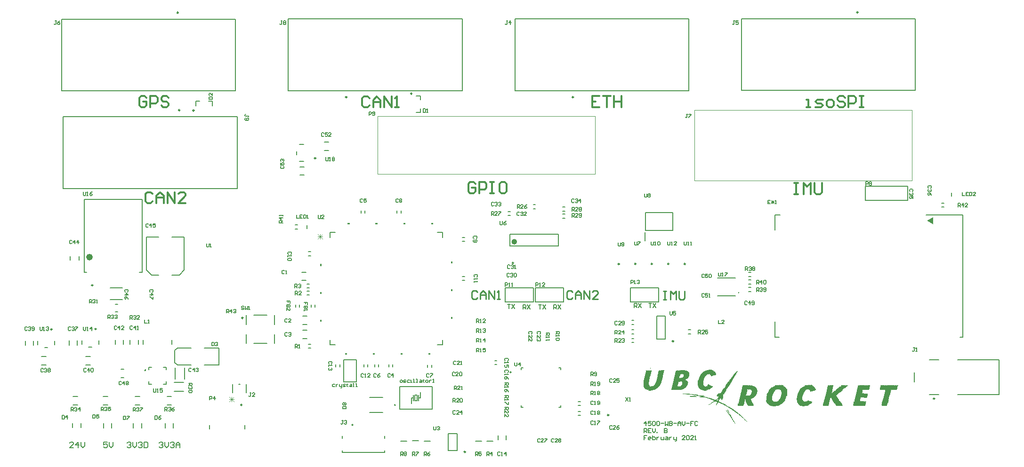
<source format=gto>
G04*
G04 #@! TF.GenerationSoftware,Altium Limited,Altium Designer,20.2.6 (244)*
G04*
G04 Layer_Color=65535*
%FSLAX25Y25*%
%MOIN*%
G70*
G04*
G04 #@! TF.SameCoordinates,2322B5F6-C0F9-4DFB-907C-46C9DA4D7F26*
G04*
G04*
G04 #@! TF.FilePolarity,Positive*
G04*
G01*
G75*
%ADD10C,0.00787*%
%ADD11C,0.00984*%
%ADD12C,0.01968*%
%ADD13C,0.00600*%
%ADD14C,0.01181*%
%ADD15C,0.02362*%
%ADD16C,0.00500*%
%ADD17C,0.00394*%
%ADD18C,0.01400*%
%ADD19C,0.00300*%
%ADD20C,0.01000*%
%ADD21C,0.00800*%
G36*
X286025Y147239D02*
X284525D01*
Y148239D01*
X286025D01*
Y147239D01*
D02*
G37*
G36*
X266340D02*
X264840D01*
Y148239D01*
X266340D01*
Y147239D01*
D02*
G37*
G36*
X246655D02*
X245155D01*
Y148239D01*
X246655D01*
Y147239D01*
D02*
G37*
G36*
X226970D02*
X225470D01*
Y148239D01*
X226970D01*
Y147239D01*
D02*
G37*
G36*
X640039Y147172D02*
X635709Y149928D01*
X640039Y152290D01*
Y147172D01*
D02*
G37*
G36*
X299494Y119490D02*
X298494D01*
Y120990D01*
X299494D01*
Y119490D01*
D02*
G37*
G36*
X207094Y117522D02*
X206094D01*
Y119022D01*
X207094D01*
Y117522D01*
D02*
G37*
G36*
X299494Y99805D02*
X298494D01*
Y101305D01*
X299494D01*
Y99805D01*
D02*
G37*
G36*
X207094Y97837D02*
X206094D01*
Y99336D01*
X207094D01*
Y97837D01*
D02*
G37*
G36*
X299494Y80120D02*
X298494D01*
Y81620D01*
X299494D01*
Y80120D01*
D02*
G37*
G36*
X207094Y78152D02*
X206094D01*
Y79651D01*
X207094D01*
Y78152D01*
D02*
G37*
G36*
X284056Y54839D02*
X282556D01*
Y55839D01*
X284056D01*
Y54839D01*
D02*
G37*
G36*
X264371D02*
X262871D01*
Y55839D01*
X264371D01*
Y54839D01*
D02*
G37*
G36*
X244686D02*
X243186D01*
Y55839D01*
X244686D01*
Y54839D01*
D02*
G37*
G36*
X225001D02*
X223501D01*
Y55839D01*
X225001D01*
Y54839D01*
D02*
G37*
G36*
X439924Y45302D02*
X440099D01*
Y45127D01*
X439924D01*
Y44952D01*
X439748D01*
Y45127D01*
X439573D01*
Y45302D01*
X439748D01*
Y45477D01*
X439924D01*
Y45302D01*
D02*
G37*
G36*
X482716Y44061D02*
X482892D01*
Y43886D01*
X483067D01*
Y44061D01*
X483242D01*
Y43886D01*
X483417D01*
Y43711D01*
X483592D01*
Y43886D01*
X483768D01*
Y43711D01*
X483943D01*
Y43535D01*
X484468D01*
Y43360D01*
X484644D01*
Y43185D01*
X484819D01*
Y43010D01*
X484994D01*
Y42835D01*
X485520D01*
Y42659D01*
X485344D01*
Y42484D01*
X485520D01*
Y42309D01*
X485695D01*
Y42134D01*
X485870D01*
Y41959D01*
X486045D01*
Y41783D01*
Y41608D01*
Y41433D01*
X486220D01*
Y41258D01*
Y41083D01*
Y40907D01*
X486396D01*
Y40732D01*
Y40557D01*
Y40382D01*
X486220D01*
Y40557D01*
X486045D01*
Y40382D01*
X485870D01*
Y40207D01*
X485695D01*
Y40382D01*
X485520D01*
Y40207D01*
X484994D01*
Y40031D01*
X484819D01*
Y40207D01*
X484644D01*
Y40031D01*
X484468D01*
Y39856D01*
X483592D01*
Y39681D01*
X483067D01*
Y39506D01*
X482541D01*
Y39681D01*
Y39856D01*
Y40031D01*
X482366D01*
Y40207D01*
X482191D01*
Y40382D01*
X482366D01*
Y40557D01*
X481840D01*
Y40732D01*
X481665D01*
Y40907D01*
X481490D01*
Y41083D01*
X481315D01*
Y40907D01*
X481140D01*
Y41083D01*
X480964D01*
Y40907D01*
X480789D01*
Y41083D01*
X480614D01*
Y40907D01*
X480088D01*
Y40732D01*
X479913D01*
Y40557D01*
X479388D01*
Y40382D01*
X479563D01*
Y40207D01*
X479037D01*
Y40031D01*
X479213D01*
Y39856D01*
X478862D01*
Y39681D01*
Y39506D01*
X478687D01*
Y39331D01*
X478512D01*
Y39155D01*
X478336D01*
Y38980D01*
Y38805D01*
Y38630D01*
X478161D01*
Y38455D01*
X477986D01*
Y38279D01*
X478161D01*
Y38104D01*
X477986D01*
Y37929D01*
X477811D01*
Y37754D01*
Y37579D01*
Y37403D01*
X477636D01*
Y37228D01*
X477811D01*
Y37053D01*
X477636D01*
Y36878D01*
X477460D01*
Y36703D01*
X477636D01*
Y36527D01*
X477460D01*
Y36352D01*
X477285D01*
Y36177D01*
X477460D01*
Y36002D01*
X477285D01*
Y35827D01*
X477460D01*
Y35651D01*
X477285D01*
Y35476D01*
X477460D01*
Y35301D01*
X477285D01*
Y35126D01*
X477460D01*
Y34951D01*
X477285D01*
Y34776D01*
X477460D01*
Y34600D01*
X477285D01*
Y34425D01*
X477460D01*
Y34250D01*
X477285D01*
Y34075D01*
X477460D01*
Y33900D01*
X477285D01*
Y33724D01*
X477460D01*
Y33549D01*
X477285D01*
Y33374D01*
X477460D01*
Y33199D01*
X477636D01*
Y33024D01*
X477811D01*
Y32848D01*
X477986D01*
Y32673D01*
X478512D01*
Y32498D01*
X478687D01*
Y32323D01*
X478862D01*
Y32498D01*
X478687D01*
Y32673D01*
X478862D01*
Y32498D01*
X479037D01*
Y32323D01*
X479213D01*
Y32498D01*
X479388D01*
Y32673D01*
X479913D01*
Y32848D01*
X480088D01*
Y32673D01*
X480264D01*
Y32848D01*
X480088D01*
Y33024D01*
X480614D01*
Y33199D01*
X480439D01*
Y33374D01*
X480964D01*
Y33549D01*
X480789D01*
Y33724D01*
X480964D01*
Y33549D01*
X481140D01*
Y33374D01*
X481315D01*
Y33549D01*
X481140D01*
Y33724D01*
X481315D01*
Y33549D01*
X481490D01*
Y33374D01*
X481665D01*
Y33199D01*
X481840D01*
Y33024D01*
X482016D01*
Y33199D01*
X481840D01*
Y33374D01*
X482016D01*
Y33199D01*
X482191D01*
Y33024D01*
X482366D01*
Y32848D01*
X482541D01*
Y33024D01*
X482716D01*
Y32848D01*
X482892D01*
Y32673D01*
X483417D01*
Y32498D01*
X483592D01*
Y32323D01*
X483768D01*
Y32498D01*
X483943D01*
Y32323D01*
X484118D01*
Y32148D01*
X483943D01*
Y31972D01*
X483768D01*
Y31797D01*
X483592D01*
Y31622D01*
X483417D01*
Y31447D01*
X483242D01*
Y31271D01*
X483067D01*
Y31096D01*
X482541D01*
Y30921D01*
X482716D01*
Y30746D01*
X482191D01*
Y30571D01*
X482016D01*
Y30395D01*
X481840D01*
Y30220D01*
X481665D01*
Y30395D01*
X481490D01*
Y30220D01*
X481665D01*
Y30045D01*
X481490D01*
Y30220D01*
X481315D01*
Y30045D01*
X480789D01*
Y29870D01*
X480964D01*
Y29695D01*
X480789D01*
Y29870D01*
X480614D01*
Y29695D01*
X479738D01*
Y29520D01*
X479913D01*
Y29344D01*
X479738D01*
Y29520D01*
X479213D01*
Y29344D01*
X479037D01*
Y29520D01*
X478862D01*
Y29344D01*
X478336D01*
Y29520D01*
X478161D01*
Y29344D01*
X477636D01*
Y29520D01*
X477460D01*
Y29344D01*
X477285D01*
Y29520D01*
X477110D01*
Y29344D01*
X476935D01*
Y29520D01*
X476760D01*
Y29695D01*
X475884D01*
Y29870D01*
X475708D01*
Y30045D01*
X475183D01*
Y30220D01*
X475008D01*
Y30395D01*
X474832D01*
Y30571D01*
X474657D01*
Y30746D01*
X474482D01*
Y30921D01*
X474307D01*
Y31096D01*
X474132D01*
Y31271D01*
Y31447D01*
Y31622D01*
X473956D01*
Y31797D01*
X473781D01*
Y31972D01*
Y32148D01*
Y32323D01*
X473606D01*
Y32498D01*
Y32673D01*
Y32848D01*
X473431D01*
Y33024D01*
X473606D01*
Y33199D01*
X473431D01*
Y33374D01*
Y33549D01*
Y33724D01*
Y33900D01*
Y34075D01*
Y34250D01*
Y34425D01*
Y34600D01*
Y34776D01*
Y34951D01*
Y35126D01*
X473606D01*
Y35301D01*
X473431D01*
Y35476D01*
X473606D01*
Y35651D01*
X473431D01*
Y35827D01*
X473606D01*
Y36002D01*
X473431D01*
Y36177D01*
X473606D01*
Y36352D01*
X473431D01*
Y36527D01*
X473781D01*
Y36703D01*
Y36878D01*
X473956D01*
Y37053D01*
X473781D01*
Y37228D01*
X473956D01*
Y37403D01*
X473781D01*
Y37579D01*
X473956D01*
Y37754D01*
X474132D01*
Y37929D01*
X474307D01*
Y38104D01*
X474132D01*
Y38279D01*
X474307D01*
Y38455D01*
X474132D01*
Y38630D01*
X474307D01*
Y38805D01*
X474482D01*
Y38980D01*
X474657D01*
Y39155D01*
X474482D01*
Y39331D01*
X474657D01*
Y39506D01*
X474832D01*
Y39681D01*
X475008D01*
Y39856D01*
X474832D01*
Y40031D01*
X475008D01*
Y40207D01*
X475183D01*
Y40382D01*
X475358D01*
Y40557D01*
Y40732D01*
X475708D01*
Y40907D01*
X475533D01*
Y41083D01*
X475708D01*
Y41258D01*
X475884D01*
Y41433D01*
X476059D01*
Y41608D01*
X476234D01*
Y41783D01*
X476409D01*
Y41959D01*
X476584D01*
Y42134D01*
X476760D01*
Y42309D01*
X476935D01*
Y42134D01*
X477110D01*
Y42309D01*
X476935D01*
Y42484D01*
X477110D01*
Y42659D01*
X477285D01*
Y42484D01*
X477460D01*
Y42659D01*
X477285D01*
Y42835D01*
X477811D01*
Y43010D01*
X477986D01*
Y43185D01*
X478512D01*
Y43360D01*
X478687D01*
Y43535D01*
X479213D01*
Y43711D01*
X479388D01*
Y43535D01*
X479563D01*
Y43711D01*
X479388D01*
Y43886D01*
X479563D01*
Y43711D01*
X479738D01*
Y43886D01*
X480264D01*
Y44061D01*
X480439D01*
Y43886D01*
X480614D01*
Y44061D01*
X480789D01*
Y43886D01*
X480964D01*
Y44061D01*
X481140D01*
Y44236D01*
X481315D01*
Y44061D01*
X481490D01*
Y43886D01*
X481665D01*
Y44061D01*
X481490D01*
Y44236D01*
X481665D01*
Y44061D01*
X481840D01*
Y44236D01*
X482016D01*
Y44061D01*
X482191D01*
Y43886D01*
X482366D01*
Y44061D01*
X482191D01*
Y44236D01*
X482366D01*
Y44061D01*
X482541D01*
Y43886D01*
X482716D01*
Y44061D01*
X482541D01*
Y44236D01*
X482716D01*
Y44061D01*
D02*
G37*
G36*
X449429Y43711D02*
X449604D01*
Y43535D01*
X449779D01*
Y43360D01*
X449604D01*
Y43185D01*
X449429D01*
Y43010D01*
Y42835D01*
Y42659D01*
X449254D01*
Y42484D01*
X449429D01*
Y42309D01*
X449254D01*
Y42134D01*
X449429D01*
Y41959D01*
X449254D01*
Y41783D01*
X449079D01*
Y41608D01*
X448903D01*
Y41433D01*
X449079D01*
Y41258D01*
X448903D01*
Y41083D01*
X449079D01*
Y40907D01*
X448903D01*
Y40732D01*
X449079D01*
Y40557D01*
X448903D01*
Y40382D01*
X448728D01*
Y40207D01*
X448903D01*
Y40031D01*
X448728D01*
Y39856D01*
X448553D01*
Y39681D01*
X448728D01*
Y39506D01*
X448553D01*
Y39331D01*
X448728D01*
Y39155D01*
X448553D01*
Y38980D01*
X448378D01*
Y38805D01*
X448553D01*
Y38630D01*
X448378D01*
Y38805D01*
X448203D01*
Y38630D01*
X448378D01*
Y38455D01*
X448203D01*
Y38279D01*
X448378D01*
Y38104D01*
X448203D01*
Y37929D01*
X448378D01*
Y37754D01*
X448203D01*
Y37579D01*
Y37403D01*
Y37228D01*
X448027D01*
Y37053D01*
X447852D01*
Y36878D01*
X448027D01*
Y36703D01*
X447852D01*
Y36527D01*
X448027D01*
Y36352D01*
X447852D01*
Y36177D01*
X447677D01*
Y36002D01*
Y35827D01*
Y35651D01*
Y35476D01*
Y35301D01*
X447502D01*
Y35126D01*
Y34951D01*
Y34776D01*
X447327D01*
Y34600D01*
X447151D01*
Y34425D01*
X447327D01*
Y34250D01*
X447151D01*
Y34075D01*
X446976D01*
Y33900D01*
X446801D01*
Y33724D01*
X446976D01*
Y33549D01*
X446801D01*
Y33374D01*
X446626D01*
Y33199D01*
X446451D01*
Y33024D01*
X446626D01*
Y32848D01*
X446275D01*
Y32673D01*
Y32498D01*
X446100D01*
Y32323D01*
X445925D01*
Y32148D01*
X445750D01*
Y31972D01*
X445575D01*
Y31797D01*
X445399D01*
Y31622D01*
X445224D01*
Y31447D01*
X445049D01*
Y31271D01*
X444874D01*
Y31096D01*
X444699D01*
Y30921D01*
X444523D01*
Y30746D01*
X443998D01*
Y30571D01*
X443823D01*
Y30395D01*
X443647D01*
Y30220D01*
X443472D01*
Y30395D01*
X443297D01*
Y30220D01*
X443472D01*
Y30045D01*
X443297D01*
Y30220D01*
X443122D01*
Y30045D01*
X442947D01*
Y29870D01*
X442771D01*
Y30045D01*
X442596D01*
Y29870D01*
X442421D01*
Y29695D01*
X442246D01*
Y29870D01*
X442071D01*
Y29695D01*
X441545D01*
Y29520D01*
X441370D01*
Y29695D01*
X441195D01*
Y29520D01*
X441370D01*
Y29344D01*
X441195D01*
Y29520D01*
X441019D01*
Y29344D01*
X440844D01*
Y29520D01*
X440669D01*
Y29344D01*
X440494D01*
Y29520D01*
X440319D01*
Y29344D01*
X439793D01*
Y29520D01*
X439618D01*
Y29344D01*
X439092D01*
Y29520D01*
X438917D01*
Y29344D01*
X438742D01*
Y29520D01*
X438567D01*
Y29695D01*
X438391D01*
Y29520D01*
X438567D01*
Y29344D01*
X438391D01*
Y29520D01*
X438216D01*
Y29695D01*
X437340D01*
Y29870D01*
X437165D01*
Y30045D01*
X436640D01*
Y30220D01*
X436464D01*
Y30395D01*
X436289D01*
Y30571D01*
X436114D01*
Y30746D01*
X435939D01*
Y30921D01*
X435764D01*
Y31096D01*
X435588D01*
Y31271D01*
X435413D01*
Y31447D01*
X435238D01*
Y31622D01*
X435413D01*
Y31797D01*
X435238D01*
Y31972D01*
X435063D01*
Y32148D01*
X434888D01*
Y32323D01*
X435063D01*
Y32498D01*
X434888D01*
Y32673D01*
X435063D01*
Y32848D01*
X434888D01*
Y33024D01*
X435063D01*
Y33199D01*
X434888D01*
Y33374D01*
X434712D01*
Y33549D01*
X434888D01*
Y33724D01*
X434712D01*
Y33900D01*
X434888D01*
Y34075D01*
X434712D01*
Y34250D01*
X434888D01*
Y34425D01*
X434712D01*
Y34600D01*
X434888D01*
Y34776D01*
X434712D01*
Y34951D01*
X434888D01*
Y35126D01*
X435063D01*
Y35301D01*
X434888D01*
Y35476D01*
X435063D01*
Y35651D01*
X434888D01*
Y35827D01*
X435063D01*
Y36002D01*
X434888D01*
Y36177D01*
X435063D01*
Y36352D01*
X434888D01*
Y36527D01*
X435063D01*
Y36703D01*
X435238D01*
Y36878D01*
X435413D01*
Y37053D01*
X435238D01*
Y37228D01*
X435413D01*
Y37403D01*
X435238D01*
Y37579D01*
X435413D01*
Y37754D01*
Y37929D01*
Y38104D01*
X435588D01*
Y37929D01*
X435764D01*
Y38104D01*
X435588D01*
Y38279D01*
Y38455D01*
Y38630D01*
X435764D01*
Y38805D01*
X435588D01*
Y38980D01*
X435764D01*
Y39155D01*
X435588D01*
Y39331D01*
X435764D01*
Y39506D01*
X435939D01*
Y39681D01*
Y39856D01*
Y40031D01*
X436114D01*
Y40207D01*
X435939D01*
Y40382D01*
X436114D01*
Y40557D01*
Y40732D01*
Y40907D01*
X436289D01*
Y41083D01*
Y41258D01*
Y41433D01*
X436464D01*
Y41608D01*
X436289D01*
Y41783D01*
X436464D01*
Y41959D01*
Y42134D01*
Y42309D01*
X436640D01*
Y42484D01*
Y42659D01*
Y42835D01*
X436815D01*
Y43010D01*
X436640D01*
Y43185D01*
X436815D01*
Y43360D01*
Y43535D01*
Y43711D01*
X436990D01*
Y43535D01*
X437165D01*
Y43711D01*
X436990D01*
Y43886D01*
X437165D01*
Y43711D01*
X437340D01*
Y43535D01*
X437515D01*
Y43711D01*
X437340D01*
Y43886D01*
X437515D01*
Y43711D01*
X437691D01*
Y43535D01*
X437866D01*
Y43711D01*
X437691D01*
Y43886D01*
X437866D01*
Y43711D01*
X438041D01*
Y43886D01*
X438216D01*
Y43711D01*
X438391D01*
Y43535D01*
X438567D01*
Y43711D01*
X438391D01*
Y43886D01*
X438567D01*
Y43711D01*
X438742D01*
Y43535D01*
X438917D01*
Y43711D01*
X438742D01*
Y43886D01*
X438917D01*
Y43711D01*
X439092D01*
Y43535D01*
X439267D01*
Y43711D01*
X439092D01*
Y43886D01*
X439267D01*
Y43711D01*
X439443D01*
Y43886D01*
X439618D01*
Y43711D01*
X439793D01*
Y43535D01*
X439968D01*
Y43711D01*
X439793D01*
Y43886D01*
X439968D01*
Y43711D01*
X440143D01*
Y43535D01*
X440319D01*
Y43711D01*
X440143D01*
Y43886D01*
X440319D01*
Y43711D01*
X440494D01*
Y43535D01*
X440669D01*
Y43360D01*
X440494D01*
Y43185D01*
X440669D01*
Y43010D01*
X440494D01*
Y42835D01*
X440669D01*
Y42659D01*
X440494D01*
Y42484D01*
X440319D01*
Y42309D01*
X440494D01*
Y42134D01*
X440319D01*
Y41959D01*
X440143D01*
Y41783D01*
X440319D01*
Y41608D01*
X440143D01*
Y41433D01*
X440319D01*
Y41258D01*
X440143D01*
Y41083D01*
X439968D01*
Y40907D01*
X439793D01*
Y40732D01*
X439968D01*
Y40557D01*
X439793D01*
Y40382D01*
X439968D01*
Y40207D01*
X439793D01*
Y40031D01*
X439968D01*
Y39856D01*
X439793D01*
Y39681D01*
Y39506D01*
Y39331D01*
X439618D01*
Y39155D01*
X439443D01*
Y38980D01*
X439618D01*
Y38805D01*
X439443D01*
Y38630D01*
X439618D01*
Y38455D01*
X439443D01*
Y38279D01*
X439267D01*
Y38104D01*
Y37929D01*
Y37754D01*
Y37579D01*
Y37403D01*
X439092D01*
Y37228D01*
X439267D01*
Y37053D01*
X439092D01*
Y36878D01*
Y36703D01*
Y36527D01*
X438917D01*
Y36352D01*
X438742D01*
Y36177D01*
X438917D01*
Y36002D01*
X438742D01*
Y35827D01*
X438917D01*
Y35651D01*
X438742D01*
Y35476D01*
Y35301D01*
Y35126D01*
Y34951D01*
Y34776D01*
X438567D01*
Y34600D01*
Y34425D01*
Y34250D01*
X438742D01*
Y34075D01*
X438567D01*
Y33900D01*
X438742D01*
Y33724D01*
Y33549D01*
Y33374D01*
X438917D01*
Y33199D01*
X438742D01*
Y33024D01*
X438917D01*
Y32848D01*
X439092D01*
Y32673D01*
X439267D01*
Y32848D01*
X439092D01*
Y33024D01*
X439267D01*
Y32848D01*
X439443D01*
Y32673D01*
X439618D01*
Y32498D01*
X439793D01*
Y32323D01*
X439968D01*
Y32498D01*
X439793D01*
Y32673D01*
X439968D01*
Y32498D01*
X440143D01*
Y32323D01*
X440319D01*
Y32498D01*
X440143D01*
Y32673D01*
X440319D01*
Y32498D01*
X440494D01*
Y32323D01*
X440669D01*
Y32498D01*
X440844D01*
Y32673D01*
X441019D01*
Y32498D01*
X441195D01*
Y32323D01*
X441370D01*
Y32498D01*
X441195D01*
Y32673D01*
X441370D01*
Y32498D01*
X441545D01*
Y32673D01*
X442071D01*
Y32848D01*
X441895D01*
Y33024D01*
X442071D01*
Y32848D01*
X442246D01*
Y33024D01*
X442421D01*
Y33199D01*
X442596D01*
Y33374D01*
X442771D01*
Y33549D01*
X442596D01*
Y33724D01*
X442771D01*
Y33549D01*
X442947D01*
Y33724D01*
X443122D01*
Y33900D01*
X442947D01*
Y34075D01*
X443122D01*
Y34250D01*
X443297D01*
Y34425D01*
X443472D01*
Y34600D01*
X443297D01*
Y34776D01*
X443472D01*
Y34951D01*
X443647D01*
Y35126D01*
X443823D01*
Y35301D01*
X443647D01*
Y35476D01*
X443823D01*
Y35651D01*
Y35827D01*
Y36002D01*
X443998D01*
Y35827D01*
X444173D01*
Y36002D01*
X443998D01*
Y36177D01*
Y36352D01*
Y36527D01*
X444173D01*
Y36703D01*
X443998D01*
Y36878D01*
X444173D01*
Y37053D01*
X443998D01*
Y37228D01*
X444173D01*
Y37403D01*
X444348D01*
Y37579D01*
Y37754D01*
Y37929D01*
X444523D01*
Y38104D01*
X444348D01*
Y38279D01*
X444523D01*
Y38455D01*
Y38630D01*
Y38805D01*
X444699D01*
Y38980D01*
Y39155D01*
Y39331D01*
X444874D01*
Y39506D01*
X444699D01*
Y39681D01*
X444874D01*
Y39856D01*
X444699D01*
Y40031D01*
X444874D01*
Y40207D01*
X445049D01*
Y40382D01*
Y40557D01*
Y40732D01*
X445224D01*
Y40907D01*
X445049D01*
Y41083D01*
X445224D01*
Y41258D01*
Y41433D01*
Y41608D01*
X445399D01*
Y41783D01*
Y41959D01*
Y42134D01*
X445575D01*
Y42309D01*
X445399D01*
Y42484D01*
X445575D01*
Y42659D01*
X445399D01*
Y42835D01*
X445575D01*
Y43010D01*
X445750D01*
Y43185D01*
X445575D01*
Y43360D01*
X445750D01*
Y43535D01*
X445925D01*
Y43711D01*
X445750D01*
Y43886D01*
X445925D01*
Y43711D01*
X446100D01*
Y43535D01*
X446275D01*
Y43711D01*
X446100D01*
Y43886D01*
X446275D01*
Y43711D01*
X446451D01*
Y43886D01*
X446626D01*
Y43711D01*
X446801D01*
Y43535D01*
X446976D01*
Y43711D01*
X446801D01*
Y43886D01*
X446976D01*
Y43711D01*
X447151D01*
Y43535D01*
X447327D01*
Y43711D01*
X447151D01*
Y43886D01*
X447327D01*
Y43711D01*
X447502D01*
Y43535D01*
X447677D01*
Y43711D01*
X447502D01*
Y43886D01*
X447677D01*
Y43711D01*
X447852D01*
Y43886D01*
X448027D01*
Y43711D01*
X448203D01*
Y43535D01*
X448378D01*
Y43711D01*
X448203D01*
Y43886D01*
X448378D01*
Y43711D01*
X448553D01*
Y43535D01*
X448728D01*
Y43711D01*
X448553D01*
Y43886D01*
X448728D01*
Y43711D01*
X448903D01*
Y43535D01*
X449079D01*
Y43711D01*
X448903D01*
Y43886D01*
X449079D01*
Y43711D01*
X449254D01*
Y43886D01*
X449429D01*
Y43711D01*
D02*
G37*
G36*
X464146D02*
X464321D01*
Y43535D01*
X464496D01*
Y43711D01*
X464671D01*
Y43535D01*
X465547D01*
Y43360D01*
X465722D01*
Y43185D01*
X466248D01*
Y43010D01*
X466423D01*
Y42835D01*
X466598D01*
Y42659D01*
X466774D01*
Y42484D01*
X466949D01*
Y42309D01*
Y42134D01*
X467299D01*
Y41959D01*
X467124D01*
Y41783D01*
X467299D01*
Y41608D01*
X467124D01*
Y41433D01*
X467474D01*
Y41258D01*
Y41083D01*
Y40907D01*
Y40732D01*
Y40557D01*
Y40382D01*
Y40207D01*
Y40031D01*
Y39856D01*
Y39681D01*
X467299D01*
Y39506D01*
X467124D01*
Y39331D01*
X467299D01*
Y39155D01*
X467124D01*
Y38980D01*
X466949D01*
Y38805D01*
X466774D01*
Y38630D01*
X466949D01*
Y38455D01*
X466774D01*
Y38279D01*
X466598D01*
Y38104D01*
X466423D01*
Y37929D01*
X466248D01*
Y37754D01*
X465722D01*
Y37579D01*
X465547D01*
Y37403D01*
X465022D01*
Y37228D01*
X464846D01*
Y37053D01*
X464671D01*
Y36878D01*
X465197D01*
Y36703D01*
X465372D01*
Y36527D01*
X465547D01*
Y36352D01*
X465722D01*
Y36177D01*
X465898D01*
Y36002D01*
X466073D01*
Y35827D01*
X466248D01*
Y35651D01*
X466073D01*
Y35476D01*
X466248D01*
Y35301D01*
X466423D01*
Y35126D01*
X466598D01*
Y34951D01*
X466423D01*
Y35126D01*
X466248D01*
Y34951D01*
X466423D01*
Y34776D01*
X466248D01*
Y34600D01*
X466423D01*
Y34425D01*
X466248D01*
Y34250D01*
X466073D01*
Y34075D01*
X466248D01*
Y33900D01*
X466073D01*
Y33724D01*
X466248D01*
Y33549D01*
X466073D01*
Y33374D01*
X465898D01*
Y33199D01*
X465722D01*
Y33024D01*
X465898D01*
Y32848D01*
X465722D01*
Y32673D01*
X465547D01*
Y32498D01*
X465372D01*
Y32323D01*
X465547D01*
Y32148D01*
X465372D01*
Y31972D01*
X465197D01*
Y31797D01*
X465022D01*
Y31622D01*
X464846D01*
Y31447D01*
X464671D01*
Y31271D01*
X464496D01*
Y31096D01*
X463970D01*
Y30921D01*
X463795D01*
Y30746D01*
X463620D01*
Y30571D01*
X463445D01*
Y30746D01*
X463270D01*
Y30571D01*
X463445D01*
Y30395D01*
X463270D01*
Y30571D01*
X463094D01*
Y30395D01*
X462919D01*
Y30220D01*
X462744D01*
Y30395D01*
X462569D01*
Y30220D01*
X462744D01*
Y30045D01*
X462569D01*
Y30220D01*
X462394D01*
Y30045D01*
X461868D01*
Y29870D01*
X461693D01*
Y30045D01*
X461518D01*
Y29870D01*
X461342D01*
Y30045D01*
X461167D01*
Y29870D01*
X461342D01*
Y29695D01*
X461167D01*
Y29870D01*
X460992D01*
Y29695D01*
X460817D01*
Y29870D01*
X460642D01*
Y29695D01*
X460466D01*
Y29870D01*
X460291D01*
Y29695D01*
X460116D01*
Y29870D01*
X459941D01*
Y29695D01*
X459766D01*
Y29870D01*
X459590D01*
Y29695D01*
X459065D01*
Y29870D01*
X458890D01*
Y29695D01*
X458364D01*
Y29870D01*
X458189D01*
Y29695D01*
X457663D01*
Y29870D01*
X457488D01*
Y29695D01*
X457313D01*
Y29870D01*
X457138D01*
Y29695D01*
X456962D01*
Y29870D01*
X456787D01*
Y29695D01*
X456262D01*
Y29870D01*
X456086D01*
Y29695D01*
X455561D01*
Y29870D01*
X455386D01*
Y29695D01*
X454860D01*
Y29870D01*
X454685D01*
Y30045D01*
X454510D01*
Y30220D01*
X454685D01*
Y30395D01*
X454860D01*
Y30571D01*
X454685D01*
Y30746D01*
X454860D01*
Y30921D01*
X455035D01*
Y31096D01*
X454860D01*
Y31271D01*
X455035D01*
Y31447D01*
X454860D01*
Y31622D01*
X455035D01*
Y31797D01*
Y31972D01*
Y32148D01*
X455210D01*
Y32323D01*
X455386D01*
Y32498D01*
X455210D01*
Y32673D01*
X455386D01*
Y32848D01*
X455210D01*
Y33024D01*
X455386D01*
Y33199D01*
Y33374D01*
Y33549D01*
X455561D01*
Y33724D01*
Y33900D01*
Y34075D01*
X455736D01*
Y34250D01*
X455561D01*
Y34425D01*
X455736D01*
Y34600D01*
Y34776D01*
Y34951D01*
X455911D01*
Y35126D01*
Y35301D01*
Y35476D01*
X456086D01*
Y35651D01*
X455911D01*
Y35827D01*
X456086D01*
Y36002D01*
Y36177D01*
Y36352D01*
X456262D01*
Y36527D01*
Y36703D01*
Y36878D01*
X456437D01*
Y37053D01*
X456262D01*
Y37228D01*
X456437D01*
Y37403D01*
Y37579D01*
Y37754D01*
X456612D01*
Y37929D01*
X456787D01*
Y38104D01*
X456612D01*
Y38279D01*
X456787D01*
Y38455D01*
X456612D01*
Y38630D01*
X456787D01*
Y38805D01*
Y38980D01*
Y39155D01*
X456612D01*
Y39331D01*
X456787D01*
Y39155D01*
X456962D01*
Y39331D01*
Y39506D01*
Y39681D01*
X457138D01*
Y39856D01*
X456962D01*
Y40031D01*
X457138D01*
Y40207D01*
X456962D01*
Y40382D01*
X457138D01*
Y40557D01*
X457313D01*
Y40732D01*
X457138D01*
Y40907D01*
X457313D01*
Y41083D01*
X457488D01*
Y41258D01*
X457313D01*
Y41433D01*
X457488D01*
Y41608D01*
X457313D01*
Y41783D01*
X457488D01*
Y41959D01*
X457313D01*
Y42134D01*
X457488D01*
Y42309D01*
X457663D01*
Y42484D01*
X457838D01*
Y42659D01*
X457663D01*
Y42835D01*
X457838D01*
Y43010D01*
X457663D01*
Y43185D01*
X457838D01*
Y43360D01*
Y43535D01*
Y43711D01*
X458014D01*
Y43535D01*
X458189D01*
Y43711D01*
X458014D01*
Y43886D01*
X458189D01*
Y43711D01*
X458364D01*
Y43535D01*
X458539D01*
Y43711D01*
X458364D01*
Y43886D01*
X458539D01*
Y43711D01*
X458714D01*
Y43535D01*
X458890D01*
Y43711D01*
X458714D01*
Y43886D01*
X458890D01*
Y43711D01*
X459065D01*
Y43886D01*
X459240D01*
Y43711D01*
X459415D01*
Y43535D01*
X459590D01*
Y43711D01*
X459415D01*
Y43886D01*
X459590D01*
Y43711D01*
X459766D01*
Y43535D01*
X459941D01*
Y43711D01*
X459766D01*
Y43886D01*
X459941D01*
Y43711D01*
X460116D01*
Y43535D01*
X460291D01*
Y43711D01*
X460116D01*
Y43886D01*
X460291D01*
Y43711D01*
X460466D01*
Y43886D01*
X460642D01*
Y43711D01*
X460817D01*
Y43535D01*
X460992D01*
Y43711D01*
X460817D01*
Y43886D01*
X460992D01*
Y43711D01*
X461167D01*
Y43535D01*
X461342D01*
Y43711D01*
X461167D01*
Y43886D01*
X461342D01*
Y43711D01*
X461518D01*
Y43535D01*
X461693D01*
Y43711D01*
X461518D01*
Y43886D01*
X461693D01*
Y43711D01*
X461868D01*
Y43886D01*
X462043D01*
Y43711D01*
X462218D01*
Y43535D01*
X462394D01*
Y43711D01*
X462218D01*
Y43886D01*
X462394D01*
Y43711D01*
X462569D01*
Y43535D01*
X462744D01*
Y43711D01*
X462569D01*
Y43886D01*
X462744D01*
Y43711D01*
X462919D01*
Y43535D01*
X463094D01*
Y43711D01*
X462919D01*
Y43886D01*
X463094D01*
Y43711D01*
X463270D01*
Y43886D01*
X463445D01*
Y43711D01*
X463620D01*
Y43535D01*
X463795D01*
Y43711D01*
X463620D01*
Y43886D01*
X463795D01*
Y43711D01*
X463970D01*
Y43535D01*
X464146D01*
Y43711D01*
X463970D01*
Y43886D01*
X464146D01*
Y43711D01*
D02*
G37*
G36*
X501463Y43535D02*
X501638D01*
Y43360D01*
X501463D01*
Y43185D01*
X501638D01*
Y43010D01*
X501463D01*
Y42835D01*
X501287D01*
Y42659D01*
X501112D01*
Y42484D01*
X501287D01*
Y42309D01*
X501112D01*
Y42134D01*
X500937D01*
Y41959D01*
X500762D01*
Y41783D01*
Y41608D01*
Y41433D01*
X500587D01*
Y41258D01*
X500411D01*
Y41083D01*
X500587D01*
Y40907D01*
X500061D01*
Y40732D01*
X500236D01*
Y40557D01*
X500061D01*
Y40382D01*
X499886D01*
Y40207D01*
Y40031D01*
Y39856D01*
X499711D01*
Y39681D01*
X499535D01*
Y39506D01*
X499360D01*
Y39331D01*
X499535D01*
Y39155D01*
X499360D01*
Y38980D01*
X499185D01*
Y38805D01*
X499010D01*
Y38630D01*
X499185D01*
Y38455D01*
X499010D01*
Y38279D01*
X498835D01*
Y38104D01*
X498659D01*
Y37929D01*
X498835D01*
Y37754D01*
X498484D01*
Y37579D01*
Y37403D01*
X498309D01*
Y37228D01*
Y37053D01*
X498134D01*
Y36878D01*
Y36703D01*
X497959D01*
Y36527D01*
X497783D01*
Y36352D01*
X497608D01*
Y36177D01*
X497783D01*
Y36002D01*
X497608D01*
Y35827D01*
X497433D01*
Y35651D01*
X497258D01*
Y35476D01*
Y35301D01*
X497083D01*
Y35126D01*
Y34951D01*
X496907D01*
Y34776D01*
X496732D01*
Y34600D01*
X496557D01*
Y34425D01*
X496732D01*
Y34250D01*
X496557D01*
Y34075D01*
X496382D01*
Y33900D01*
X496207D01*
Y33724D01*
Y33549D01*
X496031D01*
Y33374D01*
Y33199D01*
X495856D01*
Y33024D01*
X495681D01*
Y32848D01*
X495506D01*
Y32673D01*
X495681D01*
Y32498D01*
X495331D01*
Y32323D01*
Y32148D01*
X495155D01*
Y31972D01*
X494980D01*
Y31797D01*
X494805D01*
Y31622D01*
X494980D01*
Y31447D01*
X494805D01*
Y31271D01*
X494630D01*
Y31096D01*
X494455D01*
Y30921D01*
X494630D01*
Y30746D01*
X494455D01*
Y30921D01*
X494279D01*
Y30746D01*
X494104D01*
Y30571D01*
X494279D01*
Y30395D01*
X494104D01*
Y30220D01*
X493929D01*
Y30395D01*
X493754D01*
Y30220D01*
X493929D01*
Y30045D01*
X493754D01*
Y29870D01*
X493579D01*
Y29695D01*
X493403D01*
Y29520D01*
X493579D01*
Y29344D01*
X493403D01*
Y29169D01*
X493228D01*
Y28994D01*
X493053D01*
Y28819D01*
Y28644D01*
X492703D01*
Y28468D01*
X492878D01*
Y28293D01*
X492703D01*
Y28118D01*
X492527D01*
Y27943D01*
X492352D01*
Y27768D01*
X492177D01*
Y27592D01*
X492002D01*
Y27417D01*
X492177D01*
Y27242D01*
X492002D01*
Y27067D01*
X491827D01*
Y26892D01*
X491651D01*
Y26716D01*
X491827D01*
Y26541D01*
X491651D01*
Y26716D01*
X491476D01*
Y26541D01*
X491301D01*
Y26366D01*
X491476D01*
Y26191D01*
X491301D01*
Y26016D01*
X491476D01*
Y25840D01*
X491301D01*
Y25665D01*
X491476D01*
Y25490D01*
X491301D01*
Y25315D01*
X491476D01*
Y25140D01*
X491301D01*
Y24964D01*
X491476D01*
Y24789D01*
X491301D01*
Y24614D01*
X491476D01*
Y24439D01*
X491301D01*
Y24264D01*
X491476D01*
Y24089D01*
X491301D01*
Y24264D01*
X491126D01*
Y24089D01*
X491301D01*
Y23913D01*
X491126D01*
Y23738D01*
X490951D01*
Y23563D01*
X491126D01*
Y23388D01*
X490951D01*
Y23212D01*
X490775D01*
Y23037D01*
X490600D01*
Y22862D01*
X490775D01*
Y22687D01*
X490600D01*
Y22512D01*
X490425D01*
Y22687D01*
X490250D01*
Y22862D01*
X490075D01*
Y23037D01*
X489899D01*
Y23212D01*
X490075D01*
Y23388D01*
X489899D01*
Y23563D01*
X489724D01*
Y23738D01*
X489199D01*
Y23563D01*
X489374D01*
Y23388D01*
X488848D01*
Y23212D01*
X488673D01*
Y23037D01*
X488498D01*
Y22862D01*
X488673D01*
Y22687D01*
X488498D01*
Y22512D01*
X488323D01*
Y22336D01*
X488147D01*
Y22161D01*
X488323D01*
Y21986D01*
X488147D01*
Y21811D01*
X488323D01*
Y21636D01*
X488498D01*
Y21461D01*
X489023D01*
Y21285D01*
X489199D01*
Y21110D01*
X489724D01*
Y20935D01*
X489899D01*
Y20760D01*
X490425D01*
Y20584D01*
X490600D01*
Y20409D01*
X491126D01*
Y20234D01*
X491301D01*
Y20059D01*
X491827D01*
Y19884D01*
X492002D01*
Y19708D01*
X492703D01*
Y19533D01*
Y19358D01*
X493228D01*
Y19183D01*
X493403D01*
Y19008D01*
X493579D01*
Y18833D01*
X493754D01*
Y19008D01*
X493929D01*
Y18833D01*
X494104D01*
Y18657D01*
X494279D01*
Y18482D01*
X494455D01*
Y18307D01*
X494980D01*
Y18132D01*
X495155D01*
Y17957D01*
X495681D01*
Y17781D01*
X495856D01*
Y17606D01*
X496031D01*
Y17431D01*
X496207D01*
Y17256D01*
X496732D01*
Y17081D01*
X496907D01*
Y16905D01*
X497083D01*
Y16730D01*
X497258D01*
Y16555D01*
X497433D01*
Y16730D01*
X497258D01*
Y16905D01*
X497433D01*
Y16730D01*
X497608D01*
Y16555D01*
X497783D01*
Y16380D01*
X497959D01*
Y16205D01*
X498484D01*
Y16029D01*
X498659D01*
Y15854D01*
X498835D01*
Y15679D01*
X499010D01*
Y15504D01*
X499185D01*
Y15329D01*
X499360D01*
Y15153D01*
X499886D01*
Y14978D01*
X500061D01*
Y14803D01*
X500236D01*
Y14628D01*
X500411D01*
Y14453D01*
X500587D01*
Y14277D01*
X500762D01*
Y14102D01*
X501287D01*
Y13927D01*
X501463D01*
Y13752D01*
X501638D01*
Y13577D01*
X501813D01*
Y13401D01*
X501988D01*
Y13226D01*
X502163D01*
Y13051D01*
X502339D01*
Y12876D01*
X502514D01*
Y12701D01*
X503039D01*
Y12526D01*
X503214D01*
Y12350D01*
X503390D01*
Y12175D01*
X503565D01*
Y12000D01*
X503740D01*
Y11825D01*
X503915D01*
Y11649D01*
X504090D01*
Y11474D01*
X504266D01*
Y11299D01*
X504441D01*
Y11124D01*
X504616D01*
Y10949D01*
X504791D01*
Y10774D01*
X504966D01*
Y10598D01*
X505142D01*
Y10423D01*
X505317D01*
Y10248D01*
X505492D01*
Y10073D01*
X505667D01*
Y9898D01*
X505842D01*
Y9722D01*
X506018D01*
Y9547D01*
X506193D01*
Y9372D01*
X506368D01*
Y9197D01*
X506543D01*
Y9021D01*
X506718D01*
Y8846D01*
X506894D01*
Y8671D01*
X507069D01*
Y8496D01*
X507244D01*
Y8321D01*
X507419D01*
Y8145D01*
X507594D01*
Y7970D01*
X507770D01*
Y7795D01*
X507945D01*
Y7620D01*
X508120D01*
Y7445D01*
X508295D01*
Y7270D01*
X508120D01*
Y7445D01*
X507945D01*
Y7620D01*
X507770D01*
Y7795D01*
X507594D01*
Y7970D01*
X507419D01*
Y8145D01*
X507244D01*
Y8321D01*
X506718D01*
Y8496D01*
X506894D01*
Y8671D01*
X506368D01*
Y8846D01*
Y9021D01*
X506018D01*
Y9197D01*
Y9372D01*
X505667D01*
Y9547D01*
X505492D01*
Y9722D01*
X505317D01*
Y9898D01*
X505142D01*
Y10073D01*
X504966D01*
Y10248D01*
X504791D01*
Y10423D01*
X504616D01*
Y10598D01*
X504441D01*
Y10774D01*
X504266D01*
Y10949D01*
X504090D01*
Y11124D01*
X503565D01*
Y11299D01*
X503740D01*
Y11474D01*
X503214D01*
Y11649D01*
X503039D01*
Y11825D01*
X502864D01*
Y12000D01*
X502689D01*
Y12175D01*
X502514D01*
Y12350D01*
X502339D01*
Y12526D01*
X502163D01*
Y12701D01*
X501988D01*
Y12876D01*
X501463D01*
Y13051D01*
X501287D01*
Y13226D01*
X501112D01*
Y13401D01*
X500937D01*
Y13577D01*
X500762D01*
Y13752D01*
X500587D01*
Y13927D01*
X500411D01*
Y13752D01*
X500587D01*
Y13577D01*
X500411D01*
Y13752D01*
X500236D01*
Y13927D01*
X500061D01*
Y14102D01*
X499886D01*
Y14277D01*
X499711D01*
Y14453D01*
X499535D01*
Y14628D01*
X499010D01*
Y14803D01*
X498835D01*
Y14978D01*
X498659D01*
Y15153D01*
X498484D01*
Y15329D01*
X497959D01*
Y15504D01*
X497783D01*
Y15679D01*
X497608D01*
Y15854D01*
X497433D01*
Y16029D01*
X496907D01*
Y16205D01*
X496732D01*
Y16380D01*
X496557D01*
Y16555D01*
X496382D01*
Y16730D01*
X496207D01*
Y16555D01*
X496382D01*
Y16380D01*
X496207D01*
Y16555D01*
X496031D01*
Y16730D01*
X495856D01*
Y16905D01*
X495681D01*
Y17081D01*
X495155D01*
Y17256D01*
X494980D01*
Y17431D01*
X494805D01*
Y17606D01*
X494630D01*
Y17781D01*
X494104D01*
Y17957D01*
X493929D01*
Y18132D01*
X493403D01*
Y17957D01*
X493579D01*
Y17781D01*
X493754D01*
Y17606D01*
X493929D01*
Y17431D01*
X493754D01*
Y17606D01*
X493579D01*
Y17781D01*
X493403D01*
Y17957D01*
X493228D01*
Y18132D01*
X493053D01*
Y18307D01*
X493228D01*
Y18482D01*
X492703D01*
Y18657D01*
X492527D01*
Y18833D01*
X492352D01*
Y19008D01*
X492177D01*
Y18833D01*
X492002D01*
Y19008D01*
X491827D01*
Y19183D01*
X491651D01*
Y19358D01*
X491476D01*
Y19533D01*
X491301D01*
Y19358D01*
X491476D01*
Y19183D01*
X491301D01*
Y19358D01*
X491126D01*
Y19533D01*
X490951D01*
Y19708D01*
X490775D01*
Y19533D01*
X490600D01*
Y19708D01*
X490425D01*
Y19884D01*
X489899D01*
Y20059D01*
X489724D01*
Y20234D01*
X489199D01*
Y20409D01*
X489023D01*
Y20584D01*
X488498D01*
Y20760D01*
X488323D01*
Y20935D01*
X487447D01*
Y20760D01*
X487622D01*
Y20584D01*
X487447D01*
Y20409D01*
X487271D01*
Y20234D01*
X487096D01*
Y20059D01*
X487271D01*
Y19884D01*
X487096D01*
Y19708D01*
X486921D01*
Y19533D01*
X486746D01*
Y19358D01*
Y19183D01*
Y19008D01*
X486571D01*
Y18833D01*
X486396D01*
Y18657D01*
X486571D01*
Y18482D01*
X486396D01*
Y18307D01*
X486220D01*
Y18482D01*
X486045D01*
Y18657D01*
X486220D01*
Y18833D01*
Y19008D01*
X486396D01*
Y19183D01*
Y19358D01*
X486571D01*
Y19533D01*
X486396D01*
Y19708D01*
X486571D01*
Y19884D01*
X486746D01*
Y20059D01*
Y20234D01*
Y20409D01*
X486921D01*
Y20584D01*
Y20760D01*
Y20935D01*
X487096D01*
Y21110D01*
X487271D01*
Y21285D01*
X487096D01*
Y21461D01*
X486921D01*
Y21285D01*
X486746D01*
Y21461D01*
X486571D01*
Y21636D01*
X486045D01*
Y21811D01*
X485870D01*
Y21986D01*
X485695D01*
Y21811D01*
X485870D01*
Y21636D01*
X485695D01*
Y21811D01*
X485520D01*
Y21986D01*
X485344D01*
Y21811D01*
X485520D01*
Y21636D01*
X484994D01*
Y21461D01*
X485169D01*
Y21285D01*
X484994D01*
Y21461D01*
X484819D01*
Y21285D01*
X484644D01*
Y21110D01*
X484468D01*
Y20935D01*
X483943D01*
Y20760D01*
X483768D01*
Y20584D01*
X483592D01*
Y20409D01*
X483417D01*
Y20234D01*
X482892D01*
Y20059D01*
X482716D01*
Y19884D01*
X482541D01*
Y19708D01*
X482366D01*
Y19884D01*
X482191D01*
Y20059D01*
X482366D01*
Y20234D01*
X482541D01*
Y20409D01*
X482716D01*
Y20584D01*
X482892D01*
Y20760D01*
X483417D01*
Y20935D01*
X483242D01*
Y21110D01*
X483768D01*
Y21285D01*
X483943D01*
Y21461D01*
X484118D01*
Y21636D01*
X484293D01*
Y21461D01*
X484468D01*
Y21636D01*
X484293D01*
Y21811D01*
X484819D01*
Y21986D01*
X484994D01*
Y22161D01*
X484819D01*
Y22336D01*
X484293D01*
Y22512D01*
X484118D01*
Y22687D01*
X483943D01*
Y22512D01*
X484118D01*
Y22336D01*
X483943D01*
Y22512D01*
X483768D01*
Y22687D01*
X483592D01*
Y22862D01*
X483417D01*
Y22687D01*
X483242D01*
Y22862D01*
X483067D01*
Y23037D01*
X482892D01*
Y22862D01*
X482716D01*
Y23037D01*
X482541D01*
Y23212D01*
X482366D01*
Y23037D01*
X482191D01*
Y23212D01*
X482016D01*
Y23388D01*
X481490D01*
Y23563D01*
X480964D01*
Y23738D01*
X480439D01*
Y23913D01*
X480264D01*
Y23738D01*
X480088D01*
Y23913D01*
X479913D01*
Y24089D01*
X479388D01*
Y24264D01*
X479213D01*
Y24089D01*
X479037D01*
Y24264D01*
X478862D01*
Y24439D01*
X478687D01*
Y24264D01*
X478862D01*
Y24089D01*
X478687D01*
Y24264D01*
X478512D01*
Y24439D01*
X477636D01*
Y24614D01*
X477460D01*
Y24789D01*
X477285D01*
Y24614D01*
X477460D01*
Y24439D01*
X477285D01*
Y24614D01*
X477110D01*
Y24789D01*
X476935D01*
Y24614D01*
X477110D01*
Y24439D01*
X476935D01*
Y24614D01*
X476760D01*
Y24789D01*
X476584D01*
Y24964D01*
X476409D01*
Y24789D01*
X476584D01*
Y24614D01*
X476760D01*
Y24439D01*
X476584D01*
Y24614D01*
X476409D01*
Y24789D01*
X476234D01*
Y24964D01*
X476059D01*
Y25140D01*
X475884D01*
Y24964D01*
X476059D01*
Y24789D01*
X476234D01*
Y24614D01*
X476409D01*
Y24439D01*
X476234D01*
Y24614D01*
X476059D01*
Y24789D01*
X475884D01*
Y24964D01*
X475708D01*
Y25140D01*
X475183D01*
Y25315D01*
X475008D01*
Y25490D01*
X474832D01*
Y25315D01*
X475008D01*
Y25140D01*
X474832D01*
Y25315D01*
X474657D01*
Y25490D01*
X474482D01*
Y25315D01*
X474307D01*
Y25490D01*
X474132D01*
Y25315D01*
X473956D01*
Y25490D01*
X473781D01*
Y25315D01*
X473606D01*
Y25490D01*
X473431D01*
Y25315D01*
X473606D01*
Y25140D01*
X473781D01*
Y24964D01*
X475008D01*
Y24789D01*
X475183D01*
Y24614D01*
X475008D01*
Y24789D01*
X474832D01*
Y24614D01*
X475008D01*
Y24439D01*
X474832D01*
Y24614D01*
X474657D01*
Y24789D01*
X474482D01*
Y24614D01*
X474307D01*
Y24789D01*
X474132D01*
Y24614D01*
X473956D01*
Y24789D01*
X472380D01*
Y24964D01*
X472205D01*
Y24789D01*
X472029D01*
Y24964D01*
X471854D01*
Y24789D01*
X471679D01*
Y24964D01*
X471504D01*
Y24789D01*
X471329D01*
Y24964D01*
X471153D01*
Y24789D01*
X470978D01*
Y24964D01*
X470803D01*
Y24789D01*
X470628D01*
Y24964D01*
X470453D01*
Y25140D01*
X470277D01*
Y24964D01*
X470453D01*
Y24789D01*
X470277D01*
Y24964D01*
X470102D01*
Y25140D01*
X469927D01*
Y24964D01*
X470102D01*
Y24789D01*
X469927D01*
Y24964D01*
X469752D01*
Y25140D01*
X469577D01*
Y24964D01*
X469752D01*
Y24789D01*
X469577D01*
Y24964D01*
X469401D01*
Y25140D01*
X469226D01*
Y24964D01*
X469051D01*
Y25140D01*
X468876D01*
Y24964D01*
X468701D01*
Y25140D01*
X468525D01*
Y24964D01*
X468350D01*
Y25140D01*
X468175D01*
Y24964D01*
X468000D01*
Y25140D01*
X467474D01*
Y24964D01*
X467299D01*
Y25140D01*
X466423D01*
Y25315D01*
X466949D01*
Y25490D01*
X467124D01*
Y25315D01*
X467649D01*
Y25490D01*
X467825D01*
Y25315D01*
X468000D01*
Y25490D01*
X468175D01*
Y25315D01*
X468350D01*
Y25490D01*
X468175D01*
Y25665D01*
X468350D01*
Y25490D01*
X468525D01*
Y25315D01*
X468701D01*
Y25490D01*
X468876D01*
Y25315D01*
X469051D01*
Y25490D01*
X468876D01*
Y25665D01*
X469051D01*
Y25490D01*
X469226D01*
Y25315D01*
X469401D01*
Y25490D01*
X469577D01*
Y25665D01*
X469752D01*
Y25490D01*
X469927D01*
Y25315D01*
X470102D01*
Y25490D01*
X469927D01*
Y25665D01*
X470102D01*
Y25490D01*
X470277D01*
Y25665D01*
X470453D01*
Y25490D01*
X470628D01*
Y25665D01*
X470803D01*
Y25490D01*
X470978D01*
Y25665D01*
X471153D01*
Y25490D01*
X471329D01*
Y25665D01*
X471504D01*
Y25490D01*
X471679D01*
Y25665D01*
X471854D01*
Y25490D01*
X472029D01*
Y25315D01*
X472205D01*
Y25140D01*
X472380D01*
Y25315D01*
X472205D01*
Y25490D01*
X472029D01*
Y25665D01*
X472205D01*
Y25490D01*
X472380D01*
Y25315D01*
X472555D01*
Y25140D01*
X472730D01*
Y24964D01*
X472905D01*
Y25140D01*
X472730D01*
Y25315D01*
X472555D01*
Y25490D01*
X472380D01*
Y25665D01*
X472555D01*
Y25840D01*
X471679D01*
Y26016D01*
X471504D01*
Y26191D01*
X471329D01*
Y26016D01*
X471504D01*
Y25840D01*
X471329D01*
Y26016D01*
X470803D01*
Y26191D01*
X469577D01*
Y26366D01*
X469401D01*
Y26191D01*
X469226D01*
Y26366D01*
X468701D01*
Y26541D01*
X468525D01*
Y26366D01*
X468350D01*
Y26541D01*
X468175D01*
Y26366D01*
X468000D01*
Y26541D01*
X466774D01*
Y26716D01*
X466598D01*
Y26541D01*
X466423D01*
Y26716D01*
X466248D01*
Y26541D01*
X466073D01*
Y26716D01*
X465898D01*
Y26541D01*
X465722D01*
Y26716D01*
X465547D01*
Y26892D01*
X465372D01*
Y26716D01*
X465197D01*
Y26892D01*
X465022D01*
Y26716D01*
X465197D01*
Y26541D01*
X465022D01*
Y26716D01*
X464846D01*
Y26892D01*
X464671D01*
Y26716D01*
X464496D01*
Y26892D01*
X464321D01*
Y26716D01*
X464146D01*
Y26892D01*
X462569D01*
Y27067D01*
X466598D01*
Y26892D01*
X466774D01*
Y27067D01*
X466949D01*
Y26892D01*
X467124D01*
Y26716D01*
X467299D01*
Y26892D01*
X467124D01*
Y27067D01*
X467299D01*
Y26892D01*
X467474D01*
Y27067D01*
X467649D01*
Y26892D01*
X467825D01*
Y26716D01*
X468000D01*
Y26892D01*
X467825D01*
Y27067D01*
X468000D01*
Y26892D01*
X468175D01*
Y26716D01*
X468350D01*
Y26892D01*
X468175D01*
Y27067D01*
X468350D01*
Y26892D01*
X468525D01*
Y26716D01*
X468701D01*
Y26892D01*
X468876D01*
Y26716D01*
X469051D01*
Y26892D01*
X469226D01*
Y26716D01*
X470453D01*
Y26541D01*
X470628D01*
Y26716D01*
X470803D01*
Y26541D01*
X470978D01*
Y26716D01*
X471153D01*
Y26541D01*
X471329D01*
Y26716D01*
X471504D01*
Y26541D01*
X471679D01*
Y26366D01*
X471854D01*
Y26541D01*
X472029D01*
Y26366D01*
X472905D01*
Y26191D01*
X473081D01*
Y26366D01*
X473256D01*
Y26191D01*
X473781D01*
Y26016D01*
X473956D01*
Y26191D01*
X474132D01*
Y26016D01*
X475008D01*
Y25840D01*
X475533D01*
Y25665D01*
X475708D01*
Y25840D01*
X475533D01*
Y26016D01*
X475708D01*
Y25840D01*
X475884D01*
Y25665D01*
X476059D01*
Y25840D01*
X476234D01*
Y25665D01*
X476409D01*
Y25840D01*
X476234D01*
Y26016D01*
X476409D01*
Y25840D01*
X476584D01*
Y25665D01*
X476760D01*
Y25490D01*
X476935D01*
Y25315D01*
X477110D01*
Y25490D01*
X476935D01*
Y25665D01*
X476760D01*
Y25840D01*
X476935D01*
Y25665D01*
X477110D01*
Y25490D01*
X477285D01*
Y25315D01*
X478161D01*
Y25140D01*
X478336D01*
Y24964D01*
X478512D01*
Y25140D01*
X478336D01*
Y25315D01*
X478512D01*
Y25140D01*
X478687D01*
Y24964D01*
X479213D01*
Y24789D01*
X479388D01*
Y24964D01*
X479563D01*
Y24789D01*
X479738D01*
Y24614D01*
X480614D01*
Y24439D01*
X480789D01*
Y24264D01*
X480964D01*
Y24439D01*
X481140D01*
Y24264D01*
X481665D01*
Y24089D01*
X481840D01*
Y23913D01*
X482016D01*
Y24089D01*
X482191D01*
Y23913D01*
X482716D01*
Y23738D01*
X482892D01*
Y23563D01*
X483067D01*
Y23738D01*
X483242D01*
Y23563D01*
X483768D01*
Y23388D01*
X483943D01*
Y23212D01*
X484819D01*
Y23037D01*
X484994D01*
Y22862D01*
X485520D01*
Y22687D01*
X485695D01*
Y22862D01*
X486220D01*
Y23037D01*
X486045D01*
Y23212D01*
X486220D01*
Y23037D01*
X486396D01*
Y23212D01*
X486571D01*
Y23388D01*
X486746D01*
Y23212D01*
X486921D01*
Y23388D01*
X486746D01*
Y23563D01*
X486921D01*
Y23738D01*
X487096D01*
Y23563D01*
X487271D01*
Y23738D01*
X487096D01*
Y23913D01*
X487622D01*
Y24089D01*
X487797D01*
Y24264D01*
X487622D01*
Y24439D01*
X487447D01*
Y24614D01*
X487622D01*
Y24439D01*
X487797D01*
Y24614D01*
X487972D01*
Y24789D01*
X487797D01*
Y24964D01*
X487622D01*
Y25140D01*
X487447D01*
Y25315D01*
X487271D01*
Y25140D01*
X487096D01*
Y25315D01*
X486921D01*
Y25490D01*
X486746D01*
Y25315D01*
X486921D01*
Y25140D01*
X486746D01*
Y25315D01*
X486571D01*
Y25490D01*
X486396D01*
Y25665D01*
X486571D01*
Y25840D01*
X486746D01*
Y26016D01*
X486921D01*
Y26191D01*
X487096D01*
Y26366D01*
X487271D01*
Y26541D01*
X487447D01*
Y26716D01*
X487622D01*
Y26892D01*
X487797D01*
Y27067D01*
X487972D01*
Y27242D01*
X488147D01*
Y27067D01*
X488323D01*
Y27242D01*
X488147D01*
Y27417D01*
X488323D01*
Y27242D01*
X488498D01*
Y27417D01*
X489023D01*
Y27592D01*
X489199D01*
Y27417D01*
X489374D01*
Y27592D01*
X489199D01*
Y27768D01*
X489374D01*
Y27592D01*
X489549D01*
Y27417D01*
X489724D01*
Y27592D01*
X489549D01*
Y27768D01*
X489724D01*
Y27943D01*
X489899D01*
Y28118D01*
X490075D01*
Y28293D01*
X489899D01*
Y28468D01*
X490075D01*
Y28644D01*
X490250D01*
Y28819D01*
X490425D01*
Y28994D01*
X490600D01*
Y29169D01*
X490775D01*
Y29344D01*
X490600D01*
Y29520D01*
X490775D01*
Y29695D01*
X490951D01*
Y29870D01*
X491126D01*
Y30045D01*
X490951D01*
Y30220D01*
X491476D01*
Y30395D01*
X491301D01*
Y30571D01*
X491476D01*
Y30746D01*
X491651D01*
Y30921D01*
X491827D01*
Y31096D01*
X492002D01*
Y31271D01*
X492177D01*
Y31447D01*
X492002D01*
Y31622D01*
X492177D01*
Y31797D01*
X492352D01*
Y31622D01*
X492527D01*
Y31797D01*
X492352D01*
Y31972D01*
X492527D01*
Y32148D01*
X492703D01*
Y32323D01*
X492878D01*
Y32498D01*
X492703D01*
Y32673D01*
X493053D01*
Y32848D01*
Y33024D01*
X493228D01*
Y33199D01*
X493403D01*
Y33374D01*
X493579D01*
Y33549D01*
X493403D01*
Y33724D01*
X493929D01*
Y33900D01*
X493754D01*
Y34075D01*
X493929D01*
Y34250D01*
X494104D01*
Y34425D01*
X494279D01*
Y34600D01*
X494455D01*
Y34776D01*
X494630D01*
Y34951D01*
X494455D01*
Y35126D01*
X494805D01*
Y35301D01*
Y35476D01*
X494980D01*
Y35651D01*
X495155D01*
Y35827D01*
X495331D01*
Y36002D01*
X495506D01*
Y36177D01*
X495681D01*
Y36352D01*
X495506D01*
Y36527D01*
X495681D01*
Y36703D01*
X495856D01*
Y36527D01*
X496031D01*
Y36703D01*
X495856D01*
Y36878D01*
X496031D01*
Y37053D01*
X496207D01*
Y37228D01*
X496382D01*
Y37403D01*
X496207D01*
Y37579D01*
X496382D01*
Y37403D01*
X496557D01*
Y37579D01*
X496732D01*
Y37754D01*
X496557D01*
Y37929D01*
X496907D01*
Y38104D01*
Y38279D01*
X497083D01*
Y38455D01*
X497258D01*
Y38630D01*
X497433D01*
Y38805D01*
X497608D01*
Y38980D01*
X497783D01*
Y39155D01*
X497608D01*
Y39331D01*
X498134D01*
Y39506D01*
X497959D01*
Y39681D01*
X498134D01*
Y39856D01*
X498309D01*
Y40031D01*
X498484D01*
Y40207D01*
X498659D01*
Y40382D01*
X498835D01*
Y40557D01*
X498659D01*
Y40732D01*
X499185D01*
Y40907D01*
X499010D01*
Y41083D01*
X499360D01*
Y41258D01*
Y41433D01*
X499535D01*
Y41608D01*
X499711D01*
Y41783D01*
X499886D01*
Y41959D01*
X500061D01*
Y42134D01*
X500236D01*
Y42309D01*
X500411D01*
Y42484D01*
X500587D01*
Y42659D01*
X500762D01*
Y42835D01*
X500937D01*
Y43010D01*
Y43185D01*
X501287D01*
Y43360D01*
X501112D01*
Y43535D01*
X501287D01*
Y43711D01*
X501463D01*
Y43535D01*
D02*
G37*
G36*
X553846Y33199D02*
X554022D01*
Y33024D01*
X554547D01*
Y32848D01*
X554722D01*
Y32673D01*
X555248D01*
Y32498D01*
X555423D01*
Y32323D01*
X555598D01*
Y32148D01*
X555773D01*
Y31972D01*
X555949D01*
Y31797D01*
X556124D01*
Y31622D01*
X556299D01*
Y31447D01*
X556474D01*
Y31271D01*
X556649D01*
Y31096D01*
X556474D01*
Y30921D01*
X556649D01*
Y30746D01*
Y30571D01*
X556825D01*
Y30395D01*
Y30220D01*
X557000D01*
Y30045D01*
X556825D01*
Y29870D01*
X557000D01*
Y29695D01*
X556825D01*
Y29520D01*
X556649D01*
Y29695D01*
X556474D01*
Y29520D01*
X556299D01*
Y29344D01*
X556124D01*
Y29520D01*
X555949D01*
Y29344D01*
X555423D01*
Y29169D01*
X554898D01*
Y28994D01*
X554022D01*
Y28819D01*
X553496D01*
Y28644D01*
X552970D01*
Y28819D01*
Y28994D01*
Y29169D01*
X552795D01*
Y29344D01*
X552620D01*
Y29520D01*
X552795D01*
Y29695D01*
X552270D01*
Y29870D01*
X552094D01*
Y30045D01*
X551919D01*
Y30220D01*
X551744D01*
Y30045D01*
X551569D01*
Y30220D01*
X551394D01*
Y30395D01*
X551218D01*
Y30220D01*
X551394D01*
Y30045D01*
X551218D01*
Y30220D01*
X551043D01*
Y30045D01*
X550868D01*
Y30220D01*
X550693D01*
Y30045D01*
X550167D01*
Y29870D01*
X550343D01*
Y29695D01*
X550167D01*
Y29870D01*
X549992D01*
Y29695D01*
X549817D01*
Y29520D01*
X549642D01*
Y29344D01*
X549467D01*
Y29169D01*
X549291D01*
Y28994D01*
X549116D01*
Y28819D01*
X548941D01*
Y28644D01*
X548766D01*
Y28468D01*
X548941D01*
Y28293D01*
X548591D01*
Y28118D01*
Y27943D01*
X548415D01*
Y27768D01*
Y27592D01*
Y27417D01*
X548240D01*
Y27242D01*
X548065D01*
Y27067D01*
X548240D01*
Y26892D01*
X548065D01*
Y26716D01*
X547890D01*
Y26541D01*
X548065D01*
Y26366D01*
X547890D01*
Y26191D01*
X547715D01*
Y26016D01*
X547890D01*
Y25840D01*
X547715D01*
Y25665D01*
Y25490D01*
Y25315D01*
X547539D01*
Y25140D01*
X547364D01*
Y24964D01*
X547539D01*
Y24789D01*
X547364D01*
Y24614D01*
X547539D01*
Y24439D01*
X547364D01*
Y24264D01*
X547539D01*
Y24089D01*
X547364D01*
Y23913D01*
X547539D01*
Y23738D01*
X547364D01*
Y23563D01*
X547539D01*
Y23388D01*
X547364D01*
Y23212D01*
X547539D01*
Y23037D01*
X547364D01*
Y22862D01*
X547539D01*
Y22687D01*
X547715D01*
Y22512D01*
X547890D01*
Y22336D01*
X547715D01*
Y22512D01*
X547539D01*
Y22336D01*
X547715D01*
Y22161D01*
X547890D01*
Y21986D01*
X548065D01*
Y21811D01*
X548240D01*
Y21636D01*
X548415D01*
Y21461D01*
X548591D01*
Y21636D01*
X548415D01*
Y21811D01*
X548591D01*
Y21636D01*
X548766D01*
Y21461D01*
X549992D01*
Y21636D01*
X549817D01*
Y21811D01*
X549992D01*
Y21636D01*
X550167D01*
Y21811D01*
X550693D01*
Y21986D01*
X550868D01*
Y22161D01*
X551043D01*
Y22336D01*
X551218D01*
Y22512D01*
X551744D01*
Y22336D01*
X551919D01*
Y22161D01*
X552094D01*
Y22336D01*
X551919D01*
Y22512D01*
X552094D01*
Y22336D01*
X552270D01*
Y22161D01*
X552445D01*
Y21986D01*
X552620D01*
Y21811D01*
X552795D01*
Y21986D01*
X552970D01*
Y21811D01*
X553496D01*
Y21636D01*
X553671D01*
Y21461D01*
X554197D01*
Y21285D01*
X554372D01*
Y21110D01*
Y20935D01*
X554197D01*
Y20760D01*
X554022D01*
Y20584D01*
X553846D01*
Y20409D01*
Y20234D01*
X553321D01*
Y20059D01*
Y19884D01*
X552970D01*
Y19708D01*
X552795D01*
Y19533D01*
X552620D01*
Y19358D01*
X552445D01*
Y19533D01*
X552270D01*
Y19358D01*
X552445D01*
Y19183D01*
X552270D01*
Y19358D01*
X552094D01*
Y19183D01*
X551919D01*
Y19008D01*
X551744D01*
Y18833D01*
X551218D01*
Y18657D01*
X551043D01*
Y18833D01*
X550868D01*
Y18657D01*
X551043D01*
Y18482D01*
X550868D01*
Y18657D01*
X550693D01*
Y18482D01*
X549817D01*
Y18307D01*
X549642D01*
Y18482D01*
X549467D01*
Y18307D01*
X549291D01*
Y18482D01*
X549116D01*
Y18307D01*
X549291D01*
Y18132D01*
X549116D01*
Y18307D01*
X548941D01*
Y18132D01*
X548766D01*
Y18307D01*
X548591D01*
Y18132D01*
X548415D01*
Y18307D01*
X548240D01*
Y18132D01*
X548065D01*
Y18307D01*
X547890D01*
Y18132D01*
X547715D01*
Y18307D01*
X547189D01*
Y18482D01*
X547014D01*
Y18307D01*
X547189D01*
Y18132D01*
X547014D01*
Y18307D01*
X546839D01*
Y18482D01*
X546313D01*
Y18657D01*
X546138D01*
Y18833D01*
X545962D01*
Y18657D01*
X546138D01*
Y18482D01*
X545962D01*
Y18657D01*
X545787D01*
Y18833D01*
X545612D01*
Y19008D01*
X545437D01*
Y19183D01*
X544911D01*
Y19358D01*
X544736D01*
Y19533D01*
X544561D01*
Y19708D01*
X544386D01*
Y19884D01*
X544211D01*
Y20059D01*
Y20234D01*
Y20409D01*
X544035D01*
Y20584D01*
X543860D01*
Y20760D01*
X543685D01*
Y20935D01*
X543510D01*
Y21110D01*
X543685D01*
Y21285D01*
X543510D01*
Y21461D01*
X543685D01*
Y21636D01*
X543510D01*
Y21811D01*
Y21986D01*
Y22161D01*
X543335D01*
Y22336D01*
X543510D01*
Y22512D01*
X543335D01*
Y22687D01*
Y22862D01*
Y23037D01*
Y23212D01*
Y23388D01*
Y23563D01*
Y23738D01*
X543510D01*
Y23913D01*
X543335D01*
Y24089D01*
X543510D01*
Y24264D01*
Y24439D01*
Y24614D01*
Y24789D01*
Y24964D01*
X543685D01*
Y25140D01*
X543510D01*
Y25315D01*
X543685D01*
Y25490D01*
Y25665D01*
Y25840D01*
X543510D01*
Y26016D01*
X543685D01*
Y25840D01*
X543860D01*
Y26016D01*
Y26191D01*
Y26366D01*
X544035D01*
Y26541D01*
X543860D01*
Y26716D01*
X544035D01*
Y26892D01*
X543860D01*
Y27067D01*
X544035D01*
Y27242D01*
X544211D01*
Y27417D01*
X544386D01*
Y27592D01*
X544211D01*
Y27768D01*
X544386D01*
Y27943D01*
X544561D01*
Y28118D01*
X544736D01*
Y28293D01*
X544561D01*
Y28468D01*
X544736D01*
Y28644D01*
X544911D01*
Y28819D01*
X545086D01*
Y28994D01*
X544911D01*
Y29169D01*
X545086D01*
Y29344D01*
X545262D01*
Y29520D01*
X545437D01*
Y29695D01*
X545262D01*
Y29870D01*
X545612D01*
Y30045D01*
Y30220D01*
X545787D01*
Y30395D01*
X545962D01*
Y30571D01*
X546138D01*
Y30746D01*
X546313D01*
Y30921D01*
X546488D01*
Y31096D01*
X546663D01*
Y31271D01*
X546839D01*
Y31447D01*
X547014D01*
Y31622D01*
X547364D01*
Y31797D01*
Y31972D01*
X547890D01*
Y32148D01*
X548065D01*
Y32323D01*
X548240D01*
Y32498D01*
X548415D01*
Y32323D01*
X548591D01*
Y32498D01*
X548766D01*
Y32673D01*
X548941D01*
Y32848D01*
X549116D01*
Y32673D01*
X549291D01*
Y32848D01*
X549116D01*
Y33024D01*
X549291D01*
Y32848D01*
X549467D01*
Y33024D01*
X550343D01*
Y33199D01*
X550518D01*
Y33024D01*
X550693D01*
Y33199D01*
X550518D01*
Y33374D01*
X550693D01*
Y33199D01*
X550868D01*
Y33374D01*
X551043D01*
Y33199D01*
X551218D01*
Y33374D01*
X551394D01*
Y33199D01*
X551569D01*
Y33374D01*
X552094D01*
Y33199D01*
X552270D01*
Y33374D01*
X552795D01*
Y33199D01*
X552970D01*
Y33374D01*
X553146D01*
Y33199D01*
X553321D01*
Y33024D01*
X553496D01*
Y33199D01*
X553321D01*
Y33374D01*
X553496D01*
Y33199D01*
X553671D01*
Y33024D01*
X553846D01*
Y33199D01*
X553671D01*
Y33374D01*
X553846D01*
Y33199D01*
D02*
G37*
G36*
X532823D02*
X532998D01*
Y33024D01*
X533524D01*
Y32848D01*
X533699D01*
Y33024D01*
X533874D01*
Y32848D01*
X534049D01*
Y32673D01*
X534575D01*
Y32498D01*
X534750D01*
Y32323D01*
X534925D01*
Y32148D01*
X535100D01*
Y31972D01*
X535276D01*
Y31797D01*
X535451D01*
Y31622D01*
X535626D01*
Y31447D01*
X535801D01*
Y31271D01*
X535976D01*
Y31096D01*
X536152D01*
Y30921D01*
X536327D01*
Y30746D01*
X536152D01*
Y30571D01*
X536327D01*
Y30395D01*
X536502D01*
Y30220D01*
X536677D01*
Y30045D01*
X536502D01*
Y29870D01*
X536677D01*
Y29695D01*
X536502D01*
Y29520D01*
X536677D01*
Y29344D01*
Y29169D01*
Y28994D01*
Y28819D01*
Y28644D01*
X536852D01*
Y28468D01*
X536677D01*
Y28293D01*
Y28118D01*
Y27943D01*
X536852D01*
Y27768D01*
X536677D01*
Y27592D01*
X536502D01*
Y27417D01*
X536677D01*
Y27242D01*
Y27067D01*
Y26892D01*
X536502D01*
Y26716D01*
X536677D01*
Y26541D01*
X536502D01*
Y26366D01*
X536677D01*
Y26191D01*
X536502D01*
Y26016D01*
X536677D01*
Y25840D01*
X536502D01*
Y26016D01*
X536327D01*
Y25840D01*
X536502D01*
Y25665D01*
X536327D01*
Y25490D01*
X536152D01*
Y25315D01*
X536327D01*
Y25140D01*
X536152D01*
Y24964D01*
X536327D01*
Y24789D01*
X536152D01*
Y24614D01*
X535976D01*
Y24789D01*
X535801D01*
Y24614D01*
X535976D01*
Y24439D01*
Y24264D01*
Y24089D01*
X535801D01*
Y23913D01*
X535976D01*
Y23738D01*
X535801D01*
Y23563D01*
X535626D01*
Y23388D01*
X535451D01*
Y23212D01*
Y23037D01*
Y22862D01*
X535276D01*
Y22687D01*
X535100D01*
Y22512D01*
X535276D01*
Y22336D01*
X535100D01*
Y22512D01*
X534925D01*
Y22336D01*
X534750D01*
Y22161D01*
X534925D01*
Y21986D01*
X534750D01*
Y21811D01*
X534575D01*
Y21636D01*
X534400D01*
Y21461D01*
X534224D01*
Y21285D01*
X534049D01*
Y21110D01*
X533874D01*
Y20935D01*
X533699D01*
Y20760D01*
X533524D01*
Y20584D01*
X533348D01*
Y20409D01*
X533173D01*
Y20234D01*
X532998D01*
Y20059D01*
X532823D01*
Y19884D01*
X532648D01*
Y19708D01*
X532472D01*
Y19884D01*
X532297D01*
Y19708D01*
X532472D01*
Y19533D01*
X531947D01*
Y19358D01*
X531772D01*
Y19183D01*
X531246D01*
Y19008D01*
X531071D01*
Y19183D01*
X530896D01*
Y19008D01*
X531071D01*
Y18833D01*
X530545D01*
Y18657D01*
X530370D01*
Y18833D01*
X530195D01*
Y18657D01*
X530020D01*
Y18482D01*
X529844D01*
Y18657D01*
X529669D01*
Y18482D01*
X529144D01*
Y18307D01*
X528968D01*
Y18482D01*
X528793D01*
Y18307D01*
X528968D01*
Y18132D01*
X528793D01*
Y18307D01*
X528268D01*
Y18132D01*
X528092D01*
Y18307D01*
X527917D01*
Y18132D01*
X527742D01*
Y18307D01*
X527567D01*
Y18132D01*
X527392D01*
Y18307D01*
X527216D01*
Y18132D01*
X527041D01*
Y18307D01*
X526866D01*
Y18132D01*
X526691D01*
Y18307D01*
X526165D01*
Y18482D01*
X525990D01*
Y18307D01*
X526165D01*
Y18132D01*
X525990D01*
Y18307D01*
X525815D01*
Y18482D01*
X524939D01*
Y18657D01*
X524764D01*
Y18833D01*
X524238D01*
Y19008D01*
X524063D01*
Y19183D01*
X523537D01*
Y19358D01*
X523362D01*
Y19533D01*
X523187D01*
Y19708D01*
X523012D01*
Y19884D01*
X522836D01*
Y20059D01*
X522661D01*
Y20234D01*
X522486D01*
Y20409D01*
X522661D01*
Y20584D01*
X522486D01*
Y20760D01*
X522311D01*
Y20935D01*
X522136D01*
Y21110D01*
X522311D01*
Y21285D01*
X522136D01*
Y21461D01*
X521960D01*
Y21636D01*
X521785D01*
Y21811D01*
X521960D01*
Y21986D01*
X521785D01*
Y22161D01*
X521960D01*
Y22336D01*
X521785D01*
Y22512D01*
X521960D01*
Y22687D01*
X521785D01*
Y22862D01*
X521960D01*
Y23037D01*
X521785D01*
Y23212D01*
X521960D01*
Y23388D01*
X521785D01*
Y23563D01*
X521960D01*
Y23738D01*
X521785D01*
Y23913D01*
X521960D01*
Y24089D01*
X521785D01*
Y24264D01*
X521960D01*
Y24439D01*
X521785D01*
Y24614D01*
X521960D01*
Y24789D01*
Y24964D01*
Y25140D01*
X521785D01*
Y25315D01*
X521960D01*
Y25490D01*
X522136D01*
Y25665D01*
X522311D01*
Y25840D01*
X522136D01*
Y26016D01*
X522311D01*
Y26191D01*
X522136D01*
Y26366D01*
X522311D01*
Y26541D01*
X522486D01*
Y26716D01*
X522311D01*
Y26892D01*
X522486D01*
Y26716D01*
X522661D01*
Y26892D01*
X522486D01*
Y27067D01*
X522661D01*
Y27242D01*
X522486D01*
Y27417D01*
X522661D01*
Y27592D01*
X522836D01*
Y27768D01*
X523012D01*
Y27943D01*
X522836D01*
Y28118D01*
X523012D01*
Y28293D01*
X523187D01*
Y28468D01*
Y28644D01*
Y28819D01*
X523362D01*
Y28994D01*
X523537D01*
Y29169D01*
X523712D01*
Y29344D01*
Y29520D01*
Y29695D01*
X523888D01*
Y29520D01*
X524063D01*
Y29695D01*
X523888D01*
Y29870D01*
X524063D01*
Y30045D01*
X524238D01*
Y30220D01*
X524413D01*
Y30395D01*
X524588D01*
Y30571D01*
X524764D01*
Y30746D01*
X524588D01*
Y30921D01*
X524764D01*
Y30746D01*
X524939D01*
Y30921D01*
X525114D01*
Y31096D01*
X525289D01*
Y31271D01*
X525464D01*
Y31447D01*
X525640D01*
Y31622D01*
X525815D01*
Y31797D01*
X525990D01*
Y31622D01*
X526165D01*
Y31797D01*
Y31972D01*
X526516D01*
Y32148D01*
X526691D01*
Y32323D01*
X527216D01*
Y32498D01*
X527392D01*
Y32673D01*
X527917D01*
Y32848D01*
X528092D01*
Y33024D01*
X528268D01*
Y32848D01*
X528443D01*
Y33024D01*
X528968D01*
Y33199D01*
X529144D01*
Y33024D01*
X529319D01*
Y33199D01*
X529494D01*
Y33024D01*
X529669D01*
Y33199D01*
X529494D01*
Y33374D01*
X529669D01*
Y33199D01*
X529844D01*
Y33374D01*
X530020D01*
Y33199D01*
X530195D01*
Y33024D01*
X530370D01*
Y33199D01*
X530195D01*
Y33374D01*
X530370D01*
Y33199D01*
X530545D01*
Y33374D01*
X530720D01*
Y33199D01*
X530896D01*
Y33374D01*
X531071D01*
Y33199D01*
X531246D01*
Y33374D01*
X531772D01*
Y33199D01*
X531947D01*
Y33374D01*
X532122D01*
Y33199D01*
X532297D01*
Y33024D01*
X532472D01*
Y33199D01*
X532297D01*
Y33374D01*
X532472D01*
Y33199D01*
X532648D01*
Y33024D01*
X532823D01*
Y33199D01*
X532648D01*
Y33374D01*
X532823D01*
Y33199D01*
D02*
G37*
G36*
X615165Y32848D02*
X614990D01*
Y32673D01*
X615165D01*
Y32498D01*
X614990D01*
Y32323D01*
X615165D01*
Y32148D01*
X614990D01*
Y32323D01*
X614815D01*
Y32148D01*
X614640D01*
Y31972D01*
X614815D01*
Y31797D01*
X614640D01*
Y31622D01*
X614815D01*
Y31447D01*
X614640D01*
Y31271D01*
X614815D01*
Y31096D01*
X614640D01*
Y30921D01*
Y30746D01*
Y30571D01*
X614465D01*
Y30395D01*
X614289D01*
Y30220D01*
X614465D01*
Y30045D01*
X614289D01*
Y29870D01*
X614114D01*
Y29695D01*
X613939D01*
Y29870D01*
X613764D01*
Y29695D01*
X613589D01*
Y29870D01*
X613413D01*
Y29695D01*
X613238D01*
Y29870D01*
X613063D01*
Y29695D01*
X612888D01*
Y29870D01*
X612713D01*
Y29695D01*
X612537D01*
Y29870D01*
X612362D01*
Y29695D01*
X612187D01*
Y29870D01*
X612012D01*
Y29695D01*
X611837D01*
Y29870D01*
X611661D01*
Y29695D01*
X611486D01*
Y29870D01*
X611311D01*
Y29695D01*
X611136D01*
Y29870D01*
X610961D01*
Y29695D01*
X610785D01*
Y29870D01*
X610610D01*
Y29695D01*
X610435D01*
Y29870D01*
X610260D01*
Y29695D01*
X610085D01*
Y29520D01*
X610260D01*
Y29344D01*
X610085D01*
Y29169D01*
X609909D01*
Y28994D01*
Y28819D01*
Y28644D01*
X609734D01*
Y28468D01*
X609909D01*
Y28293D01*
X609734D01*
Y28118D01*
X609909D01*
Y27943D01*
X609734D01*
Y27768D01*
X609559D01*
Y27592D01*
X609384D01*
Y27417D01*
X609559D01*
Y27242D01*
X609384D01*
Y27067D01*
X609559D01*
Y26892D01*
X609384D01*
Y26716D01*
X609559D01*
Y26541D01*
X609384D01*
Y26366D01*
X609209D01*
Y26191D01*
X609384D01*
Y26016D01*
X609209D01*
Y25840D01*
X609033D01*
Y25665D01*
X609209D01*
Y25490D01*
X609033D01*
Y25315D01*
X609209D01*
Y25140D01*
X609033D01*
Y24964D01*
X608858D01*
Y24789D01*
X608683D01*
Y24614D01*
X608858D01*
Y24439D01*
X608683D01*
Y24264D01*
X608858D01*
Y24089D01*
X608683D01*
Y23913D01*
X608858D01*
Y23738D01*
X608683D01*
Y23563D01*
Y23388D01*
Y23212D01*
X608508D01*
Y23037D01*
X608333D01*
Y22862D01*
X608508D01*
Y22687D01*
X608333D01*
Y22512D01*
X608508D01*
Y22336D01*
X608333D01*
Y22161D01*
X608157D01*
Y21986D01*
X608333D01*
Y21811D01*
X608157D01*
Y21636D01*
Y21461D01*
Y21285D01*
X607982D01*
Y21110D01*
X608157D01*
Y20935D01*
X607982D01*
Y20760D01*
Y20584D01*
Y20409D01*
X607807D01*
Y20234D01*
Y20059D01*
Y19884D01*
X607632D01*
Y19708D01*
X607807D01*
Y19533D01*
X607632D01*
Y19358D01*
X607457D01*
Y19183D01*
Y19008D01*
Y18833D01*
Y18657D01*
Y18482D01*
X607281D01*
Y18657D01*
X607106D01*
Y18482D01*
X606931D01*
Y18657D01*
X606756D01*
Y18482D01*
X606581D01*
Y18657D01*
X606405D01*
Y18482D01*
X606230D01*
Y18657D01*
X606055D01*
Y18482D01*
X605880D01*
Y18657D01*
X605705D01*
Y18482D01*
X605529D01*
Y18657D01*
X605354D01*
Y18482D01*
X605179D01*
Y18657D01*
X605004D01*
Y18482D01*
X604829D01*
Y18657D01*
X604654D01*
Y18482D01*
X604478D01*
Y18657D01*
X604303D01*
Y18482D01*
X604128D01*
Y18657D01*
X603953D01*
Y18482D01*
X603778D01*
Y18657D01*
X603602D01*
Y18833D01*
X603427D01*
Y19008D01*
X603602D01*
Y19183D01*
X603427D01*
Y19358D01*
X603602D01*
Y19533D01*
X603778D01*
Y19708D01*
X603602D01*
Y19884D01*
X603778D01*
Y20059D01*
Y20234D01*
Y20409D01*
X603953D01*
Y20584D01*
X603778D01*
Y20760D01*
X603953D01*
Y20935D01*
X603778D01*
Y21110D01*
X603953D01*
Y21285D01*
X604128D01*
Y21461D01*
X603953D01*
Y21636D01*
X604128D01*
Y21461D01*
X604303D01*
Y21636D01*
X604128D01*
Y21811D01*
X604303D01*
Y21986D01*
X604128D01*
Y22161D01*
X604303D01*
Y22336D01*
Y22512D01*
Y22687D01*
X604478D01*
Y22862D01*
Y23037D01*
Y23212D01*
X604654D01*
Y23388D01*
X604478D01*
Y23563D01*
X604654D01*
Y23738D01*
X604478D01*
Y23913D01*
X604654D01*
Y24089D01*
X604829D01*
Y24264D01*
Y24439D01*
Y24614D01*
X605004D01*
Y24789D01*
X604829D01*
Y24964D01*
X605004D01*
Y25140D01*
Y25315D01*
Y25490D01*
X605179D01*
Y25665D01*
Y25840D01*
Y26016D01*
X605354D01*
Y26191D01*
X605179D01*
Y26366D01*
X605354D01*
Y26541D01*
X605179D01*
Y26716D01*
X605354D01*
Y26892D01*
X605529D01*
Y27067D01*
Y27242D01*
Y27417D01*
X605705D01*
Y27592D01*
X605529D01*
Y27768D01*
X605705D01*
Y27943D01*
Y28118D01*
Y28293D01*
X605880D01*
Y28468D01*
Y28644D01*
Y28819D01*
X606055D01*
Y28994D01*
X605880D01*
Y29169D01*
X606055D01*
Y29344D01*
X605880D01*
Y29520D01*
X606055D01*
Y29695D01*
X605880D01*
Y29870D01*
X605705D01*
Y29695D01*
X605529D01*
Y29870D01*
X605354D01*
Y29695D01*
X605179D01*
Y29870D01*
X605004D01*
Y29695D01*
X604829D01*
Y29870D01*
X604654D01*
Y29695D01*
X604478D01*
Y29870D01*
X604303D01*
Y29695D01*
X604128D01*
Y29870D01*
X603953D01*
Y29695D01*
X603778D01*
Y29870D01*
X603602D01*
Y29695D01*
X603427D01*
Y29870D01*
X603252D01*
Y29695D01*
X603077D01*
Y29870D01*
X602902D01*
Y29695D01*
X602726D01*
Y29870D01*
X602551D01*
Y29695D01*
X602376D01*
Y29870D01*
X602201D01*
Y30045D01*
X602026D01*
Y30220D01*
X602201D01*
Y30395D01*
X602026D01*
Y30571D01*
X602201D01*
Y30746D01*
X602376D01*
Y30921D01*
X602201D01*
Y31096D01*
X602376D01*
Y31271D01*
Y31447D01*
Y31622D01*
X602551D01*
Y31797D01*
Y31972D01*
Y32148D01*
X602376D01*
Y32323D01*
X602726D01*
Y32498D01*
Y32673D01*
X602902D01*
Y32848D01*
X602726D01*
Y33024D01*
X602902D01*
Y32848D01*
X603077D01*
Y33024D01*
X604303D01*
Y32848D01*
X604478D01*
Y33024D01*
X605705D01*
Y32848D01*
X605880D01*
Y33024D01*
X607106D01*
Y32848D01*
X607281D01*
Y33024D01*
X608508D01*
Y32848D01*
X608683D01*
Y33024D01*
X609909D01*
Y32848D01*
X610085D01*
Y33024D01*
X611311D01*
Y32848D01*
X611486D01*
Y33024D01*
X612713D01*
Y32848D01*
X612888D01*
Y33024D01*
X614114D01*
Y32848D01*
X614289D01*
Y33024D01*
X615165D01*
Y32848D01*
D02*
G37*
G36*
X595193D02*
X595368D01*
Y32673D01*
Y32498D01*
Y32323D01*
X595193D01*
Y32148D01*
X595018D01*
Y31972D01*
X595193D01*
Y31797D01*
X595018D01*
Y31622D01*
X595193D01*
Y31447D01*
X595018D01*
Y31271D01*
X595193D01*
Y31096D01*
X595018D01*
Y30921D01*
X594842D01*
Y30746D01*
X595018D01*
Y30571D01*
X594842D01*
Y30395D01*
X594667D01*
Y30220D01*
X594842D01*
Y30045D01*
X594667D01*
Y29870D01*
X594492D01*
Y29695D01*
X594317D01*
Y29870D01*
X594142D01*
Y29695D01*
X593966D01*
Y29870D01*
X593791D01*
Y29695D01*
X593616D01*
Y29870D01*
X593441D01*
Y29695D01*
X593266D01*
Y29870D01*
X593090D01*
Y29695D01*
X592915D01*
Y29870D01*
X592740D01*
Y29695D01*
X592565D01*
Y29870D01*
X592390D01*
Y29695D01*
X592214D01*
Y29870D01*
X592039D01*
Y29695D01*
X591864D01*
Y29870D01*
X591689D01*
Y29695D01*
X591514D01*
Y29870D01*
X591339D01*
Y29695D01*
X591163D01*
Y29870D01*
X590988D01*
Y29695D01*
X590813D01*
Y29870D01*
X590638D01*
Y29695D01*
X590463D01*
Y29870D01*
X590287D01*
Y29695D01*
X590112D01*
Y29520D01*
X589937D01*
Y29344D01*
X590112D01*
Y29169D01*
X589937D01*
Y28994D01*
X589762D01*
Y28819D01*
X589937D01*
Y28644D01*
X589762D01*
Y28468D01*
X589937D01*
Y28293D01*
X589762D01*
Y28118D01*
X589937D01*
Y27943D01*
X589762D01*
Y28118D01*
X589587D01*
Y27943D01*
X589762D01*
Y27768D01*
X589587D01*
Y27592D01*
X589411D01*
Y27417D01*
X589587D01*
Y27242D01*
X589762D01*
Y27417D01*
X589937D01*
Y27242D01*
X590112D01*
Y27067D01*
X590287D01*
Y27242D01*
X590112D01*
Y27417D01*
X590287D01*
Y27242D01*
X590463D01*
Y27417D01*
X590638D01*
Y27242D01*
X590813D01*
Y27067D01*
X590988D01*
Y27242D01*
X590813D01*
Y27417D01*
X590988D01*
Y27242D01*
X591163D01*
Y27417D01*
X591339D01*
Y27242D01*
X591514D01*
Y27067D01*
X591689D01*
Y27242D01*
X591514D01*
Y27417D01*
X591689D01*
Y27242D01*
X591864D01*
Y27417D01*
X592039D01*
Y27242D01*
X592214D01*
Y27067D01*
X592390D01*
Y27242D01*
X592214D01*
Y27417D01*
X592390D01*
Y27242D01*
X592565D01*
Y27417D01*
X592740D01*
Y27242D01*
X592915D01*
Y27067D01*
X593090D01*
Y27242D01*
X592915D01*
Y27417D01*
X593090D01*
Y27242D01*
X593266D01*
Y27417D01*
X593441D01*
Y27242D01*
X593616D01*
Y27067D01*
X593791D01*
Y26892D01*
Y26716D01*
Y26541D01*
X593616D01*
Y26366D01*
X593791D01*
Y26191D01*
X593616D01*
Y26016D01*
Y25840D01*
Y25665D01*
X593441D01*
Y25490D01*
X593266D01*
Y25315D01*
X593441D01*
Y25140D01*
X593266D01*
Y24964D01*
X593441D01*
Y24789D01*
X593266D01*
Y24614D01*
X593441D01*
Y24439D01*
X592915D01*
Y24264D01*
X593090D01*
Y24089D01*
X592915D01*
Y24264D01*
X592740D01*
Y24439D01*
X592565D01*
Y24264D01*
X592390D01*
Y24439D01*
X592214D01*
Y24264D01*
X592390D01*
Y24089D01*
X592214D01*
Y24264D01*
X592039D01*
Y24439D01*
X591864D01*
Y24264D01*
X591689D01*
Y24439D01*
X591514D01*
Y24264D01*
X591339D01*
Y24439D01*
X591163D01*
Y24264D01*
X590988D01*
Y24439D01*
X590813D01*
Y24264D01*
X590988D01*
Y24089D01*
X590813D01*
Y24264D01*
X590638D01*
Y24439D01*
X590463D01*
Y24264D01*
X590287D01*
Y24439D01*
X590112D01*
Y24264D01*
X590287D01*
Y24089D01*
X590112D01*
Y24264D01*
X589937D01*
Y24439D01*
X589762D01*
Y24264D01*
X589587D01*
Y24439D01*
X589411D01*
Y24264D01*
X589587D01*
Y24089D01*
X589411D01*
Y24264D01*
X589236D01*
Y24439D01*
X589061D01*
Y24264D01*
X588886D01*
Y24439D01*
X588711D01*
Y24264D01*
X588886D01*
Y24089D01*
X588711D01*
Y23913D01*
Y23738D01*
Y23563D01*
X588535D01*
Y23388D01*
X588360D01*
Y23212D01*
X588535D01*
Y23037D01*
X588360D01*
Y22862D01*
X588535D01*
Y22687D01*
X588360D01*
Y22512D01*
Y22336D01*
Y22161D01*
X588185D01*
Y21986D01*
Y21811D01*
Y21636D01*
X588360D01*
Y21811D01*
X588886D01*
Y21636D01*
X589061D01*
Y21811D01*
X589587D01*
Y21636D01*
X589762D01*
Y21811D01*
X590287D01*
Y21636D01*
X590463D01*
Y21811D01*
X590988D01*
Y21636D01*
X591163D01*
Y21811D01*
X591689D01*
Y21636D01*
X591864D01*
Y21811D01*
X592390D01*
Y21636D01*
X592565D01*
Y21461D01*
X592740D01*
Y21285D01*
X592565D01*
Y21110D01*
X592740D01*
Y20935D01*
X592565D01*
Y21110D01*
X592390D01*
Y20935D01*
Y20760D01*
Y20584D01*
X592214D01*
Y20409D01*
X592390D01*
Y20234D01*
X592214D01*
Y20059D01*
X592390D01*
Y19884D01*
X592214D01*
Y19708D01*
Y19533D01*
Y19358D01*
X592039D01*
Y19183D01*
X591864D01*
Y19008D01*
X592039D01*
Y18833D01*
X591864D01*
Y18657D01*
X591689D01*
Y18482D01*
X591514D01*
Y18657D01*
X591339D01*
Y18482D01*
X591163D01*
Y18657D01*
X590988D01*
Y18482D01*
X590813D01*
Y18657D01*
X590638D01*
Y18482D01*
X590463D01*
Y18657D01*
X590287D01*
Y18482D01*
X590112D01*
Y18657D01*
X589937D01*
Y18482D01*
X589762D01*
Y18657D01*
X589587D01*
Y18482D01*
X589411D01*
Y18657D01*
X589236D01*
Y18482D01*
X589061D01*
Y18657D01*
X588886D01*
Y18482D01*
X588711D01*
Y18657D01*
X588535D01*
Y18482D01*
X588360D01*
Y18657D01*
X588185D01*
Y18482D01*
X588010D01*
Y18657D01*
X587835D01*
Y18482D01*
X587660D01*
Y18657D01*
X587484D01*
Y18482D01*
X587309D01*
Y18657D01*
X587134D01*
Y18482D01*
X586959D01*
Y18657D01*
X586784D01*
Y18482D01*
X586608D01*
Y18657D01*
X586433D01*
Y18482D01*
X586258D01*
Y18657D01*
X586083D01*
Y18482D01*
X585907D01*
Y18657D01*
X585732D01*
Y18482D01*
X585557D01*
Y18657D01*
X585382D01*
Y18482D01*
X585207D01*
Y18657D01*
X585032D01*
Y18482D01*
X584856D01*
Y18657D01*
X584681D01*
Y18482D01*
X584506D01*
Y18657D01*
X584331D01*
Y18482D01*
X584156D01*
Y18657D01*
X583980D01*
Y18482D01*
X583805D01*
Y18657D01*
X583630D01*
Y18482D01*
X583455D01*
Y18657D01*
Y18833D01*
Y19008D01*
X583630D01*
Y19183D01*
X583455D01*
Y19358D01*
X583630D01*
Y19533D01*
X583455D01*
Y19708D01*
X583630D01*
Y19884D01*
X583805D01*
Y20059D01*
X583630D01*
Y20234D01*
X583805D01*
Y20409D01*
X583980D01*
Y20584D01*
X583805D01*
Y20760D01*
X583980D01*
Y20935D01*
X583805D01*
Y21110D01*
X583980D01*
Y21285D01*
X583805D01*
Y21461D01*
X583980D01*
Y21636D01*
X584156D01*
Y21811D01*
X584331D01*
Y21986D01*
X584156D01*
Y22161D01*
X584331D01*
Y22336D01*
X584156D01*
Y22512D01*
X584331D01*
Y22687D01*
X584506D01*
Y22862D01*
X584331D01*
Y23037D01*
X584506D01*
Y23212D01*
X584681D01*
Y23388D01*
X584506D01*
Y23563D01*
X584681D01*
Y23738D01*
X584506D01*
Y23913D01*
X584681D01*
Y24089D01*
Y24264D01*
Y24439D01*
X584856D01*
Y24614D01*
X585032D01*
Y24789D01*
X584856D01*
Y24964D01*
X585032D01*
Y25140D01*
X584856D01*
Y25315D01*
X585032D01*
Y25490D01*
Y25665D01*
Y25840D01*
X585207D01*
Y26016D01*
Y26191D01*
Y26366D01*
X585382D01*
Y26541D01*
X585207D01*
Y26716D01*
X585382D01*
Y26892D01*
Y27067D01*
Y27242D01*
X585557D01*
Y27417D01*
Y27592D01*
Y27768D01*
X585732D01*
Y27943D01*
X585557D01*
Y28118D01*
X585732D01*
Y28293D01*
Y28468D01*
Y28644D01*
X585907D01*
Y28819D01*
Y28994D01*
Y29169D01*
X586083D01*
Y29344D01*
X585907D01*
Y29520D01*
X586083D01*
Y29695D01*
X585907D01*
Y29870D01*
X586083D01*
Y30045D01*
X586258D01*
Y30220D01*
X586433D01*
Y30395D01*
X586258D01*
Y30571D01*
X586433D01*
Y30746D01*
X586258D01*
Y30921D01*
X586433D01*
Y31096D01*
Y31271D01*
Y31447D01*
X586258D01*
Y31622D01*
X586433D01*
Y31447D01*
X586608D01*
Y31622D01*
Y31797D01*
Y31972D01*
X586784D01*
Y32148D01*
X586608D01*
Y32323D01*
X586784D01*
Y32498D01*
X586608D01*
Y32673D01*
X586784D01*
Y32848D01*
X586959D01*
Y33024D01*
X587484D01*
Y32848D01*
X587660D01*
Y33024D01*
X588886D01*
Y32848D01*
X589061D01*
Y33024D01*
X590287D01*
Y32848D01*
X590463D01*
Y33024D01*
X591689D01*
Y32848D01*
X591864D01*
Y33024D01*
X593090D01*
Y32848D01*
X593266D01*
Y33024D01*
X594492D01*
Y32848D01*
X594667D01*
Y33024D01*
X595193D01*
Y32848D01*
D02*
G37*
G36*
X579776D02*
X579600D01*
Y32673D01*
X579425D01*
Y32498D01*
X578900D01*
Y32323D01*
X579075D01*
Y32148D01*
X578549D01*
Y31972D01*
X578374D01*
Y31797D01*
X578199D01*
Y31622D01*
X578024D01*
Y31447D01*
X577848D01*
Y31271D01*
X577673D01*
Y31096D01*
X577498D01*
Y30921D01*
X577323D01*
Y31096D01*
X577148D01*
Y30921D01*
X577323D01*
Y30746D01*
X577148D01*
Y30571D01*
X576972D01*
Y30746D01*
X576797D01*
Y30571D01*
X576972D01*
Y30395D01*
X576447D01*
Y30220D01*
X576622D01*
Y30045D01*
X576447D01*
Y30220D01*
X576272D01*
Y30045D01*
X576096D01*
Y29870D01*
X575921D01*
Y29695D01*
X575746D01*
Y29520D01*
X575921D01*
Y29344D01*
X575746D01*
Y29520D01*
X575571D01*
Y29344D01*
X575396D01*
Y29169D01*
X575220D01*
Y28994D01*
X575045D01*
Y28819D01*
X574870D01*
Y28644D01*
X574695D01*
Y28468D01*
X574520D01*
Y28293D01*
X573994D01*
Y28118D01*
Y27943D01*
X573644D01*
Y27768D01*
X573468D01*
Y27592D01*
X573293D01*
Y27417D01*
X573118D01*
Y27242D01*
X572943D01*
Y27067D01*
X572768D01*
Y26892D01*
X572592D01*
Y26716D01*
X572417D01*
Y26892D01*
X572242D01*
Y26716D01*
X572417D01*
Y26541D01*
X571892D01*
Y26366D01*
X572067D01*
Y26191D01*
X571541D01*
Y26016D01*
X571716D01*
Y25840D01*
X571541D01*
Y26016D01*
X571366D01*
Y25840D01*
X571191D01*
Y25665D01*
X571366D01*
Y25490D01*
X571541D01*
Y25315D01*
X571716D01*
Y25140D01*
X571892D01*
Y24964D01*
X572067D01*
Y24789D01*
X571892D01*
Y24614D01*
X572067D01*
Y24439D01*
X572242D01*
Y24264D01*
X572417D01*
Y24089D01*
X572592D01*
Y23913D01*
X572768D01*
Y23738D01*
X572592D01*
Y23563D01*
X572768D01*
Y23388D01*
X572943D01*
Y23212D01*
X573118D01*
Y23037D01*
X573293D01*
Y22862D01*
X573468D01*
Y22687D01*
X573293D01*
Y22512D01*
X573468D01*
Y22336D01*
X573644D01*
Y22161D01*
X573819D01*
Y21986D01*
X573994D01*
Y21811D01*
X574169D01*
Y21636D01*
X573994D01*
Y21461D01*
X574344D01*
Y21285D01*
Y21110D01*
X574520D01*
Y20935D01*
X574695D01*
Y20760D01*
X574870D01*
Y20584D01*
Y20409D01*
X575220D01*
Y20234D01*
X575045D01*
Y20059D01*
X575220D01*
Y19884D01*
X575396D01*
Y19708D01*
X575571D01*
Y19533D01*
X575396D01*
Y19358D01*
X575746D01*
Y19183D01*
Y19008D01*
X575921D01*
Y18833D01*
X576096D01*
Y18657D01*
X575921D01*
Y18482D01*
X575746D01*
Y18657D01*
X575571D01*
Y18482D01*
X575396D01*
Y18657D01*
X575220D01*
Y18482D01*
X575045D01*
Y18657D01*
X574870D01*
Y18482D01*
X574695D01*
Y18657D01*
X574520D01*
Y18482D01*
X574344D01*
Y18657D01*
X574169D01*
Y18482D01*
X573994D01*
Y18657D01*
X573819D01*
Y18482D01*
X573644D01*
Y18657D01*
X573468D01*
Y18482D01*
X573293D01*
Y18657D01*
X573118D01*
Y18482D01*
X572943D01*
Y18657D01*
X572768D01*
Y18482D01*
X572592D01*
Y18657D01*
X572417D01*
Y18482D01*
X572242D01*
Y18657D01*
X572067D01*
Y18482D01*
X571892D01*
Y18657D01*
X571716D01*
Y18482D01*
X571541D01*
Y18657D01*
X571366D01*
Y18833D01*
X571191D01*
Y19008D01*
X571016D01*
Y19183D01*
X570841D01*
Y19358D01*
X570665D01*
Y19533D01*
X570490D01*
Y19708D01*
X570665D01*
Y19884D01*
X570490D01*
Y20059D01*
X570315D01*
Y20234D01*
X570140D01*
Y20409D01*
X569965D01*
Y20584D01*
X569789D01*
Y20760D01*
X569965D01*
Y20935D01*
X569789D01*
Y21110D01*
X569614D01*
Y21285D01*
X569439D01*
Y21461D01*
X569264D01*
Y21636D01*
X569089D01*
Y21811D01*
X569264D01*
Y21986D01*
X569089D01*
Y22161D01*
X568913D01*
Y22336D01*
X568738D01*
Y22512D01*
X568563D01*
Y22687D01*
X568388D01*
Y22862D01*
Y23037D01*
X568037D01*
Y23212D01*
X568213D01*
Y23388D01*
X568037D01*
Y23563D01*
X567862D01*
Y23738D01*
X567687D01*
Y23913D01*
X567862D01*
Y24089D01*
X567687D01*
Y24264D01*
X567512D01*
Y24089D01*
X567337D01*
Y23913D01*
X567512D01*
Y23738D01*
X567337D01*
Y23913D01*
X567161D01*
Y23738D01*
X566986D01*
Y23563D01*
X567161D01*
Y23388D01*
X566986D01*
Y23212D01*
X567161D01*
Y23037D01*
X566986D01*
Y22862D01*
X567161D01*
Y22687D01*
X566986D01*
Y22512D01*
X566811D01*
Y22336D01*
X566986D01*
Y22161D01*
X566811D01*
Y21986D01*
X566636D01*
Y21811D01*
X566811D01*
Y21636D01*
X566636D01*
Y21461D01*
X566811D01*
Y21285D01*
X566636D01*
Y21110D01*
X566461D01*
Y20935D01*
X566636D01*
Y20760D01*
X566461D01*
Y20935D01*
X566285D01*
Y20760D01*
X566461D01*
Y20584D01*
X566285D01*
Y20409D01*
X566461D01*
Y20234D01*
X566285D01*
Y20059D01*
X566461D01*
Y19884D01*
X566285D01*
Y19708D01*
Y19533D01*
Y19358D01*
X566110D01*
Y19183D01*
X565935D01*
Y19008D01*
X566110D01*
Y18833D01*
X565935D01*
Y18657D01*
X565760D01*
Y18482D01*
X565585D01*
Y18657D01*
X565409D01*
Y18482D01*
X565234D01*
Y18657D01*
X565059D01*
Y18482D01*
X564884D01*
Y18657D01*
X564709D01*
Y18482D01*
X564533D01*
Y18657D01*
X564358D01*
Y18482D01*
X564183D01*
Y18657D01*
X564008D01*
Y18482D01*
X563833D01*
Y18657D01*
X563657D01*
Y18482D01*
X563482D01*
Y18657D01*
X563307D01*
Y18482D01*
X563132D01*
Y18657D01*
X562957D01*
Y18482D01*
X562781D01*
Y18657D01*
X562606D01*
Y18482D01*
X562431D01*
Y18657D01*
X562256D01*
Y18482D01*
X562081D01*
Y18657D01*
X561905D01*
Y18833D01*
X562081D01*
Y19008D01*
Y19183D01*
Y19358D01*
X562256D01*
Y19533D01*
X562081D01*
Y19708D01*
X562256D01*
Y19884D01*
X562081D01*
Y20059D01*
X562256D01*
Y20234D01*
X562431D01*
Y20409D01*
X562606D01*
Y20584D01*
X562431D01*
Y20760D01*
X562606D01*
Y20935D01*
X562431D01*
Y21110D01*
X562606D01*
Y21285D01*
Y21461D01*
Y21636D01*
X562781D01*
Y21811D01*
Y21986D01*
Y22161D01*
X562957D01*
Y22336D01*
X562781D01*
Y22512D01*
X562957D01*
Y22687D01*
Y22862D01*
Y23037D01*
X563132D01*
Y23212D01*
Y23388D01*
Y23563D01*
X563307D01*
Y23738D01*
X563132D01*
Y23913D01*
X563307D01*
Y24089D01*
Y24264D01*
Y24439D01*
X563482D01*
Y24614D01*
Y24789D01*
Y24964D01*
X563657D01*
Y25140D01*
X563482D01*
Y25315D01*
X563657D01*
Y25490D01*
X563482D01*
Y25665D01*
X563657D01*
Y25840D01*
X563833D01*
Y26016D01*
X564008D01*
Y26191D01*
X563833D01*
Y26366D01*
X564008D01*
Y26541D01*
X563833D01*
Y26716D01*
X564008D01*
Y26892D01*
X563833D01*
Y27067D01*
X564008D01*
Y27242D01*
X563833D01*
Y27417D01*
X564008D01*
Y27242D01*
X564183D01*
Y27417D01*
Y27592D01*
Y27768D01*
X564358D01*
Y27943D01*
X564183D01*
Y28118D01*
X564358D01*
Y28293D01*
X564183D01*
Y28468D01*
X564358D01*
Y28644D01*
X564533D01*
Y28819D01*
X564358D01*
Y28994D01*
X564533D01*
Y28819D01*
X564709D01*
Y28994D01*
X564533D01*
Y29169D01*
X564709D01*
Y29344D01*
X564533D01*
Y29520D01*
X564709D01*
Y29695D01*
X564533D01*
Y29870D01*
X564709D01*
Y30045D01*
Y30220D01*
X564884D01*
Y30395D01*
Y30571D01*
X565059D01*
Y30746D01*
X564884D01*
Y30921D01*
X565059D01*
Y31096D01*
X564884D01*
Y31271D01*
X565059D01*
Y31447D01*
X565234D01*
Y31622D01*
X565059D01*
Y31797D01*
X565234D01*
Y31622D01*
X565409D01*
Y31797D01*
X565234D01*
Y31972D01*
Y32148D01*
Y32323D01*
X565409D01*
Y32498D01*
X565234D01*
Y32673D01*
X565409D01*
Y32848D01*
X565585D01*
Y33024D01*
X566461D01*
Y32848D01*
X566636D01*
Y33024D01*
X567862D01*
Y32848D01*
X568037D01*
Y33024D01*
X569264D01*
Y32848D01*
X569439D01*
Y32673D01*
Y32498D01*
Y32323D01*
X569264D01*
Y32148D01*
X569089D01*
Y31972D01*
X569264D01*
Y31797D01*
X569089D01*
Y31622D01*
X569264D01*
Y31447D01*
X569089D01*
Y31271D01*
Y31096D01*
Y30921D01*
X568913D01*
Y30746D01*
Y30571D01*
Y30395D01*
X568738D01*
Y30220D01*
X568913D01*
Y30045D01*
X568738D01*
Y29870D01*
Y29695D01*
Y29520D01*
X568563D01*
Y29344D01*
Y29169D01*
Y28994D01*
X568388D01*
Y28819D01*
X568563D01*
Y28644D01*
X568388D01*
Y28468D01*
Y28293D01*
Y28118D01*
X568213D01*
Y27943D01*
Y27768D01*
Y27592D01*
X568037D01*
Y27417D01*
X568563D01*
Y27592D01*
X568738D01*
Y27768D01*
X568913D01*
Y27943D01*
X568738D01*
Y28118D01*
X568913D01*
Y27943D01*
X569089D01*
Y28118D01*
X569264D01*
Y28293D01*
X569439D01*
Y28468D01*
X569614D01*
Y28644D01*
X569789D01*
Y28819D01*
X570315D01*
Y28994D01*
X570140D01*
Y29169D01*
X570665D01*
Y29344D01*
X570841D01*
Y29520D01*
X571016D01*
Y29695D01*
X571191D01*
Y29870D01*
X571366D01*
Y30045D01*
X571541D01*
Y30220D01*
X571716D01*
Y30395D01*
X571892D01*
Y30571D01*
X572067D01*
Y30746D01*
X572242D01*
Y30921D01*
X572768D01*
Y31096D01*
X572592D01*
Y31271D01*
X573118D01*
Y31447D01*
X572943D01*
Y31622D01*
X573118D01*
Y31447D01*
X573293D01*
Y31622D01*
X573468D01*
Y31797D01*
X573644D01*
Y31972D01*
X573819D01*
Y32148D01*
X573994D01*
Y32323D01*
X574169D01*
Y32498D01*
X574344D01*
Y32323D01*
X574520D01*
Y32498D01*
X574344D01*
Y32673D01*
X574520D01*
Y32848D01*
X574695D01*
Y32673D01*
X574870D01*
Y32848D01*
X574695D01*
Y33024D01*
X574870D01*
Y32848D01*
X575045D01*
Y33024D01*
X576272D01*
Y32848D01*
X576447D01*
Y33024D01*
X577673D01*
Y32848D01*
X577848D01*
Y33024D01*
X579075D01*
Y32848D01*
X579250D01*
Y33024D01*
X579776D01*
Y32848D01*
D02*
G37*
G36*
X512149D02*
X512325D01*
Y32673D01*
X512500D01*
Y32848D01*
X512675D01*
Y32673D01*
X513201D01*
Y32498D01*
X513376D01*
Y32323D01*
X513902D01*
Y32148D01*
X514077D01*
Y31972D01*
X514252D01*
Y31797D01*
X514427D01*
Y31622D01*
X514602D01*
Y31447D01*
X514777D01*
Y31271D01*
X514953D01*
Y31096D01*
Y30921D01*
X515128D01*
Y30746D01*
Y30571D01*
X515303D01*
Y30395D01*
X515478D01*
Y30220D01*
Y30045D01*
Y29870D01*
Y29695D01*
Y29520D01*
X515653D01*
Y29344D01*
X515478D01*
Y29169D01*
X515653D01*
Y28994D01*
X515478D01*
Y28819D01*
X515653D01*
Y28644D01*
X515478D01*
Y28468D01*
Y28293D01*
Y28118D01*
Y27943D01*
Y27768D01*
X515303D01*
Y27592D01*
Y27417D01*
Y27242D01*
X515128D01*
Y27067D01*
Y26892D01*
X514953D01*
Y26716D01*
Y26541D01*
X514777D01*
Y26366D01*
Y26191D01*
X514602D01*
Y26016D01*
Y25840D01*
X514427D01*
Y25665D01*
X514252D01*
Y25490D01*
X514077D01*
Y25315D01*
X514252D01*
Y25140D01*
X514077D01*
Y25315D01*
X513902D01*
Y25140D01*
X513726D01*
Y24964D01*
X513551D01*
Y24789D01*
X513376D01*
Y24614D01*
X513551D01*
Y24439D01*
X513376D01*
Y24614D01*
X513201D01*
Y24439D01*
X513026D01*
Y24264D01*
X512850D01*
Y24089D01*
X512325D01*
Y23913D01*
X512149D01*
Y23738D01*
X511624D01*
Y23563D01*
X511098D01*
Y23388D01*
X510923D01*
Y23212D01*
X511098D01*
Y23037D01*
X510923D01*
Y22862D01*
X511098D01*
Y22687D01*
X511273D01*
Y22512D01*
X511449D01*
Y22336D01*
X511273D01*
Y22161D01*
X511449D01*
Y21986D01*
X511273D01*
Y21811D01*
X511624D01*
Y21636D01*
Y21461D01*
X511799D01*
Y21285D01*
Y21110D01*
X511974D01*
Y20935D01*
Y20760D01*
X512149D01*
Y20584D01*
X511974D01*
Y20409D01*
X512325D01*
Y20234D01*
Y20059D01*
X512500D01*
Y19884D01*
Y19708D01*
Y19533D01*
X512675D01*
Y19358D01*
X512850D01*
Y19183D01*
X512675D01*
Y19008D01*
X512850D01*
Y18833D01*
X513026D01*
Y18657D01*
X512850D01*
Y18482D01*
X512675D01*
Y18657D01*
X512500D01*
Y18482D01*
X512325D01*
Y18657D01*
X512149D01*
Y18482D01*
X511974D01*
Y18657D01*
X511799D01*
Y18482D01*
X511624D01*
Y18657D01*
X511449D01*
Y18482D01*
X511273D01*
Y18657D01*
X511098D01*
Y18482D01*
X510923D01*
Y18657D01*
X510748D01*
Y18482D01*
X510573D01*
Y18657D01*
X510397D01*
Y18482D01*
X510222D01*
Y18657D01*
X510047D01*
Y18482D01*
X509872D01*
Y18657D01*
X509697D01*
Y18482D01*
X509521D01*
Y18657D01*
X509346D01*
Y18482D01*
X509171D01*
Y18657D01*
X508996D01*
Y18833D01*
X508821D01*
Y18657D01*
X508996D01*
Y18482D01*
X508821D01*
Y18657D01*
X508645D01*
Y18833D01*
X508470D01*
Y19008D01*
X508645D01*
Y19183D01*
X508470D01*
Y19358D01*
Y19533D01*
Y19708D01*
X508295D01*
Y19884D01*
X508120D01*
Y20059D01*
X508295D01*
Y20234D01*
X508120D01*
Y20409D01*
X507945D01*
Y20584D01*
X507770D01*
Y20760D01*
X507945D01*
Y20935D01*
X507770D01*
Y21110D01*
X507594D01*
Y21285D01*
X507419D01*
Y21461D01*
X507594D01*
Y21636D01*
X507419D01*
Y21811D01*
Y21986D01*
Y22161D01*
X507244D01*
Y22336D01*
X507069D01*
Y22512D01*
X507244D01*
Y22687D01*
X506718D01*
Y22512D01*
X506543D01*
Y22336D01*
Y22161D01*
Y21986D01*
X506368D01*
Y21811D01*
X506543D01*
Y21636D01*
X506368D01*
Y21461D01*
Y21285D01*
Y21110D01*
X506193D01*
Y20935D01*
Y20760D01*
Y20584D01*
X506018D01*
Y20409D01*
X506193D01*
Y20234D01*
X506018D01*
Y20059D01*
X506193D01*
Y19884D01*
X506018D01*
Y19708D01*
X505842D01*
Y19533D01*
X506018D01*
Y19358D01*
X505842D01*
Y19183D01*
X505667D01*
Y19008D01*
X505842D01*
Y18833D01*
X505667D01*
Y18657D01*
X505492D01*
Y18482D01*
X505317D01*
Y18657D01*
X505142D01*
Y18482D01*
X504966D01*
Y18657D01*
X504791D01*
Y18482D01*
X504616D01*
Y18657D01*
X504441D01*
Y18482D01*
X504266D01*
Y18657D01*
X504090D01*
Y18482D01*
X503915D01*
Y18657D01*
X503740D01*
Y18482D01*
X503565D01*
Y18657D01*
X503390D01*
Y18482D01*
X503214D01*
Y18657D01*
X503039D01*
Y18482D01*
X502864D01*
Y18657D01*
X502689D01*
Y18482D01*
X502514D01*
Y18657D01*
X502339D01*
Y18482D01*
X502163D01*
Y18657D01*
X501988D01*
Y18482D01*
X501813D01*
Y18657D01*
X501638D01*
Y18833D01*
X501813D01*
Y19008D01*
Y19183D01*
Y19358D01*
X501988D01*
Y19533D01*
X501813D01*
Y19708D01*
X501988D01*
Y19884D01*
X501813D01*
Y20059D01*
X501988D01*
Y20234D01*
X502163D01*
Y20409D01*
X502339D01*
Y20584D01*
X502163D01*
Y20760D01*
X502339D01*
Y20935D01*
X502163D01*
Y21110D01*
X502339D01*
Y21285D01*
Y21461D01*
Y21636D01*
X502163D01*
Y21811D01*
X502339D01*
Y21636D01*
X502514D01*
Y21811D01*
X502689D01*
Y21986D01*
X502514D01*
Y22161D01*
X502689D01*
Y22336D01*
X502514D01*
Y22512D01*
X502689D01*
Y22687D01*
X502514D01*
Y22862D01*
X502689D01*
Y23037D01*
X502864D01*
Y23212D01*
X503039D01*
Y23388D01*
X502864D01*
Y23563D01*
X503039D01*
Y23738D01*
X502864D01*
Y23913D01*
X503039D01*
Y24089D01*
Y24264D01*
Y24439D01*
Y24614D01*
X503214D01*
Y24789D01*
Y24964D01*
X503390D01*
Y25140D01*
X503214D01*
Y25315D01*
X503390D01*
Y25490D01*
X503214D01*
Y25665D01*
X503390D01*
Y25840D01*
X503565D01*
Y26016D01*
X503740D01*
Y26191D01*
X503565D01*
Y26366D01*
X503740D01*
Y26541D01*
X503565D01*
Y26716D01*
X503740D01*
Y26892D01*
Y27067D01*
Y27242D01*
Y27417D01*
X503915D01*
Y27592D01*
Y27768D01*
X504090D01*
Y27943D01*
X503915D01*
Y28118D01*
X504090D01*
Y28293D01*
X503915D01*
Y28468D01*
X504090D01*
Y28644D01*
X504266D01*
Y28819D01*
Y28994D01*
Y29169D01*
X504441D01*
Y29344D01*
X504266D01*
Y29520D01*
X504441D01*
Y29695D01*
Y29870D01*
Y30045D01*
X504266D01*
Y30220D01*
X504441D01*
Y30045D01*
X504616D01*
Y30220D01*
Y30395D01*
Y30571D01*
X504791D01*
Y30746D01*
X504616D01*
Y30921D01*
X504791D01*
Y31096D01*
X504616D01*
Y31271D01*
X504791D01*
Y31447D01*
X504966D01*
Y31622D01*
X504791D01*
Y31797D01*
X504966D01*
Y31622D01*
X505142D01*
Y31797D01*
X504966D01*
Y31972D01*
X505142D01*
Y32148D01*
X504966D01*
Y32323D01*
X505142D01*
Y32498D01*
X504966D01*
Y32673D01*
X505142D01*
Y32848D01*
X504966D01*
Y33024D01*
X505142D01*
Y32848D01*
X505317D01*
Y33024D01*
X506193D01*
Y32848D01*
X506368D01*
Y33024D01*
X507594D01*
Y32848D01*
X507770D01*
Y33024D01*
X508996D01*
Y32848D01*
X509171D01*
Y33024D01*
X510397D01*
Y32848D01*
X510573D01*
Y33024D01*
X511098D01*
Y32848D01*
X511273D01*
Y33024D01*
X511799D01*
Y32848D01*
X511974D01*
Y33024D01*
X512149D01*
Y32848D01*
D02*
G37*
G36*
X593791Y27242D02*
X593966D01*
Y27067D01*
X593791D01*
Y27242D01*
X593616D01*
Y27417D01*
X593791D01*
Y27242D01*
D02*
G37*
G36*
X479213Y25840D02*
X479388D01*
Y25665D01*
X479213D01*
Y25840D01*
X479037D01*
Y26016D01*
X479213D01*
Y25840D01*
D02*
G37*
G36*
X478862D02*
X479037D01*
Y25665D01*
X478862D01*
Y25840D01*
X478687D01*
Y26016D01*
X478862D01*
Y25840D01*
D02*
G37*
G36*
X478512D02*
X478687D01*
Y25665D01*
X478512D01*
Y25840D01*
X478336D01*
Y26016D01*
X478512D01*
Y25840D01*
D02*
G37*
G36*
X477811D02*
X477986D01*
Y25665D01*
X477460D01*
Y25840D01*
X477636D01*
Y26016D01*
X477811D01*
Y25840D01*
D02*
G37*
G36*
X477110D02*
X477285D01*
Y25665D01*
X477460D01*
Y25490D01*
X477285D01*
Y25665D01*
X477110D01*
Y25840D01*
X476935D01*
Y26016D01*
X477110D01*
Y25840D01*
D02*
G37*
G36*
X486571Y25140D02*
X486396D01*
Y24964D01*
X486220D01*
Y25140D01*
X486045D01*
Y25315D01*
X486571D01*
Y25140D01*
D02*
G37*
G36*
X475708Y24789D02*
X475884D01*
Y24614D01*
X476059D01*
Y24439D01*
X475884D01*
Y24614D01*
X475708D01*
Y24789D01*
X475533D01*
Y24964D01*
X475708D01*
Y24789D01*
D02*
G37*
G36*
X475358D02*
X475533D01*
Y24614D01*
X475708D01*
Y24439D01*
X475533D01*
Y24614D01*
X475358D01*
Y24789D01*
X475183D01*
Y24964D01*
X475358D01*
Y24789D01*
D02*
G37*
G36*
X482191Y19708D02*
X482366D01*
Y19533D01*
X481840D01*
Y19358D01*
X481665D01*
Y19533D01*
X481490D01*
Y19708D01*
X482016D01*
Y19884D01*
X482191D01*
Y19708D01*
D02*
G37*
G36*
X481490Y19358D02*
X481665D01*
Y19183D01*
X481140D01*
Y19358D01*
X481315D01*
Y19533D01*
X481490D01*
Y19358D01*
D02*
G37*
G36*
X481140Y19008D02*
X481315D01*
Y18833D01*
X481140D01*
Y19008D01*
X480964D01*
Y19183D01*
X481140D01*
Y19008D01*
D02*
G37*
G36*
X480964Y18833D02*
X480789D01*
Y18657D01*
X480614D01*
Y18833D01*
X480439D01*
Y19008D01*
X480964D01*
Y18833D01*
D02*
G37*
G36*
X486045Y17957D02*
X486220D01*
Y17781D01*
X486045D01*
Y17957D01*
X485870D01*
Y18132D01*
X486045D01*
Y17957D01*
D02*
G37*
G36*
X493579Y15329D02*
X493754D01*
Y15153D01*
X493929D01*
Y14978D01*
X493754D01*
Y15153D01*
X493579D01*
Y15329D01*
X493403D01*
Y15504D01*
X493579D01*
Y15329D01*
D02*
G37*
G36*
X493929Y17081D02*
X494104D01*
Y16905D01*
X494279D01*
Y16730D01*
X494104D01*
Y16555D01*
X494279D01*
Y16380D01*
X494455D01*
Y16205D01*
X494630D01*
Y16029D01*
X494455D01*
Y15854D01*
X494630D01*
Y15679D01*
X494805D01*
Y15504D01*
X494980D01*
Y15329D01*
X494805D01*
Y15153D01*
X494980D01*
Y14978D01*
X495155D01*
Y14803D01*
X495331D01*
Y14628D01*
Y14453D01*
Y14277D01*
X495506D01*
Y14102D01*
X495681D01*
Y13927D01*
X495506D01*
Y13752D01*
X495681D01*
Y13577D01*
X495856D01*
Y13401D01*
X496031D01*
Y13226D01*
Y13051D01*
Y12876D01*
X496207D01*
Y12701D01*
X496382D01*
Y12526D01*
X496207D01*
Y12350D01*
X496557D01*
Y12175D01*
Y12000D01*
X496732D01*
Y11825D01*
X496907D01*
Y11649D01*
X497083D01*
Y11474D01*
X496907D01*
Y11649D01*
X496732D01*
Y11474D01*
X496907D01*
Y11299D01*
X497083D01*
Y11124D01*
X496907D01*
Y10949D01*
X497258D01*
Y10774D01*
Y10598D01*
X497433D01*
Y10423D01*
X497608D01*
Y10248D01*
X497783D01*
Y10073D01*
X497608D01*
Y10248D01*
X497433D01*
Y10073D01*
X497608D01*
Y9898D01*
X497783D01*
Y9722D01*
Y9547D01*
X497959D01*
Y9372D01*
Y9197D01*
X498134D01*
Y9021D01*
X498309D01*
Y8846D01*
X498484D01*
Y8671D01*
X498309D01*
Y8496D01*
X498484D01*
Y8321D01*
X498659D01*
Y8145D01*
X498835D01*
Y7970D01*
X498659D01*
Y7795D01*
X498835D01*
Y7620D01*
X499010D01*
Y7445D01*
X499185D01*
Y7270D01*
X499010D01*
Y7094D01*
X499185D01*
Y6919D01*
X499360D01*
Y6744D01*
X499535D01*
Y6569D01*
X499360D01*
Y6744D01*
X499185D01*
Y6919D01*
X499010D01*
Y7094D01*
X498835D01*
Y7270D01*
X498659D01*
Y7445D01*
Y7620D01*
X498484D01*
Y7795D01*
Y7970D01*
X498309D01*
Y8145D01*
X498134D01*
Y8321D01*
X497959D01*
Y8496D01*
X498134D01*
Y8671D01*
X497783D01*
Y8846D01*
Y9021D01*
X497608D01*
Y9197D01*
X497433D01*
Y9372D01*
X497258D01*
Y9547D01*
Y9722D01*
Y9898D01*
X497083D01*
Y10073D01*
X496907D01*
Y10248D01*
X496732D01*
Y10423D01*
X496557D01*
Y10598D01*
X496732D01*
Y10774D01*
X496207D01*
Y10949D01*
X496382D01*
Y11124D01*
X496207D01*
Y11299D01*
X496031D01*
Y11474D01*
X495856D01*
Y11649D01*
Y11825D01*
Y12000D01*
X495681D01*
Y12175D01*
X495506D01*
Y12350D01*
X495331D01*
Y12526D01*
X495155D01*
Y12701D01*
X495331D01*
Y12876D01*
X494980D01*
Y13051D01*
Y13226D01*
X494805D01*
Y13401D01*
X494630D01*
Y13577D01*
X494455D01*
Y13752D01*
X494630D01*
Y13927D01*
X494455D01*
Y14102D01*
X494279D01*
Y14277D01*
X494104D01*
Y14453D01*
X493929D01*
Y14628D01*
X493754D01*
Y14803D01*
X494279D01*
Y14628D01*
X494104D01*
Y14453D01*
X494279D01*
Y14277D01*
X494455D01*
Y14102D01*
X494630D01*
Y13927D01*
X494805D01*
Y13752D01*
X494980D01*
Y13577D01*
X495155D01*
Y13401D01*
X495331D01*
Y13226D01*
X495155D01*
Y13051D01*
X495331D01*
Y12876D01*
X495506D01*
Y12701D01*
X495681D01*
Y12526D01*
X495856D01*
Y12350D01*
X496031D01*
Y12175D01*
X496207D01*
Y12000D01*
X496382D01*
Y12175D01*
X496207D01*
Y12350D01*
X496031D01*
Y12526D01*
X495856D01*
Y12701D01*
X496031D01*
Y12876D01*
X495856D01*
Y13051D01*
X495681D01*
Y13226D01*
X495506D01*
Y13401D01*
X495681D01*
Y13577D01*
X495506D01*
Y13752D01*
X495331D01*
Y13927D01*
X495155D01*
Y14102D01*
X495331D01*
Y14277D01*
X495155D01*
Y14453D01*
X494980D01*
Y14628D01*
X494805D01*
Y14803D01*
X494980D01*
Y14978D01*
X494805D01*
Y15153D01*
X494630D01*
Y15329D01*
X494455D01*
Y15504D01*
X494630D01*
Y15679D01*
X494455D01*
Y15854D01*
X494279D01*
Y16029D01*
X494104D01*
Y16205D01*
X494279D01*
Y16380D01*
X494104D01*
Y16555D01*
X493929D01*
Y16730D01*
X493754D01*
Y16905D01*
X493929D01*
Y17081D01*
X493754D01*
Y17256D01*
X493929D01*
Y17081D01*
D02*
G37*
G36*
X499535Y6218D02*
X499711D01*
Y6043D01*
X499886D01*
Y5868D01*
X499711D01*
Y6043D01*
X499535D01*
Y6218D01*
X499360D01*
Y6394D01*
X499535D01*
Y6218D01*
D02*
G37*
%LPC*%
G36*
X482016Y40907D02*
X481840D01*
Y40732D01*
X482016D01*
Y40907D01*
D02*
G37*
G36*
X483417Y32498D02*
X483242D01*
Y32323D01*
X483417D01*
Y32498D01*
D02*
G37*
G36*
X478512D02*
X478336D01*
Y32323D01*
X478512D01*
Y32498D01*
D02*
G37*
G36*
X462569Y41083D02*
X462394D01*
Y40907D01*
X461868D01*
Y41083D01*
X461693D01*
Y40907D01*
X460817D01*
Y40732D01*
X460992D01*
Y40557D01*
X460817D01*
Y40382D01*
X460992D01*
Y40207D01*
X460817D01*
Y40031D01*
X460992D01*
Y39856D01*
X460817D01*
Y39681D01*
X460642D01*
Y39506D01*
X460466D01*
Y39331D01*
X460642D01*
Y39155D01*
X460466D01*
Y38980D01*
X460642D01*
Y38805D01*
X460466D01*
Y38630D01*
X460642D01*
Y38455D01*
X460817D01*
Y38279D01*
X460992D01*
Y38455D01*
X461167D01*
Y38279D01*
X461693D01*
Y38455D01*
X461868D01*
Y38279D01*
X462043D01*
Y38455D01*
X462218D01*
Y38279D01*
X462394D01*
Y38455D01*
X462218D01*
Y38630D01*
X462394D01*
Y38455D01*
X462569D01*
Y38630D01*
X462744D01*
Y38805D01*
X462919D01*
Y38630D01*
X463094D01*
Y38805D01*
X462919D01*
Y38980D01*
X463094D01*
Y39155D01*
X463270D01*
Y39331D01*
X463445D01*
Y39506D01*
X463270D01*
Y39681D01*
X463445D01*
Y39856D01*
X463270D01*
Y40031D01*
X463445D01*
Y40207D01*
X463270D01*
Y40382D01*
X463445D01*
Y40557D01*
X463270D01*
Y40732D01*
X463094D01*
Y40907D01*
X462569D01*
Y41083D01*
D02*
G37*
G36*
X460642Y38455D02*
X460466D01*
Y38279D01*
X460642D01*
Y38455D01*
D02*
G37*
G36*
X465197Y36703D02*
X465022D01*
Y36527D01*
X465197D01*
Y36703D01*
D02*
G37*
G36*
X461693Y36002D02*
X461518D01*
Y35827D01*
X461693D01*
Y35651D01*
X461518D01*
Y35827D01*
X461342D01*
Y36002D01*
X461167D01*
Y35827D01*
X461342D01*
Y35651D01*
X461167D01*
Y35827D01*
X460992D01*
Y36002D01*
X460817D01*
Y35827D01*
X460992D01*
Y35651D01*
X460817D01*
Y35827D01*
X460642D01*
Y36002D01*
X460466D01*
Y35827D01*
X460642D01*
Y35651D01*
X460466D01*
Y35827D01*
X460291D01*
Y36002D01*
X460116D01*
Y35827D01*
X460291D01*
Y35651D01*
X460116D01*
Y35827D01*
X459941D01*
Y35651D01*
X459766D01*
Y35476D01*
X459590D01*
Y35301D01*
X459415D01*
Y35126D01*
X459590D01*
Y34951D01*
X459415D01*
Y34776D01*
X459590D01*
Y34600D01*
X459415D01*
Y34425D01*
X459590D01*
Y34250D01*
X459415D01*
Y34075D01*
Y33900D01*
Y33724D01*
X459240D01*
Y33549D01*
X459065D01*
Y33374D01*
X459240D01*
Y33199D01*
X459065D01*
Y33024D01*
Y32848D01*
Y32673D01*
X459240D01*
Y32498D01*
X459415D01*
Y32323D01*
X459590D01*
Y32498D01*
X459415D01*
Y32673D01*
X459590D01*
Y32498D01*
X459766D01*
Y32673D01*
X459941D01*
Y32498D01*
X460116D01*
Y32323D01*
X460291D01*
Y32498D01*
X460116D01*
Y32673D01*
X460291D01*
Y32498D01*
X460466D01*
Y32673D01*
X460642D01*
Y32498D01*
X460817D01*
Y32323D01*
X460992D01*
Y32498D01*
X460817D01*
Y32673D01*
X460992D01*
Y32498D01*
X461167D01*
Y32673D01*
X461342D01*
Y32848D01*
X461518D01*
Y33024D01*
X461868D01*
Y33199D01*
Y33374D01*
X462043D01*
Y33549D01*
X462218D01*
Y33724D01*
X462394D01*
Y33900D01*
X462218D01*
Y34075D01*
X462394D01*
Y34250D01*
X462218D01*
Y34425D01*
X462394D01*
Y34600D01*
Y34776D01*
Y34951D01*
X462218D01*
Y35126D01*
X462394D01*
Y35301D01*
X462218D01*
Y35476D01*
X462043D01*
Y35651D01*
X461868D01*
Y35827D01*
X461693D01*
Y36002D01*
D02*
G37*
G36*
X473256Y25490D02*
X473081D01*
Y25315D01*
X472905D01*
Y25490D01*
X472730D01*
Y25315D01*
X472905D01*
Y25140D01*
X473081D01*
Y24964D01*
X473256D01*
Y25140D01*
X473431D01*
Y24964D01*
X473606D01*
Y25140D01*
X473431D01*
Y25315D01*
X473256D01*
Y25490D01*
D02*
G37*
G36*
X487972Y25140D02*
X487797D01*
Y24964D01*
X487972D01*
Y25140D01*
D02*
G37*
G36*
X486921Y22336D02*
X486746D01*
Y22161D01*
X486921D01*
Y22336D01*
D02*
G37*
G36*
X487972Y23037D02*
X487447D01*
Y22862D01*
X487271D01*
Y22687D01*
X486746D01*
Y22512D01*
X486921D01*
Y22336D01*
X487096D01*
Y22161D01*
X487271D01*
Y21986D01*
X487447D01*
Y22161D01*
X487622D01*
Y22336D01*
X487447D01*
Y22512D01*
X487622D01*
Y22687D01*
X487797D01*
Y22862D01*
X487972D01*
Y23037D01*
D02*
G37*
G36*
X489023Y21285D02*
X488848D01*
Y21110D01*
X489023D01*
Y21285D01*
D02*
G37*
G36*
X493228Y19183D02*
X493053D01*
Y19008D01*
X493228D01*
Y19183D01*
D02*
G37*
G36*
X496031Y17081D02*
X495856D01*
Y16905D01*
X496031D01*
Y17081D01*
D02*
G37*
G36*
X498484Y16029D02*
X498309D01*
Y15854D01*
X498484D01*
Y16029D01*
D02*
G37*
G36*
X498835Y15679D02*
X498659D01*
Y15504D01*
X498835D01*
Y15679D01*
D02*
G37*
G36*
X498134D02*
X497959D01*
Y15504D01*
X498134D01*
Y15679D01*
D02*
G37*
G36*
X500236Y14277D02*
X500061D01*
Y14102D01*
X500236D01*
Y14277D01*
D02*
G37*
G36*
X501287Y13927D02*
X501112D01*
Y13752D01*
X501287D01*
Y13927D01*
D02*
G37*
G36*
X501638Y13577D02*
X501463D01*
Y13401D01*
X501638D01*
Y13577D01*
D02*
G37*
G36*
X503390Y11825D02*
X503214D01*
Y11649D01*
X503390D01*
Y11825D01*
D02*
G37*
G36*
X552445Y30045D02*
X552270D01*
Y29870D01*
X552445D01*
Y30045D01*
D02*
G37*
G36*
X547890Y21986D02*
X547715D01*
Y21811D01*
X547890D01*
Y21986D01*
D02*
G37*
G36*
X534575Y32498D02*
X534400D01*
Y32323D01*
X534575D01*
Y32498D01*
D02*
G37*
G36*
X530370Y30395D02*
X530195D01*
Y30220D01*
X530370D01*
Y30045D01*
X530195D01*
Y30220D01*
X530020D01*
Y30045D01*
X529844D01*
Y30220D01*
X529669D01*
Y30045D01*
X529144D01*
Y29870D01*
X528968D01*
Y29695D01*
X528793D01*
Y29870D01*
X528618D01*
Y29695D01*
X528443D01*
Y29520D01*
X528268D01*
Y29695D01*
X528092D01*
Y29520D01*
X528268D01*
Y29344D01*
X527742D01*
Y29169D01*
X527917D01*
Y28994D01*
X527392D01*
Y28819D01*
X527567D01*
Y28644D01*
X527392D01*
Y28468D01*
X527216D01*
Y28293D01*
X527041D01*
Y28118D01*
X527216D01*
Y27943D01*
X527041D01*
Y27768D01*
X526866D01*
Y27592D01*
X526691D01*
Y27417D01*
X526866D01*
Y27242D01*
X526691D01*
Y27067D01*
X526516D01*
Y26892D01*
X526340D01*
Y26716D01*
X526516D01*
Y26541D01*
X526340D01*
Y26366D01*
Y26191D01*
Y26016D01*
X526165D01*
Y25840D01*
Y25665D01*
Y25490D01*
X525990D01*
Y25315D01*
X526165D01*
Y25140D01*
X525990D01*
Y24964D01*
Y24789D01*
Y24614D01*
X526165D01*
Y24439D01*
X525990D01*
Y24614D01*
X525815D01*
Y24439D01*
X525990D01*
Y24264D01*
X525815D01*
Y24089D01*
X525990D01*
Y23913D01*
X525815D01*
Y23738D01*
X525990D01*
Y23563D01*
X525815D01*
Y23388D01*
X525990D01*
Y23212D01*
X526165D01*
Y23037D01*
X525990D01*
Y22862D01*
X526165D01*
Y22687D01*
X525990D01*
Y22512D01*
X526165D01*
Y22336D01*
X526340D01*
Y22161D01*
X526516D01*
Y21986D01*
X526691D01*
Y21811D01*
X526866D01*
Y21636D01*
X527041D01*
Y21461D01*
X527216D01*
Y21636D01*
X527392D01*
Y21461D01*
X528968D01*
Y21636D01*
X529144D01*
Y21461D01*
X529319D01*
Y21636D01*
X529494D01*
Y21811D01*
X530020D01*
Y21986D01*
X530195D01*
Y21811D01*
X530370D01*
Y21986D01*
X530195D01*
Y22161D01*
X530370D01*
Y22336D01*
X530545D01*
Y22161D01*
X530720D01*
Y22336D01*
X530545D01*
Y22512D01*
X530720D01*
Y22687D01*
X530896D01*
Y22512D01*
X531071D01*
Y22687D01*
X530896D01*
Y22862D01*
X531071D01*
Y23037D01*
X531246D01*
Y23212D01*
X531421D01*
Y23388D01*
Y23563D01*
X531596D01*
Y23738D01*
Y23913D01*
X531772D01*
Y24089D01*
X531947D01*
Y24264D01*
Y24439D01*
Y24614D01*
X532122D01*
Y24789D01*
Y24964D01*
Y25140D01*
X532297D01*
Y25315D01*
X532472D01*
Y25490D01*
X532297D01*
Y25665D01*
X532472D01*
Y25840D01*
X532297D01*
Y26016D01*
X532472D01*
Y26191D01*
Y26366D01*
Y26541D01*
X532297D01*
Y26716D01*
X532472D01*
Y26541D01*
X532648D01*
Y26716D01*
Y26892D01*
Y27067D01*
X532823D01*
Y27242D01*
X532648D01*
Y27417D01*
X532823D01*
Y27592D01*
X532648D01*
Y27768D01*
X532823D01*
Y27943D01*
X532648D01*
Y28118D01*
Y28293D01*
Y28468D01*
X532472D01*
Y28644D01*
X532297D01*
Y28819D01*
X532472D01*
Y28994D01*
X532297D01*
Y29169D01*
Y29344D01*
Y29520D01*
X532122D01*
Y29695D01*
X531947D01*
Y29870D01*
X531421D01*
Y30045D01*
X530896D01*
Y30220D01*
X530720D01*
Y30045D01*
X530545D01*
Y30220D01*
X530370D01*
Y30395D01*
D02*
G37*
G36*
X523012Y20234D02*
X522836D01*
Y20059D01*
X523012D01*
Y20234D01*
D02*
G37*
G36*
X523712Y19533D02*
X523537D01*
Y19358D01*
X523712D01*
Y19533D01*
D02*
G37*
G36*
X606230Y29870D02*
X606055D01*
Y29695D01*
X606230D01*
Y29870D01*
D02*
G37*
G36*
X572417Y24089D02*
X572242D01*
Y23913D01*
X572417D01*
Y24089D01*
D02*
G37*
G36*
X570315Y20584D02*
X570140D01*
Y20409D01*
X570315D01*
Y20584D01*
D02*
G37*
G36*
X510748Y30045D02*
X509521D01*
Y29870D01*
X509346D01*
Y30045D01*
X508821D01*
Y29870D01*
X508645D01*
Y30045D01*
X508470D01*
Y29870D01*
Y29695D01*
Y29520D01*
X508645D01*
Y29344D01*
X508470D01*
Y29520D01*
X508295D01*
Y29344D01*
X508120D01*
Y29169D01*
X508295D01*
Y28994D01*
X508120D01*
Y28819D01*
X508295D01*
Y28644D01*
X508120D01*
Y28468D01*
X508295D01*
Y28293D01*
X508120D01*
Y28118D01*
X507945D01*
Y27943D01*
X508120D01*
Y27768D01*
X507945D01*
Y27592D01*
X507770D01*
Y27417D01*
X507945D01*
Y27242D01*
X507770D01*
Y27067D01*
X507945D01*
Y26892D01*
X507770D01*
Y26716D01*
X507594D01*
Y26541D01*
X507419D01*
Y26366D01*
X507594D01*
Y26191D01*
X507419D01*
Y26016D01*
X507594D01*
Y25840D01*
X507770D01*
Y26016D01*
X507945D01*
Y25840D01*
X508120D01*
Y26016D01*
X508295D01*
Y25840D01*
X508470D01*
Y26016D01*
X508645D01*
Y25840D01*
X509171D01*
Y26016D01*
X509346D01*
Y25840D01*
X509521D01*
Y26016D01*
X509697D01*
Y25840D01*
X509872D01*
Y26016D01*
X510397D01*
Y26191D01*
X510573D01*
Y26366D01*
X510748D01*
Y26541D01*
X510923D01*
Y26716D01*
X511098D01*
Y26892D01*
X510923D01*
Y27067D01*
X511273D01*
Y27242D01*
Y27417D01*
X511449D01*
Y27592D01*
X511273D01*
Y27768D01*
X511449D01*
Y27943D01*
Y28118D01*
Y28293D01*
X511624D01*
Y28468D01*
X511449D01*
Y28644D01*
X511624D01*
Y28468D01*
X511799D01*
Y28644D01*
X511624D01*
Y28819D01*
Y28994D01*
Y29169D01*
X511449D01*
Y29344D01*
X511273D01*
Y29520D01*
X511449D01*
Y29695D01*
X510923D01*
Y29870D01*
X510748D01*
Y30045D01*
D02*
G37*
G36*
Y23388D02*
X510573D01*
Y23212D01*
X510748D01*
Y23388D01*
D02*
G37*
G36*
X506894Y23037D02*
X506718D01*
Y22862D01*
X506894D01*
Y23037D01*
D02*
G37*
G36*
X496031Y12175D02*
X495856D01*
Y12000D01*
X496031D01*
Y12175D01*
D02*
G37*
G36*
X496382Y11825D02*
X496207D01*
Y11649D01*
X496382D01*
Y11825D01*
D02*
G37*
%LPD*%
D10*
X341224Y42322D02*
G03*
X341224Y42322I-394J0D01*
G01*
X229187Y5033D02*
G03*
X229187Y5033I-394J0D01*
G01*
X259366Y19133D02*
G03*
X259366Y19133I-394J0D01*
G01*
X377768Y156656D02*
X379343D01*
X377768Y159412D02*
X379343D01*
X377768Y154402D02*
X379343D01*
X377768Y151646D02*
X379343D01*
X118027Y231196D02*
Y234405D01*
X120626D01*
X129524Y231196D02*
Y234405D01*
X126925D02*
X129524D01*
X24116Y223552D02*
X147227D01*
Y172646D02*
Y223552D01*
X24116Y172646D02*
X147227D01*
X24116D02*
Y223552D01*
X340444Y131862D02*
Y140119D01*
X374499D01*
Y131862D02*
Y140119D01*
X340444Y131862D02*
X374499D01*
X153660Y76213D02*
Y82807D01*
Y62728D02*
Y69323D01*
X173640Y62728D02*
X173739D01*
X159073D02*
X168325D01*
X153660D02*
X153759D01*
X173739Y76213D02*
Y82807D01*
Y62728D02*
Y69323D01*
X173640Y82807D02*
X173739D01*
X159073D02*
X168325D01*
X153660D02*
X153759D01*
X652827Y167030D02*
Y169393D01*
X646134Y162155D02*
X647709D01*
X646134Y159399D02*
X647709D01*
X196517Y144036D02*
Y146398D01*
X188467Y144012D02*
X190042D01*
X188467Y146768D02*
X190042D01*
X222698Y51300D02*
X231753D01*
X222698Y35552D02*
Y51300D01*
Y35552D02*
X231753D01*
Y51300D01*
X191390Y203755D02*
X194343D01*
X189422Y196669D02*
Y198834D01*
X191390Y191748D02*
X194343D01*
X191639Y187964D02*
X194788D01*
X191639Y182059D02*
X194788D01*
X208970Y205585D02*
X212119D01*
X208970Y199680D02*
X212119D01*
X104893Y59667D02*
X114538D01*
X104893Y47462D02*
X114538D01*
X123987D02*
X134223D01*
X123987Y59667D02*
X134223D01*
X103121Y49233D02*
Y57895D01*
Y49233D02*
X104893Y47462D01*
X103121Y57895D02*
X104893Y59667D01*
X134223Y47462D02*
Y59667D01*
X196803Y97126D02*
X198378D01*
X196803Y99882D02*
X198378D01*
X196803Y102123D02*
X198378D01*
X196803Y104879D02*
X198378D01*
X188654Y88615D02*
Y90190D01*
X191410Y88615D02*
Y90190D01*
X199559Y88507D02*
Y90081D01*
X202315Y88507D02*
Y90081D01*
X528039Y153850D02*
X531527D01*
X528039Y143220D02*
Y153850D01*
X528039Y67250D02*
Y78259D01*
Y67250D02*
X531133D01*
X659086D02*
X661039D01*
Y153850D01*
X635070D02*
X661039D01*
X277071Y226651D02*
Y229250D01*
X273862Y226651D02*
X277071D01*
Y235549D02*
Y238147D01*
X273862D02*
X277071D01*
X183427Y241929D02*
X306537D01*
X183427D02*
Y292834D01*
X306537D01*
Y241929D02*
Y292834D01*
X592118Y174097D02*
X622118D01*
X592118Y164097D02*
Y174097D01*
Y164097D02*
X622118D01*
Y174097D01*
X425775Y92168D02*
X445775D01*
Y102168D01*
X425775D02*
X445775D01*
X425775Y92168D02*
Y102168D01*
X337054D02*
X357054D01*
X337054Y92168D02*
Y102168D01*
Y92168D02*
X357054D01*
Y102168D01*
X358370D02*
X378370D01*
X358370Y92168D02*
Y102168D01*
Y92168D02*
X378370D01*
Y102168D01*
X262435Y16338D02*
Y32086D01*
Y16338D02*
X285269D01*
Y32086D01*
X262435D02*
X285269D01*
X273065Y26180D02*
X274639D01*
Y22243D02*
Y26180D01*
X273065Y22243D02*
X274639D01*
X273065D02*
Y26180D01*
X271883Y22243D02*
Y26180D01*
X275820Y22243D02*
Y26180D01*
Y24212D02*
X277002D01*
Y28149D01*
X270702Y24212D02*
X271883D01*
X270702Y20275D02*
Y24212D01*
X79893Y113336D02*
Y164714D01*
X38929Y113336D02*
Y164714D01*
Y113336D02*
X40700D01*
X78102D02*
X79893D01*
X38929Y164714D02*
X79893D01*
X22987Y241776D02*
Y292682D01*
Y241776D02*
X146098D01*
Y292682D01*
X22987D02*
X146098D01*
X509260Y99654D02*
X510835D01*
X509260Y102409D02*
X510835D01*
X509260Y107750D02*
X510835D01*
X509260Y104994D02*
X510835D01*
X509329Y110334D02*
X510904D01*
X509329Y113090D02*
X510904D01*
X127701Y2213D02*
Y4896D01*
X152701Y2213D02*
Y4896D01*
X60902Y62184D02*
Y65333D01*
X66807Y62184D02*
Y65333D01*
X34115Y61636D02*
Y64785D01*
X28209Y61636D02*
Y64785D01*
X657342Y26398D02*
X686744D01*
X637342D02*
X644146D01*
X626744Y35451D02*
Y42255D01*
X657342Y51308D02*
X686744D01*
X637342D02*
X644146D01*
X686744Y26398D02*
Y51308D01*
X64913Y38627D02*
X66882D01*
X64913Y44533D02*
X66882D01*
X71317Y62184D02*
Y65333D01*
X77223Y62184D02*
Y65333D01*
X37203Y62024D02*
Y64977D01*
X42124Y60056D02*
X44289D01*
X49211Y62024D02*
Y64977D01*
X40074Y53564D02*
X43224D01*
X40074Y47659D02*
X43224D01*
X36672Y3108D02*
Y6257D01*
X30767Y3108D02*
Y6257D01*
X29077Y121825D02*
Y124374D01*
X35377Y121825D02*
Y124374D01*
X197591Y59399D02*
X199166D01*
X197591Y62155D02*
X199166D01*
X101082Y62282D02*
Y65235D01*
X80609Y62282D02*
Y65235D01*
X466950Y241929D02*
Y292834D01*
X343840D02*
X466950D01*
X343840Y241929D02*
Y292834D01*
Y241929D02*
X466950D01*
X504259Y292963D02*
X627370D01*
Y242058D02*
Y292963D01*
X504259Y242058D02*
X627370D01*
X504259D02*
Y292963D01*
X339032Y153516D02*
X340607D01*
X339032Y156272D02*
X340607D01*
X356892Y161049D02*
X358467D01*
X356892Y158293D02*
X358467D01*
X444485Y82180D02*
X450390D01*
X444485Y65842D02*
X450390D01*
X444485D02*
Y82180D01*
X450390Y65842D02*
Y82180D01*
X426516Y79039D02*
X428090D01*
X426516Y76283D02*
X428090D01*
X426516Y72436D02*
X428090D01*
X426516Y69680D02*
X428090D01*
X426516Y66243D02*
X428090D01*
X426516Y63487D02*
X428090D01*
X388721Y14595D02*
X390296D01*
X388721Y11839D02*
X390296D01*
X388721Y21531D02*
X390296D01*
X388721Y18775D02*
X390296D01*
X329497Y47873D02*
X331072D01*
X329497Y50629D02*
X331072D01*
X262835Y-6398D02*
X267165D01*
X271272Y-6306D02*
X275603D01*
X279710Y-6398D02*
X284041D01*
X303070Y-13085D02*
Y-1274D01*
X296771Y-13085D02*
Y-1274D01*
Y-13085D02*
X303070D01*
X296771Y-1274D02*
X303070D01*
X316125Y-6398D02*
X320455D01*
X323886Y-6368D02*
X328216D01*
X331854Y-5611D02*
Y-2461D01*
X337759Y-5611D02*
Y-2461D01*
X236838Y46175D02*
Y47750D01*
X239594Y46175D02*
Y47750D01*
X217153Y46175D02*
Y47750D01*
X219909Y46175D02*
Y47750D01*
X192995Y113350D02*
X196145D01*
X192995Y107445D02*
X196145D01*
X193634Y82020D02*
X196784D01*
X193634Y76114D02*
X196784D01*
X193654Y66272D02*
X196804D01*
X193654Y72177D02*
X196804D01*
X102542Y35291D02*
X109235D01*
X102542Y28991D02*
X109235D01*
X60878Y85050D02*
X62649D01*
X60878Y90365D02*
X62649D01*
X57336Y93730D02*
X65997D01*
X57336Y102195D02*
X65997D01*
X75065Y25022D02*
X78215D01*
X75065Y19116D02*
X78215D01*
X97617Y25022D02*
X100767D01*
X97617Y19116D02*
X100767D01*
X52458Y25237D02*
X55607D01*
X52458Y19331D02*
X55607D01*
X31037Y25237D02*
X34186D01*
X31037Y19331D02*
X34186D01*
X73742Y2938D02*
Y6087D01*
X79647Y2938D02*
Y6087D01*
X52550Y2938D02*
Y6087D01*
X58455Y2938D02*
Y6087D01*
X96239Y2938D02*
Y6087D01*
X102145Y2938D02*
Y6087D01*
X466765Y72436D02*
X468340D01*
X466765Y69680D02*
X468340D01*
X284869Y45964D02*
Y47539D01*
X282113Y45964D02*
Y47539D01*
X247468Y46175D02*
Y47750D01*
X244712Y46175D02*
Y47750D01*
X234961Y155349D02*
Y156924D01*
X237717Y155349D02*
Y156924D01*
X257310Y46175D02*
Y47750D01*
X254554Y46175D02*
Y47750D01*
X306648Y110291D02*
X308223D01*
X306648Y107535D02*
X308223D01*
X197591Y127689D02*
X199166D01*
X197591Y124933D02*
X199166D01*
X306648Y137831D02*
X308223D01*
X306648Y135075D02*
X308223D01*
X260428Y155349D02*
Y156924D01*
X263184Y155349D02*
Y156924D01*
X-2805Y61524D02*
Y64674D01*
X3101Y61524D02*
Y64674D01*
X5950Y61720D02*
Y64673D01*
X10871Y59751D02*
X13036D01*
X17958Y61720D02*
Y64673D01*
X8821Y53564D02*
X11971D01*
X8821Y47659D02*
X11971D01*
X82954Y138028D02*
X91615D01*
X101064D02*
X109725D01*
X82954Y114799D02*
Y138028D01*
Y114799D02*
X86497Y111256D01*
X91615D01*
X101064D02*
X106182D01*
X109725Y114799D02*
Y138028D01*
X106182Y111256D02*
X109725Y114799D01*
X103436Y37653D02*
Y45575D01*
X110129Y37653D02*
Y45575D01*
X436340Y142986D02*
Y155585D01*
X455632D01*
Y142986D02*
Y155585D01*
X436340Y142986D02*
X455632D01*
X435829Y135604D02*
Y141608D01*
D11*
X116787Y227909D02*
G03*
X116787Y227909I-492J0D01*
G01*
X342963Y119849D02*
G03*
X342963Y119849I-492J0D01*
G01*
X106695Y228099D02*
G03*
X106695Y228099I-492J0D01*
G01*
X151396Y80937D02*
G03*
X151396Y80937I-492J0D01*
G01*
X202906Y194011D02*
G03*
X202906Y194011I-492J0D01*
G01*
X271067Y239880D02*
G03*
X271067Y239880I-492J0D01*
G01*
X641075Y23696D02*
G03*
X641075Y23696I-492J0D01*
G01*
X410352Y12007D02*
G03*
X410352Y12007I-492J0D01*
G01*
X47439Y73048D02*
G03*
X47439Y73048I-492J0D01*
G01*
X45130Y103985D02*
G03*
X45130Y103985I-492J0D01*
G01*
X105566Y297229D02*
G03*
X105566Y297229I-492J0D01*
G01*
X586838Y297511D02*
G03*
X586838Y297511I-492J0D01*
G01*
X385356Y237381D02*
G03*
X385356Y237381I-492J0D01*
G01*
X224943D02*
G03*
X224943Y237381I-492J0D01*
G01*
X417863Y119038D02*
G03*
X417863Y119038I-492J0D01*
G01*
X456296Y64365D02*
G03*
X456296Y64365I-492J0D01*
G01*
X308877Y-14069D02*
G03*
X308877Y-14069I-492J0D01*
G01*
X150693Y19224D02*
G03*
X150693Y19224I-492J0D01*
G01*
X16186Y72743D02*
G03*
X16186Y72743I-492J0D01*
G01*
X464672Y119146D02*
G03*
X464672Y119146I-492J0D01*
G01*
X452970Y119146D02*
G03*
X452970Y119146I-492J0D01*
G01*
X441268Y119146D02*
G03*
X441268Y119146I-492J0D01*
G01*
X429565Y119208D02*
G03*
X429565Y119208I-492J0D01*
G01*
D12*
X344381Y134815D02*
G03*
X344381Y134815I-984J0D01*
G01*
D13*
X502038Y98558D02*
G03*
X502038Y99140I74J291D01*
G01*
X144057Y27702D02*
Y34002D01*
X148358D02*
X149456D01*
X153757Y27702D02*
Y34002D01*
X292645Y137747D02*
Y141389D01*
X289002Y61689D02*
X292645D01*
X212945D02*
Y65331D01*
Y137747D02*
Y141389D01*
X289002D02*
X292645D01*
Y61689D02*
Y65331D01*
X212945Y61689D02*
X216586D01*
X212945Y141389D02*
X216586D01*
X487218Y96381D02*
X500029D01*
X487218Y109192D02*
X500029D01*
X436812Y4528D02*
Y7527D01*
X435312Y6027D01*
X437312D01*
X440311Y7527D02*
X438311D01*
Y6027D01*
X439311Y6527D01*
X439811D01*
X440311Y6027D01*
Y5028D01*
X439811Y4528D01*
X438811D01*
X438311Y5028D01*
X441311Y7027D02*
X441810Y7527D01*
X442810D01*
X443310Y7027D01*
Y5028D01*
X442810Y4528D01*
X441810D01*
X441311Y5028D01*
Y7027D01*
X444310D02*
X444809Y7527D01*
X445809D01*
X446309Y7027D01*
Y5028D01*
X445809Y4528D01*
X444809D01*
X444310Y5028D01*
Y7027D01*
X447308Y6027D02*
X449308D01*
X450308Y7527D02*
Y4528D01*
X451307Y5528D01*
X452307Y4528D01*
Y7527D01*
X453307D02*
Y4528D01*
X454806D01*
X455306Y5028D01*
Y5528D01*
X454806Y6027D01*
X453307D01*
X454806D01*
X455306Y6527D01*
Y7027D01*
X454806Y7527D01*
X453307D01*
X456306Y6027D02*
X458305D01*
X459305Y4528D02*
Y6527D01*
X460304Y7527D01*
X461304Y6527D01*
Y4528D01*
Y6027D01*
X459305D01*
X462304Y7527D02*
Y5528D01*
X463303Y4528D01*
X464303Y5528D01*
Y7527D01*
X465303Y6027D02*
X467302D01*
X470301Y7527D02*
X468302D01*
Y6027D01*
X469301D01*
X468302D01*
Y4528D01*
X473300Y7027D02*
X472800Y7527D01*
X471801D01*
X471301Y7027D01*
Y5028D01*
X471801Y4528D01*
X472800D01*
X473300Y5028D01*
X435312Y-511D02*
Y2488D01*
X436812D01*
X437312Y1988D01*
Y989D01*
X436812Y489D01*
X435312D01*
X436312D02*
X437312Y-511D01*
X440311Y2488D02*
X438311D01*
Y-511D01*
X440311D01*
X438311Y989D02*
X439311D01*
X441311Y2488D02*
Y489D01*
X442310Y-511D01*
X443310Y489D01*
Y2488D01*
X444310Y-511D02*
Y-11D01*
X444809D01*
Y-511D01*
X444310D01*
X449808Y2488D02*
Y-511D01*
X451307D01*
X451807Y-11D01*
Y489D01*
X451307Y989D01*
X449808D01*
X451307D01*
X451807Y1488D01*
Y1988D01*
X451307Y2488D01*
X449808D01*
X437312Y-2551D02*
X435312D01*
Y-4050D01*
X436312D01*
X435312D01*
Y-5550D01*
X439811D02*
X438811D01*
X438311Y-5050D01*
Y-4050D01*
X438811Y-3550D01*
X439811D01*
X440311Y-4050D01*
Y-4550D01*
X438311D01*
X441311Y-2551D02*
Y-5550D01*
X442810D01*
X443310Y-5050D01*
Y-4550D01*
Y-4050D01*
X442810Y-3550D01*
X441311D01*
X444310D02*
Y-5550D01*
Y-4550D01*
X444809Y-4050D01*
X445309Y-3550D01*
X445809D01*
X447308D02*
Y-5050D01*
X447808Y-5550D01*
X449308D01*
Y-3550D01*
X450807D02*
X451807D01*
X452307Y-4050D01*
Y-5550D01*
X450807D01*
X450308Y-5050D01*
X450807Y-4550D01*
X452307D01*
X453307Y-3550D02*
Y-5550D01*
Y-4550D01*
X453806Y-4050D01*
X454306Y-3550D01*
X454806D01*
X456306D02*
Y-5050D01*
X456806Y-5550D01*
X458305D01*
Y-6050D01*
X457805Y-6549D01*
X457305D01*
X458305Y-5550D02*
Y-3550D01*
X464303Y-5550D02*
X462304D01*
X464303Y-3550D01*
Y-3051D01*
X463803Y-2551D01*
X462804D01*
X462304Y-3051D01*
X465303D02*
X465802Y-2551D01*
X466802D01*
X467302Y-3051D01*
Y-5050D01*
X466802Y-5550D01*
X465802D01*
X465303Y-5050D01*
Y-3051D01*
X470301Y-5550D02*
X468302D01*
X470301Y-3550D01*
Y-3051D01*
X469801Y-2551D01*
X468802D01*
X468302Y-3051D01*
X471301Y-5550D02*
X472300D01*
X471801D01*
Y-2551D01*
X471301Y-3051D01*
X438629Y91260D02*
X440628D01*
X439628D01*
Y88261D01*
X441628Y91260D02*
X443627Y88261D01*
Y91260D02*
X441628Y88261D01*
X428440D02*
Y91260D01*
X429940D01*
X430440Y90760D01*
Y89761D01*
X429940Y89261D01*
X428440D01*
X429440D02*
X430440Y88261D01*
X431439Y91260D02*
X433439Y88261D01*
Y91260D02*
X431439Y88261D01*
X371381Y87033D02*
Y90032D01*
X372881D01*
X373381Y89533D01*
Y88533D01*
X372881Y88033D01*
X371381D01*
X372381D02*
X373381Y87033D01*
X374380Y90032D02*
X376380Y87033D01*
Y90032D02*
X374380Y87033D01*
X349673D02*
Y90032D01*
X351172D01*
X351672Y89533D01*
Y88533D01*
X351172Y88033D01*
X349673D01*
X350672D02*
X351672Y87033D01*
X352672Y90032D02*
X354671Y87033D01*
Y90032D02*
X352672Y87033D01*
X360704Y90032D02*
X362703D01*
X361704D01*
Y87033D01*
X363703Y90032D02*
X365702Y87033D01*
Y90032D02*
X363703Y87033D01*
X338694Y90540D02*
X340693D01*
X339693D01*
Y87541D01*
X341693Y90540D02*
X343692Y87541D01*
Y90540D02*
X341693Y87541D01*
D14*
X82204Y43840D02*
G03*
X82204Y43840I-197J0D01*
G01*
D15*
X43850Y123966D02*
G03*
X43850Y123966I-1181J0D01*
G01*
D16*
X348311Y44172D02*
Y45472D01*
X349610D01*
X374965D02*
X376264D01*
Y44172D02*
Y45472D01*
Y17519D02*
Y18818D01*
X374965Y17519D02*
X376264D01*
X348311D02*
X349610D01*
X348311D02*
Y18818D01*
X251627Y-14258D02*
Y-13077D01*
X221706Y-14258D02*
Y-13077D01*
X251627Y-4416D02*
Y-2841D01*
X221706Y-4416D02*
Y-2841D01*
Y-14455D02*
X251627D01*
X241137Y24448D02*
X250429D01*
X241137Y13818D02*
X250429D01*
X84743Y44036D02*
Y45966D01*
Y33761D02*
Y35690D01*
X96948Y44036D02*
Y45966D01*
Y33761D02*
Y35690D01*
X84743Y45966D02*
X86672D01*
X84743Y33761D02*
X86672D01*
X95019Y45966D02*
X96948D01*
X95019Y33761D02*
X96948D01*
X333394Y149425D02*
Y147343D01*
X333811Y146926D01*
X334644D01*
X335060Y147343D01*
Y149425D01*
X337560D02*
X336726Y149009D01*
X335893Y148176D01*
Y147343D01*
X336310Y146926D01*
X337143D01*
X337560Y147343D01*
Y147759D01*
X337143Y148176D01*
X335893D01*
X384301Y152309D02*
Y154809D01*
X385550D01*
X385967Y154392D01*
Y153559D01*
X385550Y153142D01*
X384301D01*
X385134D02*
X385967Y152309D01*
X388466D02*
X386800D01*
X388466Y153975D01*
Y154392D01*
X388050Y154809D01*
X387217D01*
X386800Y154392D01*
X389299Y152726D02*
X389716Y152309D01*
X390549D01*
X390965Y152726D01*
Y154392D01*
X390549Y154809D01*
X389716D01*
X389299Y154392D01*
Y153975D01*
X389716Y153559D01*
X390965D01*
X384301Y156608D02*
Y159107D01*
X385550D01*
X385967Y158690D01*
Y157857D01*
X385550Y157441D01*
X384301D01*
X385134D02*
X385967Y156608D01*
X388466D02*
X386800D01*
X388466Y158274D01*
Y158690D01*
X388050Y159107D01*
X387217D01*
X386800Y158690D01*
X389299D02*
X389716Y159107D01*
X390549D01*
X390965Y158690D01*
Y158274D01*
X390549Y157857D01*
X390965Y157441D01*
Y157024D01*
X390549Y156608D01*
X389716D01*
X389299Y157024D01*
Y157441D01*
X389716Y157857D01*
X389299Y158274D01*
Y158690D01*
X389716Y157857D02*
X390549D01*
X385764Y164761D02*
X385347Y165177D01*
X384514D01*
X384098Y164761D01*
Y163094D01*
X384514Y162678D01*
X385347D01*
X385764Y163094D01*
X386597Y164761D02*
X387013Y165177D01*
X387846D01*
X388263Y164761D01*
Y164344D01*
X387846Y163928D01*
X387430D01*
X387846D01*
X388263Y163511D01*
Y163094D01*
X387846Y162678D01*
X387013D01*
X386597Y163094D01*
X390346Y162678D02*
Y165177D01*
X389096Y163928D01*
X390762D01*
X155270Y223467D02*
Y224300D01*
Y223883D01*
X153188D01*
X152771Y224300D01*
Y224716D01*
X153188Y225133D01*
Y222634D02*
X152771Y222217D01*
Y221384D01*
X153188Y220968D01*
X154854D01*
X155270Y221384D01*
Y222217D01*
X154854Y222634D01*
X154437D01*
X154021Y222217D01*
Y220968D01*
X125492Y133619D02*
Y131536D01*
X125908Y131120D01*
X126741D01*
X127158Y131536D01*
Y133619D01*
X127991Y131120D02*
X128824D01*
X128407D01*
Y133619D01*
X127991Y133202D01*
X152058Y88802D02*
X151641Y89219D01*
X150808D01*
X150392Y88802D01*
Y88386D01*
X150808Y87969D01*
X151641D01*
X152058Y87553D01*
Y87136D01*
X151641Y86720D01*
X150808D01*
X150392Y87136D01*
X152891Y89219D02*
Y86720D01*
X153724Y87553D01*
X154557Y86720D01*
Y89219D01*
X155390Y86720D02*
X156223D01*
X155807D01*
Y89219D01*
X155390Y88802D01*
X139592Y84420D02*
Y86919D01*
X140841D01*
X141258Y86502D01*
Y85669D01*
X140841Y85253D01*
X139592D01*
X140425D02*
X141258Y84420D01*
X143340D02*
Y86919D01*
X142091Y85669D01*
X143757D01*
X144590Y86502D02*
X145007Y86919D01*
X145840D01*
X146256Y86502D01*
Y86086D01*
X145840Y85669D01*
X145423D01*
X145840D01*
X146256Y85253D01*
Y84836D01*
X145840Y84420D01*
X145007D01*
X144590Y84836D01*
X657722Y159528D02*
Y162027D01*
X658972D01*
X659388Y161610D01*
Y160777D01*
X658972Y160361D01*
X657722D01*
X658555D02*
X659388Y159528D01*
X661471D02*
Y162027D01*
X660221Y160777D01*
X661888D01*
X664387Y159528D02*
X662721D01*
X664387Y161194D01*
Y161610D01*
X663970Y162027D01*
X663137D01*
X662721Y161610D01*
X660810Y169995D02*
Y167496D01*
X662476D01*
X664975Y169995D02*
X663309D01*
Y167496D01*
X664975D01*
X663309Y168745D02*
X664142D01*
X665808Y169995D02*
Y167496D01*
X667058D01*
X667475Y167912D01*
Y169578D01*
X667058Y169995D01*
X665808D01*
X669974Y167496D02*
X668308D01*
X669974Y169162D01*
Y169578D01*
X669557Y169995D01*
X668724D01*
X668308Y169578D01*
X179555Y148122D02*
X177056D01*
Y149372D01*
X177473Y149788D01*
X178306D01*
X178722Y149372D01*
Y148122D01*
Y148956D02*
X179555Y149788D01*
Y151871D02*
X177056D01*
X178306Y150622D01*
Y152288D01*
X179555Y153121D02*
Y153954D01*
Y153537D01*
X177056D01*
X177473Y153121D01*
X189238Y153902D02*
Y151403D01*
X190904D01*
X193403Y153902D02*
X191737D01*
Y151403D01*
X193403D01*
X191737Y152652D02*
X192570D01*
X194237Y153902D02*
Y151403D01*
X195486D01*
X195903Y151819D01*
Y153485D01*
X195486Y153902D01*
X194237D01*
X196736Y151403D02*
X197569D01*
X197152D01*
Y153902D01*
X196736Y153485D01*
X209907Y194766D02*
Y192683D01*
X210324Y192267D01*
X211157D01*
X211573Y192683D01*
Y194766D01*
X212406Y192267D02*
X213239D01*
X212823D01*
Y194766D01*
X212406Y194349D01*
X214489D02*
X214906Y194766D01*
X215739D01*
X216155Y194349D01*
Y193933D01*
X215739Y193516D01*
X216155Y193100D01*
Y192683D01*
X215739Y192267D01*
X214906D01*
X214489Y192683D01*
Y193100D01*
X214906Y193516D01*
X214489Y193933D01*
Y194349D01*
X214906Y193516D02*
X215739D01*
X178331Y188393D02*
X177915Y187976D01*
Y187143D01*
X178331Y186727D01*
X179998D01*
X180414Y187143D01*
Y187976D01*
X179998Y188393D01*
X177915Y190892D02*
Y189226D01*
X179165D01*
X178748Y190059D01*
Y190475D01*
X179165Y190892D01*
X179998D01*
X180414Y190475D01*
Y189642D01*
X179998Y189226D01*
X178331Y191725D02*
X177915Y192141D01*
Y192974D01*
X178331Y193391D01*
X178748D01*
X179165Y192974D01*
Y192558D01*
Y192974D01*
X179581Y193391D01*
X179998D01*
X180414Y192974D01*
Y192141D01*
X179998Y191725D01*
X208678Y211630D02*
X208262Y212046D01*
X207429D01*
X207012Y211630D01*
Y209963D01*
X207429Y209547D01*
X208262D01*
X208678Y209963D01*
X211178Y212046D02*
X209511D01*
Y210796D01*
X210345Y211213D01*
X210761D01*
X211178Y210796D01*
Y209963D01*
X210761Y209547D01*
X209928D01*
X209511Y209963D01*
X213677Y209547D02*
X212011D01*
X213677Y211213D01*
Y211630D01*
X213260Y212046D01*
X212427D01*
X212011Y211630D01*
X221984Y16599D02*
X224484D01*
Y17848D01*
X224067Y18265D01*
X222401D01*
X221984Y17848D01*
Y16599D01*
X222401Y19098D02*
X221984Y19515D01*
Y20348D01*
X222401Y20764D01*
X222817D01*
X223234Y20348D01*
X223651Y20764D01*
X224067D01*
X224484Y20348D01*
Y19515D01*
X224067Y19098D01*
X223651D01*
X223234Y19515D01*
X222817Y19098D01*
X222401D01*
X223234Y19515D02*
Y20348D01*
X425892Y105020D02*
Y107519D01*
X427141D01*
X427558Y107102D01*
Y106269D01*
X427141Y105853D01*
X425892D01*
X428391Y105020D02*
X429224D01*
X428807D01*
Y107519D01*
X428391Y107102D01*
X430473D02*
X430890Y107519D01*
X431723D01*
X432140Y107102D01*
Y106686D01*
X431723Y106269D01*
X431307D01*
X431723D01*
X432140Y105853D01*
Y105436D01*
X431723Y105020D01*
X430890D01*
X430473Y105436D01*
X358732Y103243D02*
Y105742D01*
X359982D01*
X360398Y105325D01*
Y104492D01*
X359982Y104076D01*
X358732D01*
X361231Y103243D02*
X362064D01*
X361648D01*
Y105742D01*
X361231Y105325D01*
X364980Y103243D02*
X363314D01*
X364980Y104909D01*
Y105325D01*
X364563Y105742D01*
X363730D01*
X363314Y105325D01*
X337069Y103243D02*
Y105742D01*
X338318D01*
X338735Y105325D01*
Y104492D01*
X338318Y104076D01*
X337069D01*
X339568Y103243D02*
X340401D01*
X339984D01*
Y105742D01*
X339568Y105325D01*
X341651Y103243D02*
X342484D01*
X342067D01*
Y105742D01*
X341651Y105325D01*
X514954Y105016D02*
Y107515D01*
X516203D01*
X516620Y107098D01*
Y106265D01*
X516203Y105849D01*
X514954D01*
X515787D02*
X516620Y105016D01*
X518702D02*
Y107515D01*
X517453Y106265D01*
X519119D01*
X519952Y107098D02*
X520368Y107515D01*
X521201D01*
X521618Y107098D01*
Y105432D01*
X521201Y105016D01*
X520368D01*
X519952Y105432D01*
Y107098D01*
X514954Y99635D02*
Y102134D01*
X516203D01*
X516620Y101718D01*
Y100885D01*
X516203Y100468D01*
X514954D01*
X515787D02*
X516620Y99635D01*
X517453Y101718D02*
X517869Y102134D01*
X518702D01*
X519119Y101718D01*
Y101301D01*
X518702Y100885D01*
X518286D01*
X518702D01*
X519119Y100468D01*
Y100051D01*
X518702Y99635D01*
X517869D01*
X517453Y100051D01*
X519952D02*
X520368Y99635D01*
X521201D01*
X521618Y100051D01*
Y101718D01*
X521201Y102134D01*
X520368D01*
X519952Y101718D01*
Y101301D01*
X520368Y100885D01*
X521618D01*
X507143Y114524D02*
Y117023D01*
X508392D01*
X508809Y116607D01*
Y115774D01*
X508392Y115357D01*
X507143D01*
X507976D02*
X508809Y114524D01*
X509642Y116607D02*
X510058Y117023D01*
X510891D01*
X511308Y116607D01*
Y116190D01*
X510891Y115774D01*
X510475D01*
X510891D01*
X511308Y115357D01*
Y114941D01*
X510891Y114524D01*
X510058D01*
X509642Y114941D01*
X512141Y116607D02*
X512558Y117023D01*
X513391D01*
X513807Y116607D01*
Y116190D01*
X513391Y115774D01*
X513807Y115357D01*
Y114941D01*
X513391Y114524D01*
X512558D01*
X512141Y114941D01*
Y115357D01*
X512558Y115774D01*
X512141Y116190D01*
Y116607D01*
X512558Y115774D02*
X513391D01*
X487866Y79243D02*
Y76744D01*
X489532D01*
X492031D02*
X490365D01*
X492031Y78410D01*
Y78827D01*
X491615Y79243D01*
X490782D01*
X490365Y78827D01*
X477858Y97714D02*
X477442Y98130D01*
X476609D01*
X476192Y97714D01*
Y96048D01*
X476609Y95631D01*
X477442D01*
X477858Y96048D01*
X480358Y98130D02*
X478691D01*
Y96881D01*
X479525Y97297D01*
X479941D01*
X480358Y96881D01*
Y96048D01*
X479941Y95631D01*
X479108D01*
X478691Y96048D01*
X481191Y95631D02*
X482024D01*
X481607D01*
Y98130D01*
X481191Y97714D01*
X477858Y111478D02*
X477442Y111895D01*
X476609D01*
X476192Y111478D01*
Y109812D01*
X476609Y109396D01*
X477442D01*
X477858Y109812D01*
X480358Y111895D02*
X478691D01*
Y110645D01*
X479525Y111062D01*
X479941D01*
X480358Y110645D01*
Y109812D01*
X479941Y109396D01*
X479108D01*
X478691Y109812D01*
X481191Y111478D02*
X481607Y111895D01*
X482440D01*
X482857Y111478D01*
Y109812D01*
X482440Y109396D01*
X481607D01*
X481191Y109812D01*
Y111478D01*
X508387Y92338D02*
X507971Y92754D01*
X507138D01*
X506721Y92338D01*
Y90671D01*
X507138Y90255D01*
X507971D01*
X508387Y90671D01*
X510470Y90255D02*
Y92754D01*
X509220Y91504D01*
X510886D01*
X511720Y90671D02*
X512136Y90255D01*
X512969D01*
X513386Y90671D01*
Y92338D01*
X512969Y92754D01*
X512136D01*
X511720Y92338D01*
Y91921D01*
X512136Y91504D01*
X513386D01*
X487914Y112962D02*
Y110879D01*
X488331Y110462D01*
X489164D01*
X489580Y110879D01*
Y112962D01*
X490414Y110462D02*
X491247D01*
X490830D01*
Y112962D01*
X490414Y112545D01*
X492496Y112962D02*
X494162D01*
Y112545D01*
X492496Y110879D01*
Y110462D01*
X65215Y35482D02*
X64799Y35898D01*
X63966D01*
X63549Y35482D01*
Y33816D01*
X63966Y33399D01*
X64799D01*
X65215Y33816D01*
X67298Y33399D02*
Y35898D01*
X66049Y34649D01*
X67715D01*
X68548Y35482D02*
X68964Y35898D01*
X69797D01*
X70214Y35482D01*
Y35065D01*
X69797Y34649D01*
X70214Y34232D01*
Y33816D01*
X69797Y33399D01*
X68964D01*
X68548Y33816D01*
Y34232D01*
X68964Y34649D01*
X68548Y35065D01*
Y35482D01*
X68964Y34649D02*
X69797D01*
X73500Y14828D02*
Y17328D01*
X74750D01*
X75166Y16911D01*
Y16078D01*
X74750Y15662D01*
X73500D01*
X74333D02*
X75166Y14828D01*
X75999Y16911D02*
X76416Y17328D01*
X77249D01*
X77666Y16911D01*
Y16495D01*
X77249Y16078D01*
X76832D01*
X77249D01*
X77666Y15662D01*
Y15245D01*
X77249Y14828D01*
X76416D01*
X75999Y15245D01*
X78499Y17328D02*
X80165D01*
Y16911D01*
X78499Y15245D01*
Y14828D01*
X96137Y14981D02*
Y17480D01*
X97387D01*
X97803Y17064D01*
Y16230D01*
X97387Y15814D01*
X96137D01*
X96970D02*
X97803Y14981D01*
X98637Y17064D02*
X99053Y17480D01*
X99886D01*
X100303Y17064D01*
Y16647D01*
X99886Y16230D01*
X99470D01*
X99886D01*
X100303Y15814D01*
Y15397D01*
X99886Y14981D01*
X99053D01*
X98637Y15397D01*
X102802Y17480D02*
X101969Y17064D01*
X101136Y16230D01*
Y15397D01*
X101552Y14981D01*
X102385D01*
X102802Y15397D01*
Y15814D01*
X102385Y16230D01*
X101136D01*
X50899Y15048D02*
Y17547D01*
X52149D01*
X52565Y17130D01*
Y16297D01*
X52149Y15881D01*
X50899D01*
X51732D02*
X52565Y15048D01*
X53398Y17130D02*
X53815Y17547D01*
X54648D01*
X55065Y17130D01*
Y16714D01*
X54648Y16297D01*
X54232D01*
X54648D01*
X55065Y15881D01*
Y15464D01*
X54648Y15048D01*
X53815D01*
X53398Y15464D01*
X57564Y17547D02*
X55898D01*
Y16297D01*
X56731Y16714D01*
X57147D01*
X57564Y16297D01*
Y15464D01*
X57147Y15048D01*
X56314D01*
X55898Y15464D01*
X29589Y14897D02*
Y17397D01*
X30839D01*
X31255Y16980D01*
Y16147D01*
X30839Y15730D01*
X29589D01*
X30422D02*
X31255Y14897D01*
X32088Y16980D02*
X32505Y17397D01*
X33338D01*
X33754Y16980D01*
Y16563D01*
X33338Y16147D01*
X32921D01*
X33338D01*
X33754Y15730D01*
Y15314D01*
X33338Y14897D01*
X32505D01*
X32088Y15314D01*
X35837Y14897D02*
Y17397D01*
X34587Y16147D01*
X36253D01*
X66819Y11345D02*
Y8846D01*
X68068D01*
X68485Y9262D01*
Y10929D01*
X68068Y11345D01*
X66819D01*
X69318D02*
X70984D01*
Y10929D01*
X69318Y9262D01*
Y8846D01*
X89054Y11445D02*
Y8946D01*
X90304D01*
X90720Y9363D01*
Y11029D01*
X90304Y11445D01*
X89054D01*
X93220D02*
X92387Y11029D01*
X91553Y10196D01*
Y9363D01*
X91970Y8946D01*
X92803D01*
X93220Y9363D01*
Y9779D01*
X92803Y10196D01*
X91553D01*
X45002Y12247D02*
Y9748D01*
X46252D01*
X46668Y10164D01*
Y11830D01*
X46252Y12247D01*
X45002D01*
X49168D02*
X47502D01*
Y10997D01*
X48335Y11414D01*
X48751D01*
X49168Y10997D01*
Y10164D01*
X48751Y9748D01*
X47918D01*
X47502Y10164D01*
X23259Y11747D02*
Y9248D01*
X24508D01*
X24925Y9664D01*
Y11330D01*
X24508Y11747D01*
X23259D01*
X27007Y9248D02*
Y11747D01*
X25758Y10497D01*
X27424D01*
X216395Y33776D02*
X215146D01*
X214729Y33360D01*
Y32526D01*
X215146Y32110D01*
X216395D01*
X217228Y33776D02*
Y32110D01*
Y32943D01*
X217645Y33360D01*
X218061Y33776D01*
X218478D01*
X219727D02*
Y32526D01*
X220144Y32110D01*
X221394D01*
Y31693D01*
X220977Y31277D01*
X220561D01*
X221394Y32110D02*
Y33776D01*
X222227Y32110D02*
X223476D01*
X223893Y32526D01*
X223476Y32943D01*
X222643D01*
X222227Y33360D01*
X222643Y33776D01*
X223893D01*
X225142Y34193D02*
Y33776D01*
X224726D01*
X225559D01*
X225142D01*
Y32526D01*
X225559Y32110D01*
X227225Y33776D02*
X228058D01*
X228475Y33360D01*
Y32110D01*
X227225D01*
X226809Y32526D01*
X227225Y32943D01*
X228475D01*
X229308Y32110D02*
X230141D01*
X229724D01*
Y34609D01*
X229308D01*
X231390Y32110D02*
X232224D01*
X231807D01*
Y34609D01*
X231390Y34193D01*
X286397Y3880D02*
Y1797D01*
X286814Y1380D01*
X287647D01*
X288064Y1797D01*
Y3880D01*
X288896Y3463D02*
X289313Y3880D01*
X290146D01*
X290563Y3463D01*
Y3046D01*
X290146Y2630D01*
X289730D01*
X290146D01*
X290563Y2214D01*
Y1797D01*
X290146Y1380D01*
X289313D01*
X288896Y1797D01*
X315967Y-16676D02*
Y-14177D01*
X317217D01*
X317633Y-14593D01*
Y-15427D01*
X317217Y-15843D01*
X315967D01*
X316800D02*
X317633Y-16676D01*
X320132Y-14177D02*
X318466D01*
Y-15427D01*
X319300Y-15010D01*
X319716D01*
X320132Y-15427D01*
Y-16260D01*
X319716Y-16676D01*
X318883D01*
X318466Y-16260D01*
X279620Y-16676D02*
Y-14177D01*
X280870D01*
X281286Y-14593D01*
Y-15427D01*
X280870Y-15843D01*
X279620D01*
X280453D02*
X281286Y-16676D01*
X283786Y-14177D02*
X282952Y-14593D01*
X282119Y-15427D01*
Y-16260D01*
X282536Y-16676D01*
X283369D01*
X283786Y-16260D01*
Y-15843D01*
X283369Y-15427D01*
X282119D01*
X262917Y-16676D02*
Y-14177D01*
X264167D01*
X264583Y-14593D01*
Y-15427D01*
X264167Y-15843D01*
X262917D01*
X263750D02*
X264583Y-16676D01*
X265417Y-14593D02*
X265833Y-14177D01*
X266666D01*
X267083Y-14593D01*
Y-15010D01*
X266666Y-15427D01*
X267083Y-15843D01*
Y-16260D01*
X266666Y-16676D01*
X265833D01*
X265417Y-16260D01*
Y-15843D01*
X265833Y-15427D01*
X265417Y-15010D01*
Y-14593D01*
X265833Y-15427D02*
X266666D01*
X271355Y-16676D02*
Y-14177D01*
X272605D01*
X273021Y-14593D01*
Y-15427D01*
X272605Y-15843D01*
X271355D01*
X272188D02*
X273021Y-16676D01*
X273854Y-14177D02*
X275520D01*
Y-14593D01*
X273854Y-16260D01*
Y-16676D01*
X323969D02*
Y-14177D01*
X325218D01*
X325635Y-14593D01*
Y-15427D01*
X325218Y-15843D01*
X323969D01*
X324802D02*
X325635Y-16676D01*
X327717D02*
Y-14177D01*
X326468Y-15427D01*
X328134D01*
X333349Y-14593D02*
X332932Y-14177D01*
X332099D01*
X331683Y-14593D01*
Y-16260D01*
X332099Y-16676D01*
X332932D01*
X333349Y-16260D01*
X334182Y-16676D02*
X335015D01*
X334598D01*
Y-14177D01*
X334182Y-14593D01*
X337514Y-16676D02*
Y-14177D01*
X336264Y-15427D01*
X337931D01*
X626958Y59719D02*
X626125D01*
X626541D01*
Y57636D01*
X626125Y57220D01*
X625708D01*
X625292Y57636D01*
X627791Y57220D02*
X628624D01*
X628207D01*
Y59719D01*
X627791Y59302D01*
X240570Y224501D02*
Y227001D01*
X241820D01*
X242236Y226584D01*
Y225751D01*
X241820Y225335D01*
X240570D01*
X243069Y224918D02*
X243486Y224501D01*
X244319D01*
X244735Y224918D01*
Y226584D01*
X244319Y227001D01*
X243486D01*
X243069Y226584D01*
Y226168D01*
X243486Y225751D01*
X244735D01*
X19298Y291432D02*
X18465D01*
X18881D01*
Y289350D01*
X18465Y288933D01*
X18048D01*
X17632Y289350D01*
X21797Y291432D02*
X20964Y291016D01*
X20131Y290183D01*
Y289350D01*
X20548Y288933D01*
X21381D01*
X21797Y289350D01*
Y289766D01*
X21381Y290183D01*
X20131D01*
X55595Y80382D02*
Y82881D01*
X56844D01*
X57261Y82464D01*
Y81631D01*
X56844Y81215D01*
X55595D01*
X56428D02*
X57261Y80382D01*
X58094Y82464D02*
X58510Y82881D01*
X59343D01*
X59760Y82464D01*
Y82048D01*
X59343Y81631D01*
X58927D01*
X59343D01*
X59760Y81215D01*
Y80798D01*
X59343Y80382D01*
X58510D01*
X58094Y80798D01*
X60593Y82464D02*
X61010Y82881D01*
X61843D01*
X62259Y82464D01*
Y82048D01*
X61843Y81631D01*
X61426D01*
X61843D01*
X62259Y81215D01*
Y80798D01*
X61843Y80382D01*
X61010D01*
X60593Y80798D01*
X71325Y79967D02*
Y82466D01*
X72575D01*
X72992Y82049D01*
Y81216D01*
X72575Y80800D01*
X71325D01*
X72159D02*
X72992Y79967D01*
X73825Y82049D02*
X74241Y82466D01*
X75074D01*
X75491Y82049D01*
Y81633D01*
X75074Y81216D01*
X74658D01*
X75074D01*
X75491Y80800D01*
Y80383D01*
X75074Y79967D01*
X74241D01*
X73825Y80383D01*
X77990Y79967D02*
X76324D01*
X77990Y81633D01*
Y82049D01*
X77574Y82466D01*
X76740D01*
X76324Y82049D01*
X42564Y91426D02*
Y93926D01*
X43814D01*
X44230Y93509D01*
Y92676D01*
X43814Y92260D01*
X42564D01*
X43397D02*
X44230Y91426D01*
X45063Y93509D02*
X45480Y93926D01*
X46313D01*
X46730Y93509D01*
Y93093D01*
X46313Y92676D01*
X45897D01*
X46313D01*
X46730Y92260D01*
Y91843D01*
X46313Y91426D01*
X45480D01*
X45063Y91843D01*
X47563Y91426D02*
X48396D01*
X47979D01*
Y93926D01*
X47563Y93509D01*
X87330Y99199D02*
X87747Y99616D01*
Y100449D01*
X87330Y100865D01*
X85664D01*
X85247Y100449D01*
Y99616D01*
X85664Y99199D01*
X85247Y97117D02*
X87747D01*
X86497Y98366D01*
Y96700D01*
X87747Y95867D02*
Y94201D01*
X87330D01*
X85664Y95867D01*
X85247D01*
X69599Y99299D02*
X70016Y99715D01*
Y100548D01*
X69599Y100965D01*
X67933D01*
X67517Y100548D01*
Y99715D01*
X67933Y99299D01*
X67517Y97216D02*
X70016D01*
X68766Y98466D01*
Y96799D01*
X70016Y94300D02*
X69599Y95133D01*
X68766Y95966D01*
X67933D01*
X67517Y95550D01*
Y94717D01*
X67933Y94300D01*
X68350D01*
X68766Y94717D01*
Y95966D01*
X84258Y147202D02*
X83841Y147619D01*
X83008D01*
X82592Y147202D01*
Y145536D01*
X83008Y145120D01*
X83841D01*
X84258Y145536D01*
X86340Y145120D02*
Y147619D01*
X85091Y146369D01*
X86757D01*
X89256Y147619D02*
X87590D01*
Y146369D01*
X88423Y146786D01*
X88840D01*
X89256Y146369D01*
Y145536D01*
X88840Y145120D01*
X88007D01*
X87590Y145536D01*
X30213Y135504D02*
X29796Y135921D01*
X28963D01*
X28546Y135504D01*
Y133838D01*
X28963Y133422D01*
X29796D01*
X30213Y133838D01*
X32295Y133422D02*
Y135921D01*
X31046Y134671D01*
X32712D01*
X34794Y133422D02*
Y135921D01*
X33545Y134671D01*
X35211D01*
X38292Y170119D02*
Y168036D01*
X38708Y167620D01*
X39541D01*
X39958Y168036D01*
Y170119D01*
X40791Y167620D02*
X41624D01*
X41207D01*
Y170119D01*
X40791Y169702D01*
X44540Y170119D02*
X43707Y169702D01*
X42873Y168869D01*
Y168036D01*
X43290Y167620D01*
X44123D01*
X44540Y168036D01*
Y168453D01*
X44123Y168869D01*
X42873D01*
X88010Y30725D02*
Y28642D01*
X88427Y28225D01*
X89260D01*
X89676Y28642D01*
Y30725D01*
X90510Y28225D02*
X91343D01*
X90926D01*
Y30725D01*
X90510Y30308D01*
X94258Y30725D02*
X92592D01*
Y29475D01*
X93425Y29891D01*
X93842D01*
X94258Y29475D01*
Y28642D01*
X93842Y28225D01*
X93009D01*
X92592Y28642D01*
X399257Y21476D02*
X398840Y21893D01*
X398007D01*
X397591Y21476D01*
Y19810D01*
X398007Y19394D01*
X398840D01*
X399257Y19810D01*
X400090Y19394D02*
X400923D01*
X400507D01*
Y21893D01*
X400090Y21476D01*
X402173Y19810D02*
X402589Y19394D01*
X403422D01*
X403839Y19810D01*
Y21476D01*
X403422Y21893D01*
X402589D01*
X402173Y21476D01*
Y21060D01*
X402589Y20643D01*
X403839D01*
X399257Y14484D02*
X398840Y14900D01*
X398007D01*
X397591Y14484D01*
Y12818D01*
X398007Y12401D01*
X398840D01*
X399257Y12818D01*
X400090Y12401D02*
X400923D01*
X400507D01*
Y14900D01*
X400090Y14484D01*
X402173D02*
X402589Y14900D01*
X403422D01*
X403839Y14484D01*
Y14067D01*
X403422Y13651D01*
X403839Y13234D01*
Y12818D01*
X403422Y12401D01*
X402589D01*
X402173Y12818D01*
Y13234D01*
X402589Y13651D01*
X402173Y14067D01*
Y14484D01*
X402589Y13651D02*
X403422D01*
X338783Y50555D02*
X339199Y50971D01*
Y51804D01*
X338783Y52221D01*
X337117D01*
X336700Y51804D01*
Y50971D01*
X337117Y50555D01*
X336700Y49722D02*
Y48889D01*
Y49305D01*
X339199D01*
X338783Y49722D01*
X339199Y45973D02*
Y47639D01*
X337950D01*
X338366Y46806D01*
Y46389D01*
X337950Y45973D01*
X337117D01*
X336700Y46389D01*
Y47223D01*
X337117Y47639D01*
X38488Y74475D02*
Y72392D01*
X38905Y71975D01*
X39738D01*
X40154Y72392D01*
Y74475D01*
X40987Y71975D02*
X41820D01*
X41404D01*
Y74475D01*
X40987Y74058D01*
X44320Y71975D02*
Y74475D01*
X43070Y73225D01*
X44736D01*
X7537Y74475D02*
Y72392D01*
X7954Y71975D01*
X8787D01*
X9203Y72392D01*
Y74475D01*
X10036Y71975D02*
X10869D01*
X10453D01*
Y74475D01*
X10036Y74058D01*
X12119D02*
X12535Y74475D01*
X13368D01*
X13785Y74058D01*
Y73642D01*
X13368Y73225D01*
X12952D01*
X13368D01*
X13785Y72808D01*
Y72392D01*
X13368Y71975D01*
X12535D01*
X12119Y72392D01*
X112975Y34649D02*
X115474D01*
Y33399D01*
X115057Y32983D01*
X114224D01*
X113808Y33399D01*
Y34649D01*
Y33816D02*
X112975Y32983D01*
X115057Y32149D02*
X115474Y31733D01*
Y30900D01*
X115057Y30483D01*
X114641D01*
X114224Y30900D01*
Y31316D01*
Y30900D01*
X113808Y30483D01*
X113391D01*
X112975Y30900D01*
Y31733D01*
X113391Y32149D01*
X115057Y29650D02*
X115474Y29234D01*
Y28401D01*
X115057Y27984D01*
X113391D01*
X112975Y28401D01*
Y29234D01*
X113391Y29650D01*
X115057D01*
X188248Y59528D02*
Y62027D01*
X189497D01*
X189914Y61610D01*
Y60777D01*
X189497Y60361D01*
X188248D01*
X189081D02*
X189914Y59528D01*
X190747D02*
X191580D01*
X191163D01*
Y62027D01*
X190747Y61610D01*
X188012Y102318D02*
Y104817D01*
X189261D01*
X189678Y104400D01*
Y103567D01*
X189261Y103151D01*
X188012D01*
X188845D02*
X189678Y102318D01*
X190511Y104400D02*
X190928Y104817D01*
X191761D01*
X192177Y104400D01*
Y103984D01*
X191761Y103567D01*
X191344D01*
X191761D01*
X192177Y103151D01*
Y102734D01*
X191761Y102318D01*
X190928D01*
X190511Y102734D01*
X188459Y97199D02*
Y99698D01*
X189708D01*
X190125Y99281D01*
Y98448D01*
X189708Y98032D01*
X188459D01*
X189292D02*
X190125Y97199D01*
X192624D02*
X190958D01*
X192624Y98865D01*
Y99281D01*
X192207Y99698D01*
X191374D01*
X190958Y99281D01*
X81576Y79674D02*
Y77174D01*
X83242D01*
X84075D02*
X84908D01*
X84492D01*
Y79674D01*
X84075Y79257D01*
X222278Y8129D02*
X221445D01*
X221862D01*
Y6046D01*
X221445Y5630D01*
X221029D01*
X220612Y6046D01*
X223112Y7712D02*
X223528Y8129D01*
X224361D01*
X224778Y7712D01*
Y7296D01*
X224361Y6879D01*
X223945D01*
X224361D01*
X224778Y6463D01*
Y6046D01*
X224361Y5630D01*
X223528D01*
X223112Y6046D01*
X184678Y91069D02*
Y92735D01*
X183428D01*
Y91902D01*
Y92735D01*
X182178D01*
X184678Y90236D02*
X182178D01*
Y88986D01*
X182595Y88569D01*
X183011D01*
X183428Y88986D01*
Y90236D01*
Y88986D01*
X183844Y88569D01*
X184261D01*
X184678Y88986D01*
Y90236D01*
X182178Y86070D02*
Y87736D01*
X183844Y86070D01*
X184261D01*
X184678Y86487D01*
Y87320D01*
X184261Y87736D01*
X197069Y90127D02*
Y91793D01*
X195819D01*
Y90960D01*
Y91793D01*
X194570D01*
X197069Y89294D02*
X194570D01*
Y88044D01*
X194986Y87628D01*
X195403D01*
X195819Y88044D01*
Y89294D01*
Y88044D01*
X196236Y87628D01*
X196652D01*
X197069Y88044D01*
Y89294D01*
X194570Y86795D02*
Y85962D01*
Y86378D01*
X197069D01*
X196652Y86795D01*
X129180Y63521D02*
Y61022D01*
X130430D01*
X130846Y61439D01*
Y63105D01*
X130430Y63521D01*
X129180D01*
X131679Y63105D02*
X132096Y63521D01*
X132929D01*
X133345Y63105D01*
Y62688D01*
X132929Y62272D01*
X132512D01*
X132929D01*
X133345Y61855D01*
Y61439D01*
X132929Y61022D01*
X132096D01*
X131679Y61439D01*
X283075Y40980D02*
X282658Y41397D01*
X281825D01*
X281409Y40980D01*
Y39314D01*
X281825Y38898D01*
X282658D01*
X283075Y39314D01*
X283908Y41397D02*
X285574D01*
Y40980D01*
X283908Y39314D01*
Y38898D01*
X245673Y40980D02*
X245257Y41397D01*
X244424D01*
X244007Y40980D01*
Y39314D01*
X244424Y38898D01*
X245257D01*
X245673Y39314D01*
X248172Y41397D02*
X247339Y40980D01*
X246506Y40147D01*
Y39314D01*
X246923Y38898D01*
X247756D01*
X248172Y39314D01*
Y39731D01*
X247756Y40147D01*
X246506D01*
X236029Y164785D02*
X235613Y165201D01*
X234780D01*
X234363Y164785D01*
Y163119D01*
X234780Y162702D01*
X235613D01*
X236029Y163119D01*
X238529Y165201D02*
X236862D01*
Y163952D01*
X237696Y164368D01*
X238112D01*
X238529Y163952D01*
Y163119D01*
X238112Y162702D01*
X237279D01*
X236862Y163119D01*
X255516Y40980D02*
X255099Y41397D01*
X254266D01*
X253850Y40980D01*
Y39314D01*
X254266Y38898D01*
X255099D01*
X255516Y39314D01*
X257598Y38898D02*
Y41397D01*
X256349Y40147D01*
X258015D01*
X236758Y40980D02*
X236341Y41397D01*
X235508D01*
X235092Y40980D01*
Y39314D01*
X235508Y38898D01*
X236341D01*
X236758Y39314D01*
X237591Y38898D02*
X238424D01*
X238007D01*
Y41397D01*
X237591Y40980D01*
X241340Y38898D02*
X239674D01*
X241340Y40564D01*
Y40980D01*
X240923Y41397D01*
X240090D01*
X239674Y40980D01*
X316913Y109837D02*
X317329Y110253D01*
Y111086D01*
X316913Y111503D01*
X315246D01*
X314830Y111086D01*
Y110253D01*
X315246Y109837D01*
X314830Y109003D02*
Y108170D01*
Y108587D01*
X317329D01*
X316913Y109003D01*
X314830Y106921D02*
Y106088D01*
Y106504D01*
X317329D01*
X316913Y106921D01*
X114804Y44870D02*
X114388Y45286D01*
X113554D01*
X113138Y44870D01*
Y43203D01*
X113554Y42787D01*
X114388D01*
X114804Y43203D01*
X116887Y42787D02*
Y45286D01*
X115637Y44036D01*
X117303D01*
X118136Y44870D02*
X118553Y45286D01*
X119386D01*
X119802Y44870D01*
Y44453D01*
X119386Y44036D01*
X118969D01*
X119386D01*
X119802Y43620D01*
Y43203D01*
X119386Y42787D01*
X118553D01*
X118136Y43203D01*
X182758Y70057D02*
X182342Y70474D01*
X181509D01*
X181092Y70057D01*
Y68391D01*
X181509Y67975D01*
X182342D01*
X182758Y68391D01*
X183591Y70057D02*
X184008Y70474D01*
X184841D01*
X185258Y70057D01*
Y69641D01*
X184841Y69224D01*
X184425D01*
X184841D01*
X185258Y68808D01*
Y68391D01*
X184841Y67975D01*
X184008D01*
X183591Y68391D01*
X182739Y79900D02*
X182322Y80317D01*
X181489D01*
X181072Y79900D01*
Y78234D01*
X181489Y77817D01*
X182322D01*
X182739Y78234D01*
X185238Y77817D02*
X183572D01*
X185238Y79483D01*
Y79900D01*
X184821Y80317D01*
X183988D01*
X183572Y79900D01*
X180707Y114160D02*
X180290Y114576D01*
X179457D01*
X179041Y114160D01*
Y112494D01*
X179457Y112077D01*
X180290D01*
X180707Y112494D01*
X181540Y112077D02*
X182373D01*
X181957D01*
Y114576D01*
X181540Y114160D01*
X185215Y125942D02*
X185632Y126359D01*
Y127192D01*
X185215Y127608D01*
X183549D01*
X183133Y127192D01*
Y126359D01*
X183549Y125942D01*
X183133Y125109D02*
Y124276D01*
Y124692D01*
X185632D01*
X185215Y125109D01*
Y123026D02*
X185632Y122610D01*
Y121777D01*
X185215Y121360D01*
X183549D01*
X183133Y121777D01*
Y122610D01*
X183549Y123026D01*
X185215D01*
X61883Y74732D02*
X61467Y75148D01*
X60634D01*
X60217Y74732D01*
Y73066D01*
X60634Y72649D01*
X61467D01*
X61883Y73066D01*
X63966Y72649D02*
Y75148D01*
X62716Y73899D01*
X64382D01*
X66882Y72649D02*
X65215D01*
X66882Y74315D01*
Y74732D01*
X66465Y75148D01*
X65632D01*
X65215Y74732D01*
X73083D02*
X72666Y75148D01*
X71833D01*
X71417Y74732D01*
Y73066D01*
X71833Y72649D01*
X72666D01*
X73083Y73066D01*
X75165Y72649D02*
Y75148D01*
X73916Y73899D01*
X75582D01*
X76415Y72649D02*
X77248D01*
X76832D01*
Y75148D01*
X76415Y74732D01*
X316559Y137146D02*
X316976Y137563D01*
Y138396D01*
X316559Y138812D01*
X314893D01*
X314476Y138396D01*
Y137563D01*
X314893Y137146D01*
Y136313D02*
X314476Y135896D01*
Y135063D01*
X314893Y134647D01*
X316559D01*
X316976Y135063D01*
Y135896D01*
X316559Y136313D01*
X316143D01*
X315726Y135896D01*
Y134647D01*
X40369Y44705D02*
X39953Y45121D01*
X39120D01*
X38703Y44705D01*
Y43038D01*
X39120Y42622D01*
X39953D01*
X40369Y43038D01*
X42452Y42622D02*
Y45121D01*
X41203Y43872D01*
X42869D01*
X43702Y44705D02*
X44118Y45121D01*
X44951D01*
X45368Y44705D01*
Y43038D01*
X44951Y42622D01*
X44118D01*
X43702Y43038D01*
Y44705D01*
X-1496Y74058D02*
X-1913Y74475D01*
X-2746D01*
X-3162Y74058D01*
Y72392D01*
X-2746Y71975D01*
X-1913D01*
X-1496Y72392D01*
X-663Y74058D02*
X-247Y74475D01*
X586D01*
X1003Y74058D01*
Y73642D01*
X586Y73225D01*
X170D01*
X586D01*
X1003Y72808D01*
Y72392D01*
X586Y71975D01*
X-247D01*
X-663Y72392D01*
X1836D02*
X2252Y71975D01*
X3086D01*
X3502Y72392D01*
Y74058D01*
X3086Y74475D01*
X2252D01*
X1836Y74058D01*
Y73642D01*
X2252Y73225D01*
X3502D01*
X261303Y164786D02*
X260887Y165202D01*
X260054D01*
X259637Y164786D01*
Y163120D01*
X260054Y162703D01*
X260887D01*
X261303Y163120D01*
X262136Y164786D02*
X262553Y165202D01*
X263386D01*
X263803Y164786D01*
Y164369D01*
X263386Y163953D01*
X263803Y163536D01*
Y163120D01*
X263386Y162703D01*
X262553D01*
X262136Y163120D01*
Y163536D01*
X262553Y163953D01*
X262136Y164369D01*
Y164786D01*
X262553Y163953D02*
X263386D01*
X9838Y44625D02*
X9421Y45042D01*
X8588D01*
X8172Y44625D01*
Y42959D01*
X8588Y42543D01*
X9421D01*
X9838Y42959D01*
X10671Y44625D02*
X11088Y45042D01*
X11921D01*
X12337Y44625D01*
Y44209D01*
X11921Y43792D01*
X11504D01*
X11921D01*
X12337Y43376D01*
Y42959D01*
X11921Y42543D01*
X11088D01*
X10671Y42959D01*
X13170Y44625D02*
X13587Y45042D01*
X14420D01*
X14836Y44625D01*
Y44209D01*
X14420Y43792D01*
X14836Y43376D01*
Y42959D01*
X14420Y42543D01*
X13587D01*
X13170Y42959D01*
Y43376D01*
X13587Y43792D01*
X13170Y44209D01*
Y44625D01*
X13587Y43792D02*
X14420D01*
X214026Y48302D02*
X214443Y48719D01*
Y49552D01*
X214026Y49969D01*
X212360D01*
X211943Y49552D01*
Y48719D01*
X212360Y48302D01*
X211943Y47469D02*
Y46636D01*
Y47053D01*
X214443D01*
X214026Y47469D01*
Y45387D02*
X214443Y44970D01*
Y44137D01*
X214026Y43721D01*
X213610D01*
X213193Y44137D01*
Y44554D01*
Y44137D01*
X212776Y43721D01*
X212360D01*
X211943Y44137D01*
Y44970D01*
X212360Y45387D01*
X29371Y74058D02*
X28954Y74475D01*
X28121D01*
X27705Y74058D01*
Y72392D01*
X28121Y71975D01*
X28954D01*
X29371Y72392D01*
X30204Y74058D02*
X30620Y74475D01*
X31453D01*
X31870Y74058D01*
Y73642D01*
X31453Y73225D01*
X31037D01*
X31453D01*
X31870Y72808D01*
Y72392D01*
X31453Y71975D01*
X30620D01*
X30204Y72392D01*
X32703Y74475D02*
X34369D01*
Y74058D01*
X32703Y72392D01*
Y71975D01*
X422408Y24511D02*
X424074Y22012D01*
Y24511D02*
X422408Y22012D01*
X424907D02*
X425740D01*
X425324D01*
Y24511D01*
X424907Y24094D01*
X338694Y291432D02*
X337861D01*
X338277D01*
Y289350D01*
X337861Y288933D01*
X337444D01*
X337028Y289350D01*
X340776Y288933D02*
Y291432D01*
X339527Y290183D01*
X341193D01*
X343748Y49202D02*
Y47119D01*
X344165Y46702D01*
X344998D01*
X345414Y47119D01*
Y49202D01*
X347497Y46702D02*
Y49202D01*
X346247Y47952D01*
X347914D01*
X451992Y134919D02*
Y132836D01*
X452408Y132420D01*
X453241D01*
X453658Y132836D01*
Y134919D01*
X454491Y132420D02*
X455324D01*
X454907D01*
Y134919D01*
X454491Y134502D01*
X458240Y132420D02*
X456573D01*
X458240Y134086D01*
Y134502D01*
X457823Y134919D01*
X456990D01*
X456573Y134502D01*
X463692Y134919D02*
Y132836D01*
X464108Y132420D01*
X464941D01*
X465358Y132836D01*
Y134919D01*
X466191Y132420D02*
X467024D01*
X466607D01*
Y134919D01*
X466191Y134502D01*
X468273Y132420D02*
X469106D01*
X468690D01*
Y134919D01*
X468273Y134502D01*
X440292Y134919D02*
Y132836D01*
X440708Y132420D01*
X441541D01*
X441958Y132836D01*
Y134919D01*
X442791Y132420D02*
X443624D01*
X443207D01*
Y134919D01*
X442791Y134502D01*
X444873D02*
X445290Y134919D01*
X446123D01*
X446540Y134502D01*
Y132836D01*
X446123Y132420D01*
X445290D01*
X444873Y132836D01*
Y134502D01*
X416980Y134228D02*
Y132145D01*
X417396Y131728D01*
X418229D01*
X418646Y132145D01*
Y134228D01*
X419479Y132145D02*
X419896Y131728D01*
X420728D01*
X421145Y132145D01*
Y133811D01*
X420728Y134228D01*
X419896D01*
X419479Y133811D01*
Y133395D01*
X419896Y132978D01*
X421145D01*
X435592Y169019D02*
Y166936D01*
X436008Y166520D01*
X436841D01*
X437258Y166936D01*
Y169019D01*
X438091Y168602D02*
X438507Y169019D01*
X439340D01*
X439757Y168602D01*
Y168186D01*
X439340Y167769D01*
X439757Y167353D01*
Y166936D01*
X439340Y166520D01*
X438507D01*
X438091Y166936D01*
Y167353D01*
X438507Y167769D01*
X438091Y168186D01*
Y168602D01*
X438507Y167769D02*
X439340D01*
X428592Y134919D02*
Y132836D01*
X429008Y132420D01*
X429841D01*
X430258Y132836D01*
Y134919D01*
X431091D02*
X432757D01*
Y134502D01*
X431091Y132836D01*
Y132420D01*
X466215Y225350D02*
X465382D01*
X465798D01*
Y223267D01*
X465382Y222850D01*
X464965D01*
X464549Y223267D01*
X467048Y225350D02*
X468714D01*
Y224933D01*
X467048Y223267D01*
Y222850D01*
X524758Y164219D02*
X523092D01*
Y161720D01*
X524758D01*
X523092Y162969D02*
X523925D01*
X525591Y163802D02*
X527257Y162136D01*
X525591D02*
X527257Y163802D01*
X525591Y162969D02*
X527257D01*
X526424Y162136D02*
Y163802D01*
X528090Y161720D02*
X528923D01*
X528507D01*
Y164219D01*
X528090Y163802D01*
X592285Y174902D02*
Y177402D01*
X593535D01*
X593951Y176985D01*
Y176152D01*
X593535Y175736D01*
X592285D01*
X594784Y176985D02*
X595201Y177402D01*
X596034D01*
X596451Y176985D01*
Y176569D01*
X596034Y176152D01*
X596451Y175736D01*
Y175319D01*
X596034Y174902D01*
X595201D01*
X594784Y175319D01*
Y175736D01*
X595201Y176152D01*
X594784Y176569D01*
Y176985D01*
X595201Y176152D02*
X596034D01*
X625274Y170409D02*
X625691Y170826D01*
Y171659D01*
X625274Y172075D01*
X623608D01*
X623192Y171659D01*
Y170826D01*
X623608Y170409D01*
X625274Y169576D02*
X625691Y169159D01*
Y168326D01*
X625274Y167910D01*
X624858D01*
X624441Y168326D01*
Y168743D01*
Y168326D01*
X624025Y167910D01*
X623608D01*
X623192Y168326D01*
Y169159D01*
X623608Y169576D01*
X625691Y165411D02*
Y167077D01*
X624441D01*
X624858Y166244D01*
Y165827D01*
X624441Y165411D01*
X623608D01*
X623192Y165827D01*
Y166660D01*
X623608Y167077D01*
X638392Y172886D02*
X638808Y173302D01*
Y174135D01*
X638392Y174552D01*
X636726D01*
X636309Y174135D01*
Y173302D01*
X636726Y172886D01*
X638392Y172053D02*
X638808Y171636D01*
Y170803D01*
X638392Y170386D01*
X637976D01*
X637559Y170803D01*
Y171220D01*
Y170803D01*
X637142Y170386D01*
X636726D01*
X636309Y170803D01*
Y171636D01*
X636726Y172053D01*
X638808Y167887D02*
X638392Y168720D01*
X637559Y169553D01*
X636726D01*
X636309Y169137D01*
Y168304D01*
X636726Y167887D01*
X637142D01*
X637559Y168304D01*
Y169553D01*
X127265Y235865D02*
X129764D01*
Y237115D01*
X129348Y237531D01*
X127681D01*
X127265Y237115D01*
Y235865D01*
X129764Y240031D02*
Y238365D01*
X128098Y240031D01*
X127681D01*
X127265Y239614D01*
Y238781D01*
X127681Y238365D01*
X278948Y229021D02*
Y226522D01*
X280197D01*
X280614Y226938D01*
Y228604D01*
X280197Y229021D01*
X278948D01*
X281447Y226522D02*
X282280D01*
X281863D01*
Y229021D01*
X281447Y228604D01*
X453535Y85497D02*
Y83414D01*
X453952Y82998D01*
X454785D01*
X455201Y83414D01*
Y85497D01*
X457700D02*
X456034D01*
Y84247D01*
X456867Y84664D01*
X457284D01*
X457700Y84247D01*
Y83414D01*
X457284Y82998D01*
X456451D01*
X456034Y83414D01*
X414677Y69504D02*
Y72003D01*
X415926D01*
X416343Y71587D01*
Y70754D01*
X415926Y70337D01*
X414677D01*
X415510D02*
X416343Y69504D01*
X418842D02*
X417176D01*
X418842Y71170D01*
Y71587D01*
X418425Y72003D01*
X417592D01*
X417176Y71587D01*
X420924Y69504D02*
Y72003D01*
X419675Y70754D01*
X421341D01*
X414677Y63677D02*
Y66176D01*
X415926D01*
X416343Y65760D01*
Y64927D01*
X415926Y64510D01*
X414677D01*
X415510D02*
X416343Y63677D01*
X418842D02*
X417176D01*
X418842Y65343D01*
Y65760D01*
X418425Y66176D01*
X417592D01*
X417176Y65760D01*
X419675D02*
X420091Y66176D01*
X420924D01*
X421341Y65760D01*
Y65343D01*
X420924Y64927D01*
X420508D01*
X420924D01*
X421341Y64510D01*
Y64094D01*
X420924Y63677D01*
X420091D01*
X419675Y64094D01*
X499545Y291432D02*
X498712D01*
X499129D01*
Y289350D01*
X498712Y288933D01*
X498296D01*
X497879Y289350D01*
X502044Y291432D02*
X500378D01*
Y290183D01*
X501211Y290599D01*
X501628D01*
X502044Y290183D01*
Y289350D01*
X501628Y288933D01*
X500795D01*
X500378Y289350D01*
X179148Y291432D02*
X178315D01*
X178732D01*
Y289350D01*
X178315Y288933D01*
X177899D01*
X177482Y289350D01*
X179981Y291016D02*
X180398Y291432D01*
X181231D01*
X181647Y291016D01*
Y290599D01*
X181231Y290183D01*
X181647Y289766D01*
Y289350D01*
X181231Y288933D01*
X180398D01*
X179981Y289350D01*
Y289766D01*
X180398Y290183D01*
X179981Y290599D01*
Y291016D01*
X180398Y290183D02*
X181231D01*
X328885Y162366D02*
X328469Y162783D01*
X327636D01*
X327219Y162366D01*
Y160700D01*
X327636Y160284D01*
X328469D01*
X328885Y160700D01*
X329718Y162366D02*
X330135Y162783D01*
X330968D01*
X331384Y162366D01*
Y161950D01*
X330968Y161533D01*
X330551D01*
X330968D01*
X331384Y161117D01*
Y160700D01*
X330968Y160284D01*
X330135D01*
X329718Y160700D01*
X332217Y162366D02*
X332634Y162783D01*
X333467D01*
X333884Y162366D01*
Y161950D01*
X333467Y161533D01*
X333050D01*
X333467D01*
X333884Y161117D01*
Y160700D01*
X333467Y160284D01*
X332634D01*
X332217Y160700D01*
X347093Y155544D02*
X346677Y155960D01*
X345844D01*
X345427Y155544D01*
Y153878D01*
X345844Y153461D01*
X346677D01*
X347093Y153878D01*
X347926Y155544D02*
X348343Y155960D01*
X349176D01*
X349592Y155544D01*
Y155127D01*
X349176Y154711D01*
X348760D01*
X349176D01*
X349592Y154294D01*
Y153878D01*
X349176Y153461D01*
X348343D01*
X347926Y153878D01*
X352092Y153461D02*
X350426D01*
X352092Y155127D01*
Y155544D01*
X351675Y155960D01*
X350842D01*
X350426Y155544D01*
X340365Y117949D02*
X339949Y118366D01*
X339116D01*
X338699Y117949D01*
Y116283D01*
X339116Y115866D01*
X339949D01*
X340365Y116283D01*
X341198Y117949D02*
X341615Y118366D01*
X342448D01*
X342864Y117949D01*
Y117533D01*
X342448Y117116D01*
X342031D01*
X342448D01*
X342864Y116700D01*
Y116283D01*
X342448Y115866D01*
X341615D01*
X341198Y116283D01*
X343697Y115866D02*
X344530D01*
X344114D01*
Y118366D01*
X343697Y117949D01*
X339829Y112083D02*
X339412Y112499D01*
X338579D01*
X338163Y112083D01*
Y110416D01*
X338579Y110000D01*
X339412D01*
X339829Y110416D01*
X340662Y112083D02*
X341078Y112499D01*
X341912D01*
X342328Y112083D01*
Y111666D01*
X341912Y111249D01*
X341495D01*
X341912D01*
X342328Y110833D01*
Y110416D01*
X341912Y110000D01*
X341078D01*
X340662Y110416D01*
X343161Y112083D02*
X343578Y112499D01*
X344411D01*
X344827Y112083D01*
Y110416D01*
X344411Y110000D01*
X343578D01*
X343161Y110416D01*
Y112083D01*
X355589Y69494D02*
X356005Y69910D01*
Y70744D01*
X355589Y71160D01*
X353923D01*
X353506Y70744D01*
Y69910D01*
X353923Y69494D01*
X353506Y66995D02*
Y68661D01*
X355172Y66995D01*
X355589D01*
X356005Y67411D01*
Y68244D01*
X355589Y68661D01*
X353506Y64495D02*
Y66162D01*
X355172Y64495D01*
X355589D01*
X356005Y64912D01*
Y65745D01*
X355589Y66162D01*
X336700Y17535D02*
X339199D01*
Y16285D01*
X338783Y15869D01*
X337950D01*
X337533Y16285D01*
Y17535D01*
Y16702D02*
X336700Y15869D01*
Y13370D02*
Y15036D01*
X338366Y13370D01*
X338783D01*
X339199Y13786D01*
Y14619D01*
X338783Y15036D01*
X336700Y10870D02*
Y12537D01*
X338366Y10870D01*
X338783D01*
X339199Y11287D01*
Y12120D01*
X338783Y12537D01*
X300865Y30056D02*
Y32555D01*
X302114D01*
X302531Y32139D01*
Y31306D01*
X302114Y30889D01*
X300865D01*
X301698D02*
X302531Y30056D01*
X305030D02*
X303364D01*
X305030Y31722D01*
Y32139D01*
X304613Y32555D01*
X303780D01*
X303364Y32139D01*
X305863Y30056D02*
X306696D01*
X306280D01*
Y32555D01*
X305863Y32139D01*
X300052Y21196D02*
Y23695D01*
X301302D01*
X301718Y23279D01*
Y22446D01*
X301302Y22029D01*
X300052D01*
X300885D02*
X301718Y21196D01*
X304217D02*
X302551D01*
X304217Y22862D01*
Y23279D01*
X303801Y23695D01*
X302968D01*
X302551Y23279D01*
X305050D02*
X305467Y23695D01*
X306300D01*
X306716Y23279D01*
Y21613D01*
X306300Y21196D01*
X305467D01*
X305050Y21613D01*
Y23279D01*
X397591Y32983D02*
Y35483D01*
X398840D01*
X399257Y35066D01*
Y34233D01*
X398840Y33817D01*
X397591D01*
X398424D02*
X399257Y32983D01*
X400090D02*
X400923D01*
X400507D01*
Y35483D01*
X400090Y35066D01*
X402173Y33400D02*
X402589Y32983D01*
X403422D01*
X403839Y33400D01*
Y35066D01*
X403422Y35483D01*
X402589D01*
X402173Y35066D01*
Y34650D01*
X402589Y34233D01*
X403839D01*
X397591Y26357D02*
Y28856D01*
X398840D01*
X399257Y28440D01*
Y27606D01*
X398840Y27190D01*
X397591D01*
X398424D02*
X399257Y26357D01*
X400090D02*
X400923D01*
X400507D01*
Y28856D01*
X400090Y28440D01*
X402173D02*
X402589Y28856D01*
X403422D01*
X403839Y28440D01*
Y28023D01*
X403422Y27606D01*
X403839Y27190D01*
Y26773D01*
X403422Y26357D01*
X402589D01*
X402173Y26773D01*
Y27190D01*
X402589Y27606D01*
X402173Y28023D01*
Y28440D01*
X402589Y27606D02*
X403422D01*
X336700Y25923D02*
X339199D01*
Y24673D01*
X338783Y24257D01*
X337950D01*
X337533Y24673D01*
Y25923D01*
Y25090D02*
X336700Y24257D01*
Y23424D02*
Y22591D01*
Y23007D01*
X339199D01*
X338783Y23424D01*
X339199Y21341D02*
Y19675D01*
X338783D01*
X337117Y21341D01*
X336700D01*
Y34883D02*
X339199D01*
Y33634D01*
X338783Y33217D01*
X337950D01*
X337533Y33634D01*
Y34883D01*
Y34050D02*
X336700Y33217D01*
Y32384D02*
Y31551D01*
Y31968D01*
X339199D01*
X338783Y32384D01*
X339199Y28635D02*
X338783Y29469D01*
X337950Y30302D01*
X337117D01*
X336700Y29885D01*
Y29052D01*
X337117Y28635D01*
X337533D01*
X337950Y29052D01*
Y30302D01*
X316711Y56796D02*
Y59296D01*
X317960D01*
X318377Y58879D01*
Y58046D01*
X317960Y57630D01*
X316711D01*
X317544D02*
X318377Y56796D01*
X319210D02*
X320043D01*
X319626D01*
Y59296D01*
X319210Y58879D01*
X322959Y59296D02*
X321293D01*
Y58046D01*
X322126Y58463D01*
X322542D01*
X322959Y58046D01*
Y57213D01*
X322542Y56796D01*
X321709D01*
X321293Y57213D01*
X316711Y63851D02*
Y66351D01*
X317960D01*
X318377Y65934D01*
Y65101D01*
X317960Y64685D01*
X316711D01*
X317544D02*
X318377Y63851D01*
X319210D02*
X320043D01*
X319626D01*
Y66351D01*
X319210Y65934D01*
X322542Y63851D02*
Y66351D01*
X321293Y65101D01*
X322959D01*
X316711Y70632D02*
Y73131D01*
X317960D01*
X318377Y72715D01*
Y71882D01*
X317960Y71465D01*
X316711D01*
X317544D02*
X318377Y70632D01*
X319210D02*
X320043D01*
X319626D01*
Y73131D01*
X319210Y72715D01*
X321293D02*
X321709Y73131D01*
X322542D01*
X322959Y72715D01*
Y72298D01*
X322542Y71882D01*
X322126D01*
X322542D01*
X322959Y71465D01*
Y71049D01*
X322542Y70632D01*
X321709D01*
X321293Y71049D01*
X316711Y77570D02*
Y80069D01*
X317960D01*
X318377Y79653D01*
Y78820D01*
X317960Y78403D01*
X316711D01*
X317544D02*
X318377Y77570D01*
X319210D02*
X320043D01*
X319626D01*
Y80069D01*
X319210Y79653D01*
X322959Y77570D02*
X321293D01*
X322959Y79236D01*
Y79653D01*
X322542Y80069D01*
X321709D01*
X321293Y79653D01*
X365959Y70225D02*
X368458D01*
Y68976D01*
X368042Y68559D01*
X367209D01*
X366792Y68976D01*
Y70225D01*
Y69392D02*
X365959Y68559D01*
Y67726D02*
Y66893D01*
Y67310D01*
X368458D01*
X368042Y67726D01*
X365959Y65643D02*
Y64810D01*
Y65227D01*
X368458D01*
X368042Y65643D01*
X372932Y71208D02*
X375431D01*
Y69958D01*
X375014Y69542D01*
X374181D01*
X373765Y69958D01*
Y71208D01*
Y70375D02*
X372932Y69542D01*
Y68709D02*
Y67876D01*
Y68292D01*
X375431D01*
X375014Y68709D01*
Y66626D02*
X375431Y66210D01*
Y65377D01*
X375014Y64960D01*
X373348D01*
X372932Y65377D01*
Y66210D01*
X373348Y66626D01*
X375014D01*
X397591Y39867D02*
Y42366D01*
X398840D01*
X399257Y41950D01*
Y41117D01*
X398840Y40700D01*
X397591D01*
X398424D02*
X399257Y39867D01*
X400090Y40284D02*
X400507Y39867D01*
X401340D01*
X401756Y40284D01*
Y41950D01*
X401340Y42366D01*
X400507D01*
X400090Y41950D01*
Y41533D01*
X400507Y41117D01*
X401756D01*
X371448Y-5067D02*
X371032Y-4650D01*
X370199D01*
X369782Y-5067D01*
Y-6733D01*
X370199Y-7149D01*
X371032D01*
X371448Y-6733D01*
X373947Y-7149D02*
X372281D01*
X373947Y-5483D01*
Y-5067D01*
X373531Y-4650D01*
X372698D01*
X372281Y-5067D01*
X374780D02*
X375197Y-4650D01*
X376030D01*
X376447Y-5067D01*
Y-5483D01*
X376030Y-5900D01*
X376447Y-6316D01*
Y-6733D01*
X376030Y-7149D01*
X375197D01*
X374780Y-6733D01*
Y-6316D01*
X375197Y-5900D01*
X374780Y-5483D01*
Y-5067D01*
X375197Y-5900D02*
X376030D01*
X361606Y-5067D02*
X361189Y-4650D01*
X360356D01*
X359940Y-5067D01*
Y-6733D01*
X360356Y-7149D01*
X361189D01*
X361606Y-6733D01*
X364105Y-7149D02*
X362439D01*
X364105Y-5483D01*
Y-5067D01*
X363688Y-4650D01*
X362855D01*
X362439Y-5067D01*
X364938Y-4650D02*
X366604D01*
Y-5067D01*
X364938Y-6733D01*
Y-7149D01*
X412652Y4079D02*
X412235Y4496D01*
X411403D01*
X410986Y4079D01*
Y2413D01*
X411403Y1996D01*
X412235D01*
X412652Y2413D01*
X415151Y1996D02*
X413485D01*
X415151Y3662D01*
Y4079D01*
X414735Y4496D01*
X413902D01*
X413485Y4079D01*
X417651Y4496D02*
X416817Y4079D01*
X415984Y3246D01*
Y2413D01*
X416401Y1996D01*
X417234D01*
X417651Y2413D01*
Y2829D01*
X417234Y3246D01*
X415984D01*
X412744Y37273D02*
X412328Y37690D01*
X411494D01*
X411078Y37273D01*
Y35607D01*
X411494Y35190D01*
X412328D01*
X412744Y35607D01*
X415243Y35190D02*
X413577D01*
X415243Y36856D01*
Y37273D01*
X414827Y37690D01*
X413994D01*
X413577Y37273D01*
X417742Y37690D02*
X416076D01*
Y36440D01*
X416909Y36856D01*
X417326D01*
X417742Y36440D01*
Y35607D01*
X417326Y35190D01*
X416493D01*
X416076Y35607D01*
X301729Y14730D02*
X301313Y15146D01*
X300480D01*
X300063Y14730D01*
Y13064D01*
X300480Y12647D01*
X301313D01*
X301729Y13064D01*
X304228Y12647D02*
X302562D01*
X304228Y14313D01*
Y14730D01*
X303812Y15146D01*
X302979D01*
X302562Y14730D01*
X306311Y12647D02*
Y15146D01*
X305061Y13897D01*
X306728D01*
X361633Y69494D02*
X362050Y69910D01*
Y70744D01*
X361633Y71160D01*
X359967D01*
X359550Y70744D01*
Y69910D01*
X359967Y69494D01*
X359550Y66995D02*
Y68661D01*
X361216Y66995D01*
X361633D01*
X362050Y67411D01*
Y68244D01*
X361633Y68661D01*
Y66162D02*
X362050Y65745D01*
Y64912D01*
X361633Y64495D01*
X361216D01*
X360800Y64912D01*
Y65329D01*
Y64912D01*
X360383Y64495D01*
X359967D01*
X359550Y64912D01*
Y65745D01*
X359967Y66162D01*
X302079Y49889D02*
X301662Y50306D01*
X300829D01*
X300413Y49889D01*
Y48223D01*
X300829Y47806D01*
X301662D01*
X302079Y48223D01*
X304578Y47806D02*
X302912D01*
X304578Y49473D01*
Y49889D01*
X304161Y50306D01*
X303328D01*
X302912Y49889D01*
X305411Y47806D02*
X306244D01*
X305827D01*
Y50306D01*
X305411Y49889D01*
X301246Y41950D02*
X300829Y42366D01*
X299996D01*
X299579Y41950D01*
Y40284D01*
X299996Y39867D01*
X300829D01*
X301246Y40284D01*
X303745Y39867D02*
X302079D01*
X303745Y41533D01*
Y41950D01*
X303328Y42366D01*
X302495D01*
X302079Y41950D01*
X304578D02*
X304994Y42366D01*
X305827D01*
X306244Y41950D01*
Y40284D01*
X305827Y39867D01*
X304994D01*
X304578Y40284D01*
Y41950D01*
X399257Y7371D02*
X398840Y7787D01*
X398007D01*
X397591Y7371D01*
Y5705D01*
X398007Y5288D01*
X398840D01*
X399257Y5705D01*
X400090Y5288D02*
X400923D01*
X400507D01*
Y7787D01*
X400090Y7371D01*
X402173Y7787D02*
X403839D01*
Y7371D01*
X402173Y5705D01*
Y5288D01*
X338783Y42179D02*
X339199Y42595D01*
Y43428D01*
X338783Y43845D01*
X337117D01*
X336700Y43428D01*
Y42595D01*
X337117Y42179D01*
X336700Y41346D02*
Y40513D01*
Y40929D01*
X339199D01*
X338783Y41346D01*
X339199Y37597D02*
X338783Y38430D01*
X337950Y39263D01*
X337117D01*
X336700Y38847D01*
Y38013D01*
X337117Y37597D01*
X337533D01*
X337950Y38013D01*
Y39263D01*
X473783Y69669D02*
Y72168D01*
X475033D01*
X475449Y71751D01*
Y70918D01*
X475033Y70502D01*
X473783D01*
X474616D02*
X475449Y69669D01*
X477949D02*
X476282D01*
X477949Y71335D01*
Y71751D01*
X477532Y72168D01*
X476699D01*
X476282Y71751D01*
X480448Y72168D02*
X478782D01*
Y70918D01*
X479615Y71335D01*
X480031D01*
X480448Y70918D01*
Y70085D01*
X480031Y69669D01*
X479198D01*
X478782Y70085D01*
X416343Y78068D02*
X415926Y78484D01*
X415093D01*
X414677Y78068D01*
Y76402D01*
X415093Y75985D01*
X415926D01*
X416343Y76402D01*
X418842Y75985D02*
X417176D01*
X418842Y77651D01*
Y78068D01*
X418425Y78484D01*
X417592D01*
X417176Y78068D01*
X419675Y76402D02*
X420091Y75985D01*
X420924D01*
X421341Y76402D01*
Y78068D01*
X420924Y78484D01*
X420091D01*
X419675Y78068D01*
Y77651D01*
X420091Y77235D01*
X421341D01*
X262908Y35020D02*
X263741D01*
X264158Y35436D01*
Y36269D01*
X263741Y36686D01*
X262908D01*
X262492Y36269D01*
Y35436D01*
X262908Y35020D01*
X264991D02*
X266240D01*
X266657Y35436D01*
X266240Y35853D01*
X265407D01*
X264991Y36269D01*
X265407Y36686D01*
X266657D01*
X269156D02*
X267906D01*
X267490Y36269D01*
Y35436D01*
X267906Y35020D01*
X269156D01*
X269989D02*
X270822D01*
X270406D01*
Y36686D01*
X269989D01*
X272072Y35020D02*
X272905D01*
X272488D01*
Y37519D01*
X272072D01*
X274154Y35020D02*
X274988D01*
X274571D01*
Y37519D01*
X274154D01*
X276654Y36686D02*
X277487D01*
X277903Y36269D01*
Y35020D01*
X276654D01*
X276237Y35436D01*
X276654Y35853D01*
X277903D01*
X279153Y37102D02*
Y36686D01*
X278736D01*
X279569D01*
X279153D01*
Y35436D01*
X279569Y35020D01*
X281236D02*
X282069D01*
X282485Y35436D01*
Y36269D01*
X282069Y36686D01*
X281236D01*
X280819Y36269D01*
Y35436D01*
X281236Y35020D01*
X283318Y36686D02*
Y35020D01*
Y35853D01*
X283735Y36269D01*
X284151Y36686D01*
X284568D01*
X285817Y35020D02*
X286650D01*
X286234D01*
Y37519D01*
X285817Y37102D01*
X204592Y153719D02*
Y151636D01*
X205008Y151220D01*
X205841D01*
X206258Y151636D01*
Y153719D01*
X208757Y151220D02*
X207091D01*
X208757Y152886D01*
Y153302D01*
X208340Y153719D01*
X207507D01*
X207091Y153302D01*
X327219Y153644D02*
Y156143D01*
X328469D01*
X328885Y155727D01*
Y154894D01*
X328469Y154477D01*
X327219D01*
X328052D02*
X328885Y153644D01*
X331384D02*
X329718D01*
X331384Y155310D01*
Y155727D01*
X330968Y156143D01*
X330135D01*
X329718Y155727D01*
X332217Y156143D02*
X333884D01*
Y155727D01*
X332217Y154061D01*
Y153644D01*
X345538Y158565D02*
Y161065D01*
X346788D01*
X347204Y160648D01*
Y159815D01*
X346788Y159398D01*
X345538D01*
X346371D02*
X347204Y158565D01*
X349703D02*
X348037D01*
X349703Y160231D01*
Y160648D01*
X349287Y161065D01*
X348454D01*
X348037Y160648D01*
X352203Y161065D02*
X351369Y160648D01*
X350536Y159815D01*
Y158982D01*
X350953Y158565D01*
X351786D01*
X352203Y158982D01*
Y159398D01*
X351786Y159815D01*
X350536D01*
X127692Y22720D02*
Y25219D01*
X128941D01*
X129358Y24802D01*
Y23969D01*
X128941Y23553D01*
X127692D01*
X131440Y22720D02*
Y25219D01*
X130191Y23969D01*
X131857D01*
X157132Y27736D02*
X156298D01*
X156715D01*
Y25653D01*
X156298Y25237D01*
X155882D01*
X155465Y25653D01*
X159631Y25237D02*
X157965D01*
X159631Y26903D01*
Y27319D01*
X159214Y27736D01*
X158381D01*
X157965Y27319D01*
D17*
X400737Y182850D02*
Y223834D01*
X246642D02*
X400737D01*
X246642Y182850D02*
Y223834D01*
Y182850D02*
X400737D01*
X624959Y178029D02*
Y228029D01*
X470864D02*
X624959D01*
X470864Y178029D02*
Y228029D01*
Y178029D02*
X624959D01*
D18*
X550304Y230324D02*
X552899D01*
X551602D01*
Y235513D01*
X550304D01*
X556792Y230324D02*
X560684D01*
X561981Y231621D01*
X560684Y232918D01*
X558089D01*
X556792Y234216D01*
X558089Y235513D01*
X561981D01*
X565874Y230324D02*
X568469D01*
X569766Y231621D01*
Y234216D01*
X568469Y235513D01*
X565874D01*
X564576Y234216D01*
Y231621D01*
X565874Y230324D01*
X577551Y236811D02*
X576254Y238108D01*
X573659D01*
X572361Y236811D01*
Y235513D01*
X573659Y234216D01*
X576254D01*
X577551Y232918D01*
Y231621D01*
X576254Y230324D01*
X573659D01*
X572361Y231621D01*
X580146Y230324D02*
Y238108D01*
X584039D01*
X585336Y236811D01*
Y234216D01*
X584039Y232918D01*
X580146D01*
X587931Y238108D02*
X590526D01*
X589229D01*
Y230324D01*
X587931D01*
X590526D01*
X83110Y236811D02*
X81813Y238108D01*
X79218D01*
X77920Y236811D01*
Y231621D01*
X79218Y230324D01*
X81813D01*
X83110Y231621D01*
Y234216D01*
X80515D01*
X85705Y230324D02*
Y238108D01*
X89598D01*
X90895Y236811D01*
Y234216D01*
X89598Y232918D01*
X85705D01*
X98680Y236811D02*
X97382Y238108D01*
X94788D01*
X93490Y236811D01*
Y235513D01*
X94788Y234216D01*
X97382D01*
X98680Y232918D01*
Y231621D01*
X97382Y230324D01*
X94788D01*
X93490Y231621D01*
X87448Y168698D02*
X86150Y169996D01*
X83556D01*
X82258Y168698D01*
Y163508D01*
X83556Y162211D01*
X86150D01*
X87448Y163508D01*
X90043Y162211D02*
Y167401D01*
X92638Y169996D01*
X95233Y167401D01*
Y162211D01*
Y166103D01*
X90043D01*
X97828Y162211D02*
Y169996D01*
X103018Y162211D01*
Y169996D01*
X110803Y162211D02*
X105613D01*
X110803Y167401D01*
Y168698D01*
X109505Y169996D01*
X106910D01*
X105613Y168698D01*
X541731Y176378D02*
X544326D01*
X543028D01*
Y168593D01*
X541731D01*
X544326D01*
X548218D02*
Y176378D01*
X550813Y173783D01*
X553408Y176378D01*
Y168593D01*
X556003Y176378D02*
Y169891D01*
X557301Y168593D01*
X559896D01*
X561193Y169891D01*
Y176378D01*
X240953Y236546D02*
X239656Y237844D01*
X237061D01*
X235763Y236546D01*
Y231357D01*
X237061Y230059D01*
X239656D01*
X240953Y231357D01*
X243548Y230059D02*
Y235249D01*
X246143Y237844D01*
X248738Y235249D01*
Y230059D01*
Y233951D01*
X243548D01*
X251333Y230059D02*
Y237844D01*
X256523Y230059D01*
Y237844D01*
X259118Y230059D02*
X261713D01*
X260415D01*
Y237844D01*
X259118Y236546D01*
X403747Y238108D02*
X398557D01*
Y230324D01*
X403747D01*
X398557Y234216D02*
X401152D01*
X406342Y238108D02*
X411532D01*
X408937D01*
Y230324D01*
X414127Y238108D02*
Y230324D01*
Y234216D01*
X419317D01*
Y238108D01*
Y230324D01*
X316025Y175788D02*
X314728Y177086D01*
X312133D01*
X310835Y175788D01*
Y170599D01*
X312133Y169301D01*
X314728D01*
X316025Y170599D01*
Y173194D01*
X313430D01*
X318620Y169301D02*
Y177086D01*
X322513D01*
X323810Y175788D01*
Y173194D01*
X322513Y171896D01*
X318620D01*
X326405Y177086D02*
X329000D01*
X327702D01*
Y169301D01*
X326405D01*
X329000D01*
X336785Y177086D02*
X334190D01*
X332892Y175788D01*
Y170599D01*
X334190Y169301D01*
X336785D01*
X338082Y170599D01*
Y175788D01*
X336785Y177086D01*
D19*
X141582Y21442D02*
X144915Y24775D01*
Y21442D02*
X141582Y24775D01*
X143248Y21442D02*
Y24775D01*
X144915Y23109D02*
X141582D01*
X204344Y140138D02*
X207677Y136805D01*
X204344D02*
X207677Y140138D01*
X204344Y138472D02*
X207677D01*
X206011Y136805D02*
Y140138D01*
D20*
X448993Y99774D02*
X450992D01*
X449993D01*
Y93776D01*
X448993D01*
X450992D01*
X453991D02*
Y99774D01*
X455991Y97774D01*
X457990Y99774D01*
Y93776D01*
X459990Y99774D02*
Y94775D01*
X460989Y93776D01*
X462989D01*
X463988Y94775D01*
Y99774D01*
X384807Y99214D02*
X383808Y100214D01*
X381808D01*
X380809Y99214D01*
Y95215D01*
X381808Y94216D01*
X383808D01*
X384807Y95215D01*
X386807Y94216D02*
Y98214D01*
X388806Y100214D01*
X390806Y98214D01*
Y94216D01*
Y97215D01*
X386807D01*
X392805Y94216D02*
Y100214D01*
X396804Y94216D01*
Y100214D01*
X402802Y94216D02*
X398803D01*
X402802Y98214D01*
Y99214D01*
X401802Y100214D01*
X399803D01*
X398803Y99214D01*
X317333Y99229D02*
X316333Y100229D01*
X314334D01*
X313334Y99229D01*
Y95231D01*
X314334Y94231D01*
X316333D01*
X317333Y95231D01*
X319332Y94231D02*
Y98230D01*
X321331Y100229D01*
X323331Y98230D01*
Y94231D01*
Y97230D01*
X319332D01*
X325330Y94231D02*
Y100229D01*
X329329Y94231D01*
Y100229D01*
X331328Y94231D02*
X333327D01*
X332328D01*
Y100229D01*
X331328Y99229D01*
D21*
X31248Y-11230D02*
X28582D01*
X31248Y-8564D01*
Y-7898D01*
X30581Y-7231D01*
X29248D01*
X28582Y-7898D01*
X34580Y-11230D02*
Y-7231D01*
X32581Y-9231D01*
X35246D01*
X36579Y-7231D02*
Y-9897D01*
X37912Y-11230D01*
X39245Y-9897D01*
Y-7231D01*
X55369Y-6989D02*
X52703D01*
Y-8988D01*
X54036Y-8322D01*
X54703D01*
X55369Y-8988D01*
Y-10321D01*
X54703Y-10988D01*
X53370D01*
X52703Y-10321D01*
X56702Y-6989D02*
Y-9655D01*
X58035Y-10988D01*
X59368Y-9655D01*
Y-6989D01*
X91861Y-7655D02*
X92528Y-6989D01*
X93861D01*
X94527Y-7655D01*
Y-8322D01*
X93861Y-8988D01*
X93194D01*
X93861D01*
X94527Y-9655D01*
Y-10321D01*
X93861Y-10988D01*
X92528D01*
X91861Y-10321D01*
X95860Y-6989D02*
Y-9655D01*
X97193Y-10988D01*
X98526Y-9655D01*
Y-6989D01*
X99859Y-7655D02*
X100525Y-6989D01*
X101858D01*
X102524Y-7655D01*
Y-8322D01*
X101858Y-8988D01*
X101192D01*
X101858D01*
X102524Y-9655D01*
Y-10321D01*
X101858Y-10988D01*
X100525D01*
X99859Y-10321D01*
X103857Y-10988D02*
Y-8322D01*
X105190Y-6989D01*
X106523Y-8322D01*
Y-10988D01*
Y-8988D01*
X103857D01*
X69364Y-7655D02*
X70030Y-6989D01*
X71363D01*
X72029Y-7655D01*
Y-8322D01*
X71363Y-8988D01*
X70697D01*
X71363D01*
X72029Y-9655D01*
Y-10321D01*
X71363Y-10988D01*
X70030D01*
X69364Y-10321D01*
X73362Y-6989D02*
Y-9655D01*
X74695Y-10988D01*
X76028Y-9655D01*
Y-6989D01*
X77361Y-7655D02*
X78027Y-6989D01*
X79360D01*
X80027Y-7655D01*
Y-8322D01*
X79360Y-8988D01*
X78694D01*
X79360D01*
X80027Y-9655D01*
Y-10321D01*
X79360Y-10988D01*
X78027D01*
X77361Y-10321D01*
X81360Y-6989D02*
Y-10988D01*
X83359D01*
X84026Y-10321D01*
Y-7655D01*
X83359Y-6989D01*
X81360D01*
M02*

</source>
